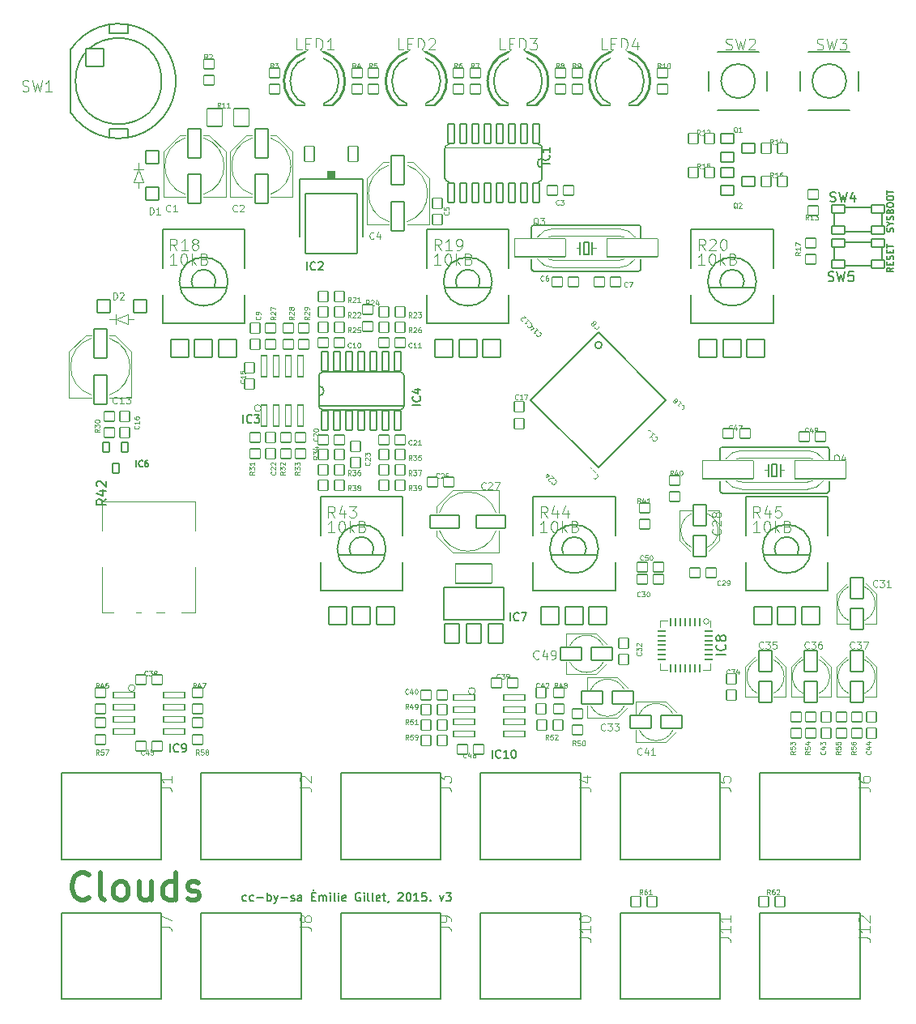
<source format=gbr>
%TF.GenerationSoftware,KiCad,Pcbnew,(6.0.11-0)*%
%TF.CreationDate,2023-05-26T17:34:31+02:00*%
%TF.ProjectId,clouds,636c6f75-6473-42e6-9b69-6361645f7063,rev?*%
%TF.SameCoordinates,Original*%
%TF.FileFunction,Legend,Top*%
%TF.FilePolarity,Positive*%
%FSLAX46Y46*%
G04 Gerber Fmt 4.6, Leading zero omitted, Abs format (unit mm)*
G04 Created by KiCad (PCBNEW (6.0.11-0)) date 2023-05-26 17:34:31*
%MOMM*%
%LPD*%
G01*
G04 APERTURE LIST*
G04 Aperture macros list*
%AMRoundRect*
0 Rectangle with rounded corners*
0 $1 Rounding radius*
0 $2 $3 $4 $5 $6 $7 $8 $9 X,Y pos of 4 corners*
0 Add a 4 corners polygon primitive as box body*
4,1,4,$2,$3,$4,$5,$6,$7,$8,$9,$2,$3,0*
0 Add four circle primitives for the rounded corners*
1,1,$1+$1,$2,$3*
1,1,$1+$1,$4,$5*
1,1,$1+$1,$6,$7*
1,1,$1+$1,$8,$9*
0 Add four rect primitives between the rounded corners*
20,1,$1+$1,$2,$3,$4,$5,0*
20,1,$1+$1,$4,$5,$6,$7,0*
20,1,$1+$1,$6,$7,$8,$9,0*
20,1,$1+$1,$8,$9,$2,$3,0*%
%AMFreePoly0*
4,1,25,0.396174,0.896573,0.401076,0.892082,0.892082,0.401076,0.914110,0.353835,0.914400,0.347194,0.914400,-0.347194,0.896573,-0.396174,0.892082,-0.401076,0.401076,-0.892082,0.353835,-0.914110,0.347194,-0.914400,-0.347194,-0.914400,-0.396174,-0.896573,-0.401076,-0.892082,-0.892082,-0.401076,-0.914110,-0.353835,-0.914400,-0.347194,-0.914400,0.347194,-0.896573,0.396174,-0.892082,0.401076,
-0.401076,0.892082,-0.353835,0.914110,-0.347194,0.914400,0.347194,0.914400,0.396174,0.896573,0.396174,0.896573,$1*%
%AMFreePoly1*
4,1,25,0.575031,1.328373,0.579933,1.323882,1.323882,0.579933,1.345910,0.532692,1.346200,0.526051,1.346200,-0.526051,1.328373,-0.575031,1.323882,-0.579933,0.579933,-1.323882,0.532692,-1.345910,0.526051,-1.346200,-0.526051,-1.346200,-0.575031,-1.328373,-0.579933,-1.323882,-1.323882,-0.579933,-1.345910,-0.532692,-1.346200,-0.526051,-1.346200,0.526051,-1.328373,0.575031,-1.323882,0.579933,
-0.579933,1.323882,-0.532692,1.345910,-0.526051,1.346200,0.526051,1.346200,0.575031,1.328373,0.575031,1.328373,$1*%
%AMFreePoly2*
4,1,25,0.417216,0.947373,0.422118,0.942882,0.942882,0.422118,0.964910,0.374877,0.965200,0.368236,0.965200,-0.368236,0.947373,-0.417216,0.942882,-0.422118,0.422118,-0.942882,0.374877,-0.964910,0.368236,-0.965200,-0.368236,-0.965200,-0.417216,-0.947373,-0.422118,-0.942882,-0.942882,-0.422118,-0.964910,-0.374877,-0.965200,-0.368236,-0.965200,0.368236,-0.947373,0.417216,-0.942882,0.422118,
-0.422118,0.942882,-0.374877,0.964910,-0.368236,0.965200,0.368236,0.965200,0.417216,0.947373,0.417216,0.947373,$1*%
%AMFreePoly3*
4,1,25,0.438258,0.998173,0.443160,0.993682,0.993682,0.443160,1.015710,0.395919,1.016000,0.389278,1.016000,-0.389278,0.998173,-0.438258,0.993682,-0.443160,0.443160,-0.993682,0.395919,-1.015710,0.389278,-1.016000,-0.389278,-1.016000,-0.438258,-0.998173,-0.443160,-0.993682,-0.993682,-0.443160,-1.015710,-0.395919,-1.016000,-0.389278,-1.016000,0.389278,-0.998173,0.438258,-0.993682,0.443160,
-0.443160,0.993682,-0.395919,1.015710,-0.389278,1.016000,0.389278,1.016000,0.438258,0.998173,0.438258,0.998173,$1*%
%AMFreePoly4*
4,1,25,0.269922,0.591773,0.274824,0.587282,0.587282,0.274824,0.609310,0.227583,0.609600,0.220942,0.609600,-0.220942,0.591773,-0.269922,0.587282,-0.274824,0.274824,-0.587282,0.227583,-0.609310,0.220942,-0.609600,-0.220942,-0.609600,-0.269922,-0.591773,-0.274824,-0.587282,-0.587282,-0.274824,-0.609310,-0.227583,-0.609600,-0.220942,-0.609600,0.220942,-0.591773,0.269922,-0.587282,0.274824,
-0.274824,0.587282,-0.227583,0.609310,-0.220942,0.609600,0.220942,0.609600,0.269922,0.591773,0.269922,0.591773,$1*%
G04 Aperture macros list end*
%ADD10C,0.130048*%
%ADD11C,0.152400*%
%ADD12C,0.502920*%
%ADD13C,0.093472*%
%ADD14C,0.150000*%
%ADD15C,0.074778*%
%ADD16C,0.114300*%
%ADD17C,0.101600*%
%ADD18C,0.167640*%
%ADD19C,0.171450*%
%ADD20C,0.175260*%
%ADD21C,0.081280*%
%ADD22C,0.159385*%
%ADD23C,0.120000*%
%ADD24C,0.203200*%
%ADD25C,0.254000*%
%ADD26C,0.127000*%
%ADD27C,0.050800*%
%ADD28RoundRect,0.076200X-0.550000X0.500000X-0.550000X-0.500000X0.550000X-0.500000X0.550000X0.500000X0*%
%ADD29C,3.240000*%
%ADD30R,1.800000X1.800000*%
%ADD31C,1.800000*%
%ADD32RoundRect,0.076200X-0.550000X-0.500000X0.550000X-0.500000X0.550000X0.500000X-0.550000X0.500000X0*%
%ADD33FreePoly0,180.000000*%
%ADD34RoundRect,0.076200X-0.500000X-0.550000X0.500000X-0.550000X0.500000X0.550000X-0.500000X0.550000X0*%
%ADD35RoundRect,0.076200X0.500000X0.550000X-0.500000X0.550000X-0.500000X-0.550000X0.500000X-0.550000X0*%
%ADD36RoundRect,0.076200X-0.700000X0.500000X-0.700000X-0.500000X0.700000X-0.500000X0.700000X0.500000X0*%
%ADD37RoundRect,0.076200X0.700000X-1.100000X0.700000X1.100000X-0.700000X1.100000X-0.700000X-1.100000X0*%
%ADD38RoundRect,0.076200X0.939800X-0.939800X0.939800X0.939800X-0.939800X0.939800X-0.939800X-0.939800X0*%
%ADD39FreePoly1,90.000000*%
%ADD40RoundRect,0.076200X0.550000X-0.500000X0.550000X0.500000X-0.550000X0.500000X-0.550000X-0.500000X0*%
%ADD41RoundRect,0.076200X-0.500000X0.550000X-0.500000X-0.550000X0.500000X-0.550000X0.500000X0.550000X0*%
%ADD42RoundRect,0.076200X-0.800000X-0.901500X0.800000X-0.901500X0.800000X0.901500X-0.800000X0.901500X0*%
%ADD43RoundRect,0.076200X0.700000X-1.500000X0.700000X1.500000X-0.700000X1.500000X-0.700000X-1.500000X0*%
%ADD44RoundRect,0.076200X0.550000X0.500000X-0.550000X0.500000X-0.550000X-0.500000X0.550000X-0.500000X0*%
%ADD45C,2.200000*%
%ADD46FreePoly2,90.000000*%
%ADD47RoundRect,0.076200X-2.667000X-0.965200X2.667000X-0.965200X2.667000X0.965200X-2.667000X0.965200X0*%
%ADD48RoundRect,0.076200X-0.318198X0.530330X-0.530330X0.318198X0.318198X-0.530330X0.530330X-0.318198X0*%
%ADD49RoundRect,0.076200X-0.530330X-0.318198X-0.318198X-0.530330X0.530330X0.318198X0.318198X0.530330X0*%
%ADD50RoundRect,0.076200X0.318198X-0.530330X0.530330X-0.318198X-0.318198X0.530330X-0.530330X0.318198X0*%
%ADD51RoundRect,0.076200X0.530330X0.318198X0.318198X0.530330X-0.530330X-0.318198X-0.318198X-0.530330X0*%
%ADD52C,1.952400*%
%ADD53RoundRect,0.076200X0.900000X-0.900000X0.900000X0.900000X-0.900000X0.900000X-0.900000X-0.900000X0*%
%ADD54RoundRect,0.076200X-0.300000X-1.100000X0.300000X-1.100000X0.300000X1.100000X-0.300000X1.100000X0*%
%ADD55RoundRect,0.076200X0.035355X0.742462X-0.742462X-0.035355X-0.035355X-0.742462X0.742462X0.035355X0*%
%ADD56RoundRect,0.062500X-0.062500X0.337500X-0.062500X-0.337500X0.062500X-0.337500X0.062500X0.337500X0*%
%ADD57RoundRect,0.062500X-0.337500X0.062500X-0.337500X-0.062500X0.337500X-0.062500X0.337500X0.062500X0*%
%ADD58R,3.350000X3.350000*%
%ADD59RoundRect,0.076200X-0.700000X0.700000X-0.700000X-0.700000X0.700000X-0.700000X0.700000X0.700000X0*%
%ADD60RoundRect,0.076200X-0.675000X-0.400000X0.675000X-0.400000X0.675000X0.400000X-0.675000X0.400000X0*%
%ADD61RoundRect,0.076200X0.500000X-0.550000X0.500000X0.550000X-0.500000X0.550000X-0.500000X-0.550000X0*%
%ADD62RoundRect,0.076200X0.742462X-0.035355X-0.035355X0.742462X-0.742462X0.035355X0.035355X-0.742462X0*%
%ADD63RoundRect,0.076200X0.330200X1.016000X-0.330200X1.016000X-0.330200X-1.016000X0.330200X-1.016000X0*%
%ADD64RoundRect,0.076200X0.989949X0.070711X0.070711X0.989949X-0.989949X-0.070711X-0.070711X-0.989949X0*%
%ADD65RoundRect,0.076200X0.500000X0.800000X-0.500000X0.800000X-0.500000X-0.800000X0.500000X-0.800000X0*%
%ADD66RoundRect,0.076200X2.700000X3.100000X-2.700000X3.100000X-2.700000X-3.100000X2.700000X-3.100000X0*%
%ADD67RoundRect,0.076200X-0.749300X-1.003300X0.749300X-1.003300X0.749300X1.003300X-0.749300X1.003300X0*%
%ADD68RoundRect,0.076200X-1.905000X-1.003300X1.905000X-1.003300X1.905000X1.003300X-1.905000X1.003300X0*%
%ADD69RoundRect,0.076200X1.500000X0.700000X-1.500000X0.700000X-1.500000X-0.700000X1.500000X-0.700000X0*%
%ADD70RoundRect,0.076200X-1.100000X0.300000X-1.100000X-0.300000X1.100000X-0.300000X1.100000X0.300000X0*%
%ADD71RoundRect,0.076200X-0.330200X-1.016000X0.330200X-1.016000X0.330200X1.016000X-0.330200X1.016000X0*%
%ADD72RoundRect,0.076200X-1.100000X-0.700000X1.100000X-0.700000X1.100000X0.700000X-1.100000X0.700000X0*%
%ADD73RoundRect,0.076200X-0.700000X1.100000X-0.700000X-1.100000X0.700000X-1.100000X0.700000X1.100000X0*%
%ADD74RoundRect,0.076200X-0.700000X-0.700000X0.700000X-0.700000X0.700000X0.700000X-0.700000X0.700000X0*%
%ADD75RoundRect,0.076200X0.350000X0.500000X-0.350000X0.500000X-0.350000X-0.500000X0.350000X-0.500000X0*%
%ADD76RoundRect,0.076200X-0.035355X-0.742462X0.742462X0.035355X0.035355X0.742462X-0.742462X-0.035355X0*%
%ADD77C,2.032000*%
%ADD78RoundRect,0.076200X-0.742462X0.035355X0.035355X-0.742462X0.742462X-0.035355X-0.035355X0.742462X0*%
%ADD79RoundRect,0.076200X-0.989949X-0.070711X-0.070711X-0.989949X0.989949X0.070711X0.070711X0.989949X0*%
%ADD80FreePoly3,90.000000*%
%ADD81FreePoly4,270.000000*%
G04 APERTURE END LIST*
D10*
X192667488Y-79762764D02*
X192342368Y-79990348D01*
X192667488Y-80152908D02*
X191984736Y-80152908D01*
X191984736Y-79892812D01*
X192017248Y-79827788D01*
X192049760Y-79795276D01*
X192114784Y-79762764D01*
X192212320Y-79762764D01*
X192277344Y-79795276D01*
X192309856Y-79827788D01*
X192342368Y-79892812D01*
X192342368Y-80152908D01*
X192309856Y-79470156D02*
X192309856Y-79242572D01*
X192667488Y-79145036D02*
X192667488Y-79470156D01*
X191984736Y-79470156D01*
X191984736Y-79145036D01*
X192634976Y-78884940D02*
X192667488Y-78787404D01*
X192667488Y-78624844D01*
X192634976Y-78559820D01*
X192602464Y-78527308D01*
X192537440Y-78494796D01*
X192472416Y-78494796D01*
X192407392Y-78527308D01*
X192374880Y-78559820D01*
X192342368Y-78624844D01*
X192309856Y-78754892D01*
X192277344Y-78819916D01*
X192244832Y-78852428D01*
X192179808Y-78884940D01*
X192114784Y-78884940D01*
X192049760Y-78852428D01*
X192017248Y-78819916D01*
X191984736Y-78754892D01*
X191984736Y-78592332D01*
X192017248Y-78494796D01*
X192309856Y-78202188D02*
X192309856Y-77974604D01*
X192667488Y-77877068D02*
X192667488Y-78202188D01*
X191984736Y-78202188D01*
X191984736Y-77877068D01*
X191984736Y-77681996D02*
X191984736Y-77291852D01*
X192667488Y-77486924D02*
X191984736Y-77486924D01*
X192634976Y-75985420D02*
X192667488Y-75887884D01*
X192667488Y-75725324D01*
X192634976Y-75660300D01*
X192602464Y-75627788D01*
X192537440Y-75595276D01*
X192472416Y-75595276D01*
X192407392Y-75627788D01*
X192374880Y-75660300D01*
X192342368Y-75725324D01*
X192309856Y-75855372D01*
X192277344Y-75920396D01*
X192244832Y-75952908D01*
X192179808Y-75985420D01*
X192114784Y-75985420D01*
X192049760Y-75952908D01*
X192017248Y-75920396D01*
X191984736Y-75855372D01*
X191984736Y-75692812D01*
X192017248Y-75595276D01*
X192342368Y-75172620D02*
X192667488Y-75172620D01*
X191984736Y-75400204D02*
X192342368Y-75172620D01*
X191984736Y-74945036D01*
X192634976Y-74749964D02*
X192667488Y-74652428D01*
X192667488Y-74489868D01*
X192634976Y-74424844D01*
X192602464Y-74392332D01*
X192537440Y-74359820D01*
X192472416Y-74359820D01*
X192407392Y-74392332D01*
X192374880Y-74424844D01*
X192342368Y-74489868D01*
X192309856Y-74619916D01*
X192277344Y-74684940D01*
X192244832Y-74717452D01*
X192179808Y-74749964D01*
X192114784Y-74749964D01*
X192049760Y-74717452D01*
X192017248Y-74684940D01*
X191984736Y-74619916D01*
X191984736Y-74457356D01*
X192017248Y-74359820D01*
X192309856Y-73839628D02*
X192342368Y-73742092D01*
X192374880Y-73709580D01*
X192439904Y-73677068D01*
X192537440Y-73677068D01*
X192602464Y-73709580D01*
X192634976Y-73742092D01*
X192667488Y-73807116D01*
X192667488Y-74067212D01*
X191984736Y-74067212D01*
X191984736Y-73839628D01*
X192017248Y-73774604D01*
X192049760Y-73742092D01*
X192114784Y-73709580D01*
X192179808Y-73709580D01*
X192244832Y-73742092D01*
X192277344Y-73774604D01*
X192309856Y-73839628D01*
X192309856Y-74067212D01*
X191984736Y-73254412D02*
X191984736Y-73124364D01*
X192017248Y-73059340D01*
X192082272Y-72994316D01*
X192212320Y-72961804D01*
X192439904Y-72961804D01*
X192569952Y-72994316D01*
X192634976Y-73059340D01*
X192667488Y-73124364D01*
X192667488Y-73254412D01*
X192634976Y-73319436D01*
X192569952Y-73384460D01*
X192439904Y-73416972D01*
X192212320Y-73416972D01*
X192082272Y-73384460D01*
X192017248Y-73319436D01*
X191984736Y-73254412D01*
X191984736Y-72539148D02*
X191984736Y-72409100D01*
X192017248Y-72344076D01*
X192082272Y-72279052D01*
X192212320Y-72246540D01*
X192439904Y-72246540D01*
X192569952Y-72279052D01*
X192634976Y-72344076D01*
X192667488Y-72409100D01*
X192667488Y-72539148D01*
X192634976Y-72604172D01*
X192569952Y-72669196D01*
X192439904Y-72701708D01*
X192212320Y-72701708D01*
X192082272Y-72669196D01*
X192017248Y-72604172D01*
X191984736Y-72539148D01*
X191984736Y-72051468D02*
X191984736Y-71661324D01*
X192667488Y-71856396D02*
X191984736Y-71856396D01*
D11*
X125045893Y-145878852D02*
X124963645Y-145919976D01*
X124799150Y-145919976D01*
X124716902Y-145878852D01*
X124675779Y-145837728D01*
X124634655Y-145755480D01*
X124634655Y-145508738D01*
X124675779Y-145426490D01*
X124716902Y-145385366D01*
X124799150Y-145344242D01*
X124963645Y-145344242D01*
X125045893Y-145385366D01*
X125786121Y-145878852D02*
X125703874Y-145919976D01*
X125539379Y-145919976D01*
X125457131Y-145878852D01*
X125416007Y-145837728D01*
X125374883Y-145755480D01*
X125374883Y-145508738D01*
X125416007Y-145426490D01*
X125457131Y-145385366D01*
X125539379Y-145344242D01*
X125703874Y-145344242D01*
X125786121Y-145385366D01*
X126156236Y-145590985D02*
X126814217Y-145590985D01*
X127225455Y-145919976D02*
X127225455Y-145056376D01*
X127225455Y-145385366D02*
X127307702Y-145344242D01*
X127472198Y-145344242D01*
X127554445Y-145385366D01*
X127595569Y-145426490D01*
X127636693Y-145508738D01*
X127636693Y-145755480D01*
X127595569Y-145837728D01*
X127554445Y-145878852D01*
X127472198Y-145919976D01*
X127307702Y-145919976D01*
X127225455Y-145878852D01*
X127924560Y-145344242D02*
X128130179Y-145919976D01*
X128335798Y-145344242D02*
X128130179Y-145919976D01*
X128047931Y-146125595D01*
X128006807Y-146166719D01*
X127924560Y-146207842D01*
X128664788Y-145590985D02*
X129322769Y-145590985D01*
X129692883Y-145878852D02*
X129775131Y-145919976D01*
X129939626Y-145919976D01*
X130021874Y-145878852D01*
X130062998Y-145796604D01*
X130062998Y-145755480D01*
X130021874Y-145673233D01*
X129939626Y-145632109D01*
X129816255Y-145632109D01*
X129734007Y-145590985D01*
X129692883Y-145508738D01*
X129692883Y-145467614D01*
X129734007Y-145385366D01*
X129816255Y-145344242D01*
X129939626Y-145344242D01*
X130021874Y-145385366D01*
X130803226Y-145919976D02*
X130803226Y-145467614D01*
X130762102Y-145385366D01*
X130679855Y-145344242D01*
X130515360Y-145344242D01*
X130433112Y-145385366D01*
X130803226Y-145878852D02*
X130720979Y-145919976D01*
X130515360Y-145919976D01*
X130433112Y-145878852D01*
X130391988Y-145796604D01*
X130391988Y-145714357D01*
X130433112Y-145632109D01*
X130515360Y-145590985D01*
X130720979Y-145590985D01*
X130803226Y-145549861D01*
X131872445Y-145467614D02*
X132160312Y-145467614D01*
X132283683Y-145919976D02*
X131872445Y-145919976D01*
X131872445Y-145056376D01*
X132283683Y-145056376D01*
X132160312Y-144727385D02*
X132036940Y-144850757D01*
X132653798Y-145919976D02*
X132653798Y-145344242D01*
X132653798Y-145426490D02*
X132694921Y-145385366D01*
X132777169Y-145344242D01*
X132900540Y-145344242D01*
X132982788Y-145385366D01*
X133023912Y-145467614D01*
X133023912Y-145919976D01*
X133023912Y-145467614D02*
X133065036Y-145385366D01*
X133147283Y-145344242D01*
X133270655Y-145344242D01*
X133352902Y-145385366D01*
X133394026Y-145467614D01*
X133394026Y-145919976D01*
X133805264Y-145919976D02*
X133805264Y-145344242D01*
X133805264Y-145056376D02*
X133764140Y-145097500D01*
X133805264Y-145138623D01*
X133846388Y-145097500D01*
X133805264Y-145056376D01*
X133805264Y-145138623D01*
X134339874Y-145919976D02*
X134257626Y-145878852D01*
X134216502Y-145796604D01*
X134216502Y-145056376D01*
X134668864Y-145919976D02*
X134668864Y-145344242D01*
X134668864Y-145056376D02*
X134627740Y-145097500D01*
X134668864Y-145138623D01*
X134709988Y-145097500D01*
X134668864Y-145056376D01*
X134668864Y-145138623D01*
X135409093Y-145878852D02*
X135326845Y-145919976D01*
X135162350Y-145919976D01*
X135080102Y-145878852D01*
X135038979Y-145796604D01*
X135038979Y-145467614D01*
X135080102Y-145385366D01*
X135162350Y-145344242D01*
X135326845Y-145344242D01*
X135409093Y-145385366D01*
X135450217Y-145467614D01*
X135450217Y-145549861D01*
X135038979Y-145632109D01*
X136930674Y-145097500D02*
X136848426Y-145056376D01*
X136725055Y-145056376D01*
X136601683Y-145097500D01*
X136519436Y-145179747D01*
X136478312Y-145261995D01*
X136437188Y-145426490D01*
X136437188Y-145549861D01*
X136478312Y-145714357D01*
X136519436Y-145796604D01*
X136601683Y-145878852D01*
X136725055Y-145919976D01*
X136807302Y-145919976D01*
X136930674Y-145878852D01*
X136971798Y-145837728D01*
X136971798Y-145549861D01*
X136807302Y-145549861D01*
X137341912Y-145919976D02*
X137341912Y-145344242D01*
X137341912Y-145056376D02*
X137300788Y-145097500D01*
X137341912Y-145138623D01*
X137383036Y-145097500D01*
X137341912Y-145056376D01*
X137341912Y-145138623D01*
X137876521Y-145919976D02*
X137794274Y-145878852D01*
X137753150Y-145796604D01*
X137753150Y-145056376D01*
X138328883Y-145919976D02*
X138246636Y-145878852D01*
X138205512Y-145796604D01*
X138205512Y-145056376D01*
X138986864Y-145878852D02*
X138904617Y-145919976D01*
X138740121Y-145919976D01*
X138657874Y-145878852D01*
X138616750Y-145796604D01*
X138616750Y-145467614D01*
X138657874Y-145385366D01*
X138740121Y-145344242D01*
X138904617Y-145344242D01*
X138986864Y-145385366D01*
X139027988Y-145467614D01*
X139027988Y-145549861D01*
X138616750Y-145632109D01*
X139274731Y-145344242D02*
X139603721Y-145344242D01*
X139398102Y-145056376D02*
X139398102Y-145796604D01*
X139439226Y-145878852D01*
X139521474Y-145919976D01*
X139603721Y-145919976D01*
X139932712Y-145878852D02*
X139932712Y-145919976D01*
X139891588Y-146002223D01*
X139850464Y-146043347D01*
X140919683Y-145138623D02*
X140960807Y-145097500D01*
X141043055Y-145056376D01*
X141248674Y-145056376D01*
X141330921Y-145097500D01*
X141372045Y-145138623D01*
X141413169Y-145220871D01*
X141413169Y-145303119D01*
X141372045Y-145426490D01*
X140878560Y-145919976D01*
X141413169Y-145919976D01*
X141947779Y-145056376D02*
X142030026Y-145056376D01*
X142112274Y-145097500D01*
X142153398Y-145138623D01*
X142194521Y-145220871D01*
X142235645Y-145385366D01*
X142235645Y-145590985D01*
X142194521Y-145755480D01*
X142153398Y-145837728D01*
X142112274Y-145878852D01*
X142030026Y-145919976D01*
X141947779Y-145919976D01*
X141865531Y-145878852D01*
X141824407Y-145837728D01*
X141783283Y-145755480D01*
X141742160Y-145590985D01*
X141742160Y-145385366D01*
X141783283Y-145220871D01*
X141824407Y-145138623D01*
X141865531Y-145097500D01*
X141947779Y-145056376D01*
X143058121Y-145919976D02*
X142564636Y-145919976D01*
X142811379Y-145919976D02*
X142811379Y-145056376D01*
X142729131Y-145179747D01*
X142646883Y-145261995D01*
X142564636Y-145303119D01*
X143839474Y-145056376D02*
X143428236Y-145056376D01*
X143387112Y-145467614D01*
X143428236Y-145426490D01*
X143510483Y-145385366D01*
X143716102Y-145385366D01*
X143798350Y-145426490D01*
X143839474Y-145467614D01*
X143880598Y-145549861D01*
X143880598Y-145755480D01*
X143839474Y-145837728D01*
X143798350Y-145878852D01*
X143716102Y-145919976D01*
X143510483Y-145919976D01*
X143428236Y-145878852D01*
X143387112Y-145837728D01*
X144250712Y-145837728D02*
X144291836Y-145878852D01*
X144250712Y-145919976D01*
X144209588Y-145878852D01*
X144250712Y-145837728D01*
X144250712Y-145919976D01*
X145237683Y-145344242D02*
X145443302Y-145919976D01*
X145648921Y-145344242D01*
X145895664Y-145056376D02*
X146430274Y-145056376D01*
X146142407Y-145385366D01*
X146265779Y-145385366D01*
X146348026Y-145426490D01*
X146389150Y-145467614D01*
X146430274Y-145549861D01*
X146430274Y-145755480D01*
X146389150Y-145837728D01*
X146348026Y-145878852D01*
X146265779Y-145919976D01*
X146019036Y-145919976D01*
X145936788Y-145878852D01*
X145895664Y-145837728D01*
D12*
X108590043Y-145553974D02*
X108454335Y-145689682D01*
X108047209Y-145825391D01*
X107775792Y-145825391D01*
X107368666Y-145689682D01*
X107097249Y-145418265D01*
X106961540Y-145146848D01*
X106825832Y-144604014D01*
X106825832Y-144196888D01*
X106961540Y-143654054D01*
X107097249Y-143382637D01*
X107368666Y-143111220D01*
X107775792Y-142975511D01*
X108047209Y-142975511D01*
X108454335Y-143111220D01*
X108590043Y-143246928D01*
X110218546Y-145825391D02*
X109947129Y-145689682D01*
X109811420Y-145418265D01*
X109811420Y-142975511D01*
X111711340Y-145825391D02*
X111439923Y-145689682D01*
X111304215Y-145553974D01*
X111168506Y-145282557D01*
X111168506Y-144468305D01*
X111304215Y-144196888D01*
X111439923Y-144061180D01*
X111711340Y-143925471D01*
X112118466Y-143925471D01*
X112389883Y-144061180D01*
X112525592Y-144196888D01*
X112661300Y-144468305D01*
X112661300Y-145282557D01*
X112525592Y-145553974D01*
X112389883Y-145689682D01*
X112118466Y-145825391D01*
X111711340Y-145825391D01*
X115104055Y-143925471D02*
X115104055Y-145825391D01*
X113882678Y-143925471D02*
X113882678Y-145418265D01*
X114018386Y-145689682D01*
X114289803Y-145825391D01*
X114696929Y-145825391D01*
X114968346Y-145689682D01*
X115104055Y-145553974D01*
X117682518Y-145825391D02*
X117682518Y-142975511D01*
X117682518Y-145689682D02*
X117411100Y-145825391D01*
X116868266Y-145825391D01*
X116596849Y-145689682D01*
X116461140Y-145553974D01*
X116325432Y-145282557D01*
X116325432Y-144468305D01*
X116461140Y-144196888D01*
X116596849Y-144061180D01*
X116868266Y-143925471D01*
X117411100Y-143925471D01*
X117682518Y-144061180D01*
X118903895Y-145689682D02*
X119175312Y-145825391D01*
X119718146Y-145825391D01*
X119989563Y-145689682D01*
X120125272Y-145418265D01*
X120125272Y-145282557D01*
X119989563Y-145011140D01*
X119718146Y-144875431D01*
X119311020Y-144875431D01*
X119039603Y-144739722D01*
X118903895Y-144468305D01*
X118903895Y-144332597D01*
X119039603Y-144061180D01*
X119311020Y-143925471D01*
X119718146Y-143925471D01*
X119989563Y-144061180D01*
D13*
%TO.C,R40*%
X169643574Y-101445986D02*
X169471532Y-101200211D01*
X169348644Y-101445986D02*
X169348644Y-100929858D01*
X169545264Y-100929858D01*
X169594419Y-100954436D01*
X169618997Y-100979013D01*
X169643574Y-101028168D01*
X169643574Y-101101901D01*
X169618997Y-101151056D01*
X169594419Y-101175633D01*
X169545264Y-101200211D01*
X169348644Y-101200211D01*
X170085970Y-101101901D02*
X170085970Y-101445986D01*
X169963082Y-100905280D02*
X169840194Y-101273943D01*
X170159702Y-101273943D01*
X170454632Y-100929858D02*
X170503788Y-100929858D01*
X170552943Y-100954436D01*
X170577520Y-100979013D01*
X170602098Y-101028168D01*
X170626675Y-101126478D01*
X170626675Y-101249366D01*
X170602098Y-101347676D01*
X170577520Y-101396831D01*
X170552943Y-101421408D01*
X170503788Y-101445986D01*
X170454632Y-101445986D01*
X170405477Y-101421408D01*
X170380900Y-101396831D01*
X170356322Y-101347676D01*
X170331745Y-101249366D01*
X170331745Y-101126478D01*
X170356322Y-101028168D01*
X170380900Y-100979013D01*
X170405477Y-100954436D01*
X170454632Y-100929858D01*
D14*
%TO.C,R42*%
X110382380Y-103932857D02*
X109906190Y-104266190D01*
X110382380Y-104504285D02*
X109382380Y-104504285D01*
X109382380Y-104123333D01*
X109430000Y-104028095D01*
X109477619Y-103980476D01*
X109572857Y-103932857D01*
X109715714Y-103932857D01*
X109810952Y-103980476D01*
X109858571Y-104028095D01*
X109906190Y-104123333D01*
X109906190Y-104504285D01*
X109715714Y-103075714D02*
X110382380Y-103075714D01*
X109334761Y-103313809D02*
X110049047Y-103551904D01*
X110049047Y-102932857D01*
X109477619Y-102599523D02*
X109430000Y-102551904D01*
X109382380Y-102456666D01*
X109382380Y-102218571D01*
X109430000Y-102123333D01*
X109477619Y-102075714D01*
X109572857Y-102028095D01*
X109668095Y-102028095D01*
X109810952Y-102075714D01*
X110382380Y-102647142D01*
X110382380Y-102028095D01*
D13*
%TO.C,C29*%
X174578574Y-112884331D02*
X174553997Y-112908908D01*
X174480264Y-112933486D01*
X174431109Y-112933486D01*
X174357376Y-112908908D01*
X174308221Y-112859753D01*
X174283644Y-112810598D01*
X174259066Y-112712288D01*
X174259066Y-112638556D01*
X174283644Y-112540246D01*
X174308221Y-112491091D01*
X174357376Y-112441936D01*
X174431109Y-112417358D01*
X174480264Y-112417358D01*
X174553997Y-112441936D01*
X174578574Y-112466513D01*
X174775194Y-112466513D02*
X174799772Y-112441936D01*
X174848927Y-112417358D01*
X174971815Y-112417358D01*
X175020970Y-112441936D01*
X175045547Y-112466513D01*
X175070125Y-112515668D01*
X175070125Y-112564823D01*
X175045547Y-112638556D01*
X174750617Y-112933486D01*
X175070125Y-112933486D01*
X175315900Y-112933486D02*
X175414210Y-112933486D01*
X175463365Y-112908908D01*
X175487943Y-112884331D01*
X175537098Y-112810598D01*
X175561675Y-112712288D01*
X175561675Y-112515668D01*
X175537098Y-112466513D01*
X175512520Y-112441936D01*
X175463365Y-112417358D01*
X175365055Y-112417358D01*
X175315900Y-112441936D01*
X175291322Y-112466513D01*
X175266745Y-112515668D01*
X175266745Y-112638556D01*
X175291322Y-112687711D01*
X175315900Y-112712288D01*
X175365055Y-112736866D01*
X175463365Y-112736866D01*
X175512520Y-112712288D01*
X175537098Y-112687711D01*
X175561675Y-112638556D01*
%TO.C,C21*%
X142312174Y-98202931D02*
X142287597Y-98227508D01*
X142213864Y-98252086D01*
X142164709Y-98252086D01*
X142090976Y-98227508D01*
X142041821Y-98178353D01*
X142017244Y-98129198D01*
X141992666Y-98030888D01*
X141992666Y-97957156D01*
X142017244Y-97858846D01*
X142041821Y-97809691D01*
X142090976Y-97760536D01*
X142164709Y-97735958D01*
X142213864Y-97735958D01*
X142287597Y-97760536D01*
X142312174Y-97785113D01*
X142508794Y-97785113D02*
X142533372Y-97760536D01*
X142582527Y-97735958D01*
X142705415Y-97735958D01*
X142754570Y-97760536D01*
X142779147Y-97785113D01*
X142803725Y-97834268D01*
X142803725Y-97883423D01*
X142779147Y-97957156D01*
X142484217Y-98252086D01*
X142803725Y-98252086D01*
X143295275Y-98252086D02*
X143000345Y-98252086D01*
X143147810Y-98252086D02*
X143147810Y-97735958D01*
X143098655Y-97809691D01*
X143049500Y-97858846D01*
X143000345Y-97883423D01*
D15*
%TO.C,LED2*%
X141465835Y-56966795D02*
X140896682Y-56966795D01*
X140896682Y-55771573D01*
X141864243Y-56340727D02*
X142262650Y-56340727D01*
X142433396Y-56966795D02*
X141864243Y-56966795D01*
X141864243Y-55771573D01*
X142433396Y-55771573D01*
X142945634Y-56966795D02*
X142945634Y-55771573D01*
X143230211Y-55771573D01*
X143400957Y-55828489D01*
X143514787Y-55942319D01*
X143571703Y-56056150D01*
X143628618Y-56283811D01*
X143628618Y-56454557D01*
X143571703Y-56682219D01*
X143514787Y-56796049D01*
X143400957Y-56909880D01*
X143230211Y-56966795D01*
X142945634Y-56966795D01*
X144083941Y-55885404D02*
X144140856Y-55828489D01*
X144254687Y-55771573D01*
X144539263Y-55771573D01*
X144653094Y-55828489D01*
X144710009Y-55885404D01*
X144766925Y-55999235D01*
X144766925Y-56113065D01*
X144710009Y-56283811D01*
X144027025Y-56966795D01*
X144766925Y-56966795D01*
D13*
%TO.C,R15*%
X172474674Y-69359586D02*
X172302632Y-69113811D01*
X172179744Y-69359586D02*
X172179744Y-68843458D01*
X172376364Y-68843458D01*
X172425519Y-68868036D01*
X172450097Y-68892613D01*
X172474674Y-68941768D01*
X172474674Y-69015501D01*
X172450097Y-69064656D01*
X172425519Y-69089233D01*
X172376364Y-69113811D01*
X172179744Y-69113811D01*
X172966225Y-69359586D02*
X172671294Y-69359586D01*
X172818760Y-69359586D02*
X172818760Y-68843458D01*
X172769604Y-68917191D01*
X172720449Y-68966346D01*
X172671294Y-68990923D01*
X173433198Y-68843458D02*
X173187422Y-68843458D01*
X173162845Y-69089233D01*
X173187422Y-69064656D01*
X173236577Y-69040078D01*
X173359465Y-69040078D01*
X173408620Y-69064656D01*
X173433198Y-69089233D01*
X173457775Y-69138388D01*
X173457775Y-69261276D01*
X173433198Y-69310431D01*
X173408620Y-69335008D01*
X173359465Y-69359586D01*
X173236577Y-69359586D01*
X173187422Y-69335008D01*
X173162845Y-69310431D01*
%TO.C,R38*%
X135962174Y-103014586D02*
X135790132Y-102768811D01*
X135667244Y-103014586D02*
X135667244Y-102498458D01*
X135863864Y-102498458D01*
X135913019Y-102523036D01*
X135937597Y-102547613D01*
X135962174Y-102596768D01*
X135962174Y-102670501D01*
X135937597Y-102719656D01*
X135913019Y-102744233D01*
X135863864Y-102768811D01*
X135667244Y-102768811D01*
X136134217Y-102498458D02*
X136453725Y-102498458D01*
X136281682Y-102695078D01*
X136355415Y-102695078D01*
X136404570Y-102719656D01*
X136429147Y-102744233D01*
X136453725Y-102793388D01*
X136453725Y-102916276D01*
X136429147Y-102965431D01*
X136404570Y-102990008D01*
X136355415Y-103014586D01*
X136207949Y-103014586D01*
X136158794Y-102990008D01*
X136134217Y-102965431D01*
X136748655Y-102719656D02*
X136699500Y-102695078D01*
X136674922Y-102670501D01*
X136650345Y-102621346D01*
X136650345Y-102596768D01*
X136674922Y-102547613D01*
X136699500Y-102523036D01*
X136748655Y-102498458D01*
X136846965Y-102498458D01*
X136896120Y-102523036D01*
X136920698Y-102547613D01*
X136945275Y-102596768D01*
X136945275Y-102621346D01*
X136920698Y-102670501D01*
X136896120Y-102695078D01*
X136846965Y-102719656D01*
X136748655Y-102719656D01*
X136699500Y-102744233D01*
X136674922Y-102768811D01*
X136650345Y-102817966D01*
X136650345Y-102916276D01*
X136674922Y-102965431D01*
X136699500Y-102990008D01*
X136748655Y-103014586D01*
X136846965Y-103014586D01*
X136896120Y-102990008D01*
X136920698Y-102965431D01*
X136945275Y-102916276D01*
X136945275Y-102817966D01*
X136920698Y-102768811D01*
X136896120Y-102744233D01*
X136846965Y-102719656D01*
%TO.C,Q1*%
X176333829Y-65598741D02*
X176284674Y-65574164D01*
X176235519Y-65525008D01*
X176161787Y-65451276D01*
X176112632Y-65426698D01*
X176063476Y-65426698D01*
X176088054Y-65549586D02*
X176038899Y-65525008D01*
X175989744Y-65475853D01*
X175965166Y-65377543D01*
X175965166Y-65205501D01*
X175989744Y-65107191D01*
X176038899Y-65058036D01*
X176088054Y-65033458D01*
X176186364Y-65033458D01*
X176235519Y-65058036D01*
X176284674Y-65107191D01*
X176309252Y-65205501D01*
X176309252Y-65377543D01*
X176284674Y-65475853D01*
X176235519Y-65525008D01*
X176186364Y-65549586D01*
X176088054Y-65549586D01*
X176800802Y-65549586D02*
X176505872Y-65549586D01*
X176653337Y-65549586D02*
X176653337Y-65033458D01*
X176604182Y-65107191D01*
X176555027Y-65156346D01*
X176505872Y-65180923D01*
D15*
%TO.C,C35*%
X179064652Y-119477179D02*
X179029508Y-119512323D01*
X178924076Y-119547467D01*
X178853788Y-119547467D01*
X178748356Y-119512323D01*
X178678069Y-119442035D01*
X178642925Y-119371747D01*
X178607781Y-119231171D01*
X178607781Y-119125740D01*
X178642925Y-118985164D01*
X178678069Y-118914876D01*
X178748356Y-118844589D01*
X178853788Y-118809445D01*
X178924076Y-118809445D01*
X179029508Y-118844589D01*
X179064652Y-118879732D01*
X179310659Y-118809445D02*
X179767530Y-118809445D01*
X179521522Y-119090596D01*
X179626954Y-119090596D01*
X179697242Y-119125740D01*
X179732386Y-119160884D01*
X179767530Y-119231171D01*
X179767530Y-119406891D01*
X179732386Y-119477179D01*
X179697242Y-119512323D01*
X179626954Y-119547467D01*
X179416091Y-119547467D01*
X179345803Y-119512323D01*
X179310659Y-119477179D01*
X180435264Y-118809445D02*
X180083825Y-118809445D01*
X180048681Y-119160884D01*
X180083825Y-119125740D01*
X180154113Y-119090596D01*
X180329832Y-119090596D01*
X180400120Y-119125740D01*
X180435264Y-119160884D01*
X180470408Y-119231171D01*
X180470408Y-119406891D01*
X180435264Y-119477179D01*
X180400120Y-119512323D01*
X180329832Y-119547467D01*
X180154113Y-119547467D01*
X180083825Y-119512323D01*
X180048681Y-119477179D01*
D13*
%TO.C,R19*%
X145386784Y-77913338D02*
X144994608Y-77353087D01*
X144714482Y-77913338D02*
X144714482Y-76736810D01*
X145162683Y-76736810D01*
X145274733Y-76792836D01*
X145330759Y-76848861D01*
X145386784Y-76960911D01*
X145386784Y-77128986D01*
X145330759Y-77241037D01*
X145274733Y-77297062D01*
X145162683Y-77353087D01*
X144714482Y-77353087D01*
X146507287Y-77913338D02*
X145834985Y-77913338D01*
X146171136Y-77913338D02*
X146171136Y-76736810D01*
X146059085Y-76904886D01*
X145947035Y-77016936D01*
X145834985Y-77072961D01*
X147067538Y-77913338D02*
X147291639Y-77913338D01*
X147403689Y-77857313D01*
X147459714Y-77801288D01*
X147571764Y-77633213D01*
X147627789Y-77409112D01*
X147627789Y-76960911D01*
X147571764Y-76848861D01*
X147515739Y-76792836D01*
X147403689Y-76736810D01*
X147179588Y-76736810D01*
X147067538Y-76792836D01*
X147011513Y-76848861D01*
X146955488Y-76960911D01*
X146955488Y-77241037D01*
X147011513Y-77353087D01*
X147067538Y-77409112D01*
X147179588Y-77465137D01*
X147403689Y-77465137D01*
X147515739Y-77409112D01*
X147571764Y-77353087D01*
X147627789Y-77241037D01*
X145330759Y-79437338D02*
X144658457Y-79437338D01*
X144994608Y-79437338D02*
X144994608Y-78260810D01*
X144882557Y-78428886D01*
X144770507Y-78540936D01*
X144658457Y-78596961D01*
X146059085Y-78260810D02*
X146171136Y-78260810D01*
X146283186Y-78316836D01*
X146339211Y-78372861D01*
X146395236Y-78484911D01*
X146451261Y-78709012D01*
X146451261Y-78989137D01*
X146395236Y-79213238D01*
X146339211Y-79325288D01*
X146283186Y-79381313D01*
X146171136Y-79437338D01*
X146059085Y-79437338D01*
X145947035Y-79381313D01*
X145891010Y-79325288D01*
X145834985Y-79213238D01*
X145778960Y-78989137D01*
X145778960Y-78709012D01*
X145834985Y-78484911D01*
X145891010Y-78372861D01*
X145947035Y-78316836D01*
X146059085Y-78260810D01*
X146955488Y-79437338D02*
X146955488Y-78260810D01*
X147067538Y-78989137D02*
X147403689Y-79437338D01*
X147403689Y-78652986D02*
X146955488Y-79101188D01*
X148300091Y-78821062D02*
X148468167Y-78877087D01*
X148524192Y-78933112D01*
X148580217Y-79045162D01*
X148580217Y-79213238D01*
X148524192Y-79325288D01*
X148468167Y-79381313D01*
X148356116Y-79437338D01*
X147907915Y-79437338D01*
X147907915Y-78260810D01*
X148300091Y-78260810D01*
X148412141Y-78316836D01*
X148468167Y-78372861D01*
X148524192Y-78484911D01*
X148524192Y-78596961D01*
X148468167Y-78709012D01*
X148412141Y-78765037D01*
X148300091Y-78821062D01*
X147907915Y-78821062D01*
%TO.C,R59*%
X141961432Y-129049586D02*
X141789389Y-128803811D01*
X141666501Y-129049586D02*
X141666501Y-128533458D01*
X141863122Y-128533458D01*
X141912277Y-128558036D01*
X141936854Y-128582613D01*
X141961432Y-128631768D01*
X141961432Y-128705501D01*
X141936854Y-128754656D01*
X141912277Y-128779233D01*
X141863122Y-128803811D01*
X141666501Y-128803811D01*
X142428405Y-128533458D02*
X142182629Y-128533458D01*
X142158052Y-128779233D01*
X142182629Y-128754656D01*
X142231784Y-128730078D01*
X142354672Y-128730078D01*
X142403827Y-128754656D01*
X142428405Y-128779233D01*
X142452982Y-128828388D01*
X142452982Y-128951276D01*
X142428405Y-129000431D01*
X142403827Y-129025008D01*
X142354672Y-129049586D01*
X142231784Y-129049586D01*
X142182629Y-129025008D01*
X142158052Y-129000431D01*
X142698757Y-129049586D02*
X142797067Y-129049586D01*
X142846223Y-129025008D01*
X142870800Y-129000431D01*
X142919955Y-128926698D01*
X142944533Y-128828388D01*
X142944533Y-128631768D01*
X142919955Y-128582613D01*
X142895378Y-128558036D01*
X142846223Y-128533458D01*
X142747912Y-128533458D01*
X142698757Y-128558036D01*
X142674180Y-128582613D01*
X142649602Y-128631768D01*
X142649602Y-128754656D01*
X142674180Y-128803811D01*
X142698757Y-128828388D01*
X142747912Y-128852966D01*
X142846223Y-128852966D01*
X142895378Y-128828388D01*
X142919955Y-128803811D01*
X142944533Y-128754656D01*
%TO.C,R54*%
X183977086Y-130275767D02*
X183731311Y-130447810D01*
X183977086Y-130570698D02*
X183460958Y-130570698D01*
X183460958Y-130374077D01*
X183485536Y-130324922D01*
X183510113Y-130300345D01*
X183559268Y-130275767D01*
X183633001Y-130275767D01*
X183682156Y-130300345D01*
X183706733Y-130324922D01*
X183731311Y-130374077D01*
X183731311Y-130570698D01*
X183460958Y-129808794D02*
X183460958Y-130054570D01*
X183706733Y-130079147D01*
X183682156Y-130054570D01*
X183657578Y-130005415D01*
X183657578Y-129882527D01*
X183682156Y-129833372D01*
X183706733Y-129808794D01*
X183755888Y-129784217D01*
X183878776Y-129784217D01*
X183927931Y-129808794D01*
X183952508Y-129833372D01*
X183977086Y-129882527D01*
X183977086Y-130005415D01*
X183952508Y-130054570D01*
X183927931Y-130079147D01*
X183633001Y-129341821D02*
X183977086Y-129341821D01*
X183436380Y-129464709D02*
X183805043Y-129587597D01*
X183805043Y-129268089D01*
%TO.C,R39*%
X142312174Y-103014586D02*
X142140132Y-102768811D01*
X142017244Y-103014586D02*
X142017244Y-102498458D01*
X142213864Y-102498458D01*
X142263019Y-102523036D01*
X142287597Y-102547613D01*
X142312174Y-102596768D01*
X142312174Y-102670501D01*
X142287597Y-102719656D01*
X142263019Y-102744233D01*
X142213864Y-102768811D01*
X142017244Y-102768811D01*
X142484217Y-102498458D02*
X142803725Y-102498458D01*
X142631682Y-102695078D01*
X142705415Y-102695078D01*
X142754570Y-102719656D01*
X142779147Y-102744233D01*
X142803725Y-102793388D01*
X142803725Y-102916276D01*
X142779147Y-102965431D01*
X142754570Y-102990008D01*
X142705415Y-103014586D01*
X142557949Y-103014586D01*
X142508794Y-102990008D01*
X142484217Y-102965431D01*
X143049500Y-103014586D02*
X143147810Y-103014586D01*
X143196965Y-102990008D01*
X143221543Y-102965431D01*
X143270698Y-102891698D01*
X143295275Y-102793388D01*
X143295275Y-102596768D01*
X143270698Y-102547613D01*
X143246120Y-102523036D01*
X143196965Y-102498458D01*
X143098655Y-102498458D01*
X143049500Y-102523036D01*
X143024922Y-102547613D01*
X143000345Y-102596768D01*
X143000345Y-102719656D01*
X143024922Y-102768811D01*
X143049500Y-102793388D01*
X143098655Y-102817966D01*
X143196965Y-102817966D01*
X143246120Y-102793388D01*
X143270698Y-102768811D01*
X143295275Y-102719656D01*
%TO.C,C44*%
X190277931Y-130275767D02*
X190302508Y-130300345D01*
X190327086Y-130374077D01*
X190327086Y-130423232D01*
X190302508Y-130496965D01*
X190253353Y-130546120D01*
X190204198Y-130570698D01*
X190105888Y-130595275D01*
X190032156Y-130595275D01*
X189933846Y-130570698D01*
X189884691Y-130546120D01*
X189835536Y-130496965D01*
X189810958Y-130423232D01*
X189810958Y-130374077D01*
X189835536Y-130300345D01*
X189860113Y-130275767D01*
X189983001Y-129833372D02*
X190327086Y-129833372D01*
X189786380Y-129956260D02*
X190155043Y-130079147D01*
X190155043Y-129759639D01*
X189983001Y-129341821D02*
X190327086Y-129341821D01*
X189786380Y-129464709D02*
X190155043Y-129587597D01*
X190155043Y-129268089D01*
%TO.C,C43*%
X185515431Y-130275767D02*
X185540008Y-130300345D01*
X185564586Y-130374077D01*
X185564586Y-130423232D01*
X185540008Y-130496965D01*
X185490853Y-130546120D01*
X185441698Y-130570698D01*
X185343388Y-130595275D01*
X185269656Y-130595275D01*
X185171346Y-130570698D01*
X185122191Y-130546120D01*
X185073036Y-130496965D01*
X185048458Y-130423232D01*
X185048458Y-130374077D01*
X185073036Y-130300345D01*
X185097613Y-130275767D01*
X185220501Y-129833372D02*
X185564586Y-129833372D01*
X185023880Y-129956260D02*
X185392543Y-130079147D01*
X185392543Y-129759639D01*
X185048458Y-129612174D02*
X185048458Y-129292666D01*
X185245078Y-129464709D01*
X185245078Y-129390976D01*
X185269656Y-129341821D01*
X185294233Y-129317244D01*
X185343388Y-129292666D01*
X185466276Y-129292666D01*
X185515431Y-129317244D01*
X185540008Y-129341821D01*
X185564586Y-129390976D01*
X185564586Y-129538442D01*
X185540008Y-129587597D01*
X185515431Y-129612174D01*
%TO.C,R11*%
X122309674Y-63009586D02*
X122137632Y-62763811D01*
X122014744Y-63009586D02*
X122014744Y-62493458D01*
X122211364Y-62493458D01*
X122260519Y-62518036D01*
X122285097Y-62542613D01*
X122309674Y-62591768D01*
X122309674Y-62665501D01*
X122285097Y-62714656D01*
X122260519Y-62739233D01*
X122211364Y-62763811D01*
X122014744Y-62763811D01*
X122801225Y-63009586D02*
X122506294Y-63009586D01*
X122653760Y-63009586D02*
X122653760Y-62493458D01*
X122604604Y-62567191D01*
X122555449Y-62616346D01*
X122506294Y-62640923D01*
X123292775Y-63009586D02*
X122997845Y-63009586D01*
X123145310Y-63009586D02*
X123145310Y-62493458D01*
X123096155Y-62567191D01*
X123047000Y-62616346D01*
X122997845Y-62640923D01*
%TO.C,R20*%
X173009284Y-77913338D02*
X172617108Y-77353087D01*
X172336982Y-77913338D02*
X172336982Y-76736810D01*
X172785183Y-76736810D01*
X172897233Y-76792836D01*
X172953259Y-76848861D01*
X173009284Y-76960911D01*
X173009284Y-77128986D01*
X172953259Y-77241037D01*
X172897233Y-77297062D01*
X172785183Y-77353087D01*
X172336982Y-77353087D01*
X173457485Y-76848861D02*
X173513510Y-76792836D01*
X173625560Y-76736810D01*
X173905686Y-76736810D01*
X174017736Y-76792836D01*
X174073761Y-76848861D01*
X174129787Y-76960911D01*
X174129787Y-77072961D01*
X174073761Y-77241037D01*
X173401460Y-77913338D01*
X174129787Y-77913338D01*
X174858113Y-76736810D02*
X174970164Y-76736810D01*
X175082214Y-76792836D01*
X175138239Y-76848861D01*
X175194264Y-76960911D01*
X175250289Y-77185012D01*
X175250289Y-77465137D01*
X175194264Y-77689238D01*
X175138239Y-77801288D01*
X175082214Y-77857313D01*
X174970164Y-77913338D01*
X174858113Y-77913338D01*
X174746063Y-77857313D01*
X174690038Y-77801288D01*
X174634013Y-77689238D01*
X174577988Y-77465137D01*
X174577988Y-77185012D01*
X174634013Y-76960911D01*
X174690038Y-76848861D01*
X174746063Y-76792836D01*
X174858113Y-76736810D01*
X172953259Y-79437338D02*
X172280957Y-79437338D01*
X172617108Y-79437338D02*
X172617108Y-78260810D01*
X172505057Y-78428886D01*
X172393007Y-78540936D01*
X172280957Y-78596961D01*
X173681585Y-78260810D02*
X173793636Y-78260810D01*
X173905686Y-78316836D01*
X173961711Y-78372861D01*
X174017736Y-78484911D01*
X174073761Y-78709012D01*
X174073761Y-78989137D01*
X174017736Y-79213238D01*
X173961711Y-79325288D01*
X173905686Y-79381313D01*
X173793636Y-79437338D01*
X173681585Y-79437338D01*
X173569535Y-79381313D01*
X173513510Y-79325288D01*
X173457485Y-79213238D01*
X173401460Y-78989137D01*
X173401460Y-78709012D01*
X173457485Y-78484911D01*
X173513510Y-78372861D01*
X173569535Y-78316836D01*
X173681585Y-78260810D01*
X174577988Y-79437338D02*
X174577988Y-78260810D01*
X174690038Y-78989137D02*
X175026189Y-79437338D01*
X175026189Y-78652986D02*
X174577988Y-79101188D01*
X175922591Y-78821062D02*
X176090667Y-78877087D01*
X176146692Y-78933112D01*
X176202717Y-79045162D01*
X176202717Y-79213238D01*
X176146692Y-79325288D01*
X176090667Y-79381313D01*
X175978616Y-79437338D01*
X175530415Y-79437338D01*
X175530415Y-78260810D01*
X175922591Y-78260810D01*
X176034641Y-78316836D01*
X176090667Y-78372861D01*
X176146692Y-78484911D01*
X176146692Y-78596961D01*
X176090667Y-78709012D01*
X176034641Y-78765037D01*
X175922591Y-78821062D01*
X175530415Y-78821062D01*
D15*
%TO.C,C4*%
X138352152Y-76692179D02*
X138317008Y-76727323D01*
X138211576Y-76762467D01*
X138141288Y-76762467D01*
X138035856Y-76727323D01*
X137965569Y-76657035D01*
X137930425Y-76586747D01*
X137895281Y-76446171D01*
X137895281Y-76340740D01*
X137930425Y-76200164D01*
X137965569Y-76129876D01*
X138035856Y-76059589D01*
X138141288Y-76024445D01*
X138211576Y-76024445D01*
X138317008Y-76059589D01*
X138352152Y-76094732D01*
X138984742Y-76270452D02*
X138984742Y-76762467D01*
X138809022Y-75989301D02*
X138633303Y-76516459D01*
X139090174Y-76516459D01*
D13*
%TO.C,C46*%
X147993932Y-130905431D02*
X147969354Y-130930008D01*
X147895622Y-130954586D01*
X147846467Y-130954586D01*
X147772734Y-130930008D01*
X147723579Y-130880853D01*
X147699001Y-130831698D01*
X147674424Y-130733388D01*
X147674424Y-130659656D01*
X147699001Y-130561346D01*
X147723579Y-130512191D01*
X147772734Y-130463036D01*
X147846467Y-130438458D01*
X147895622Y-130438458D01*
X147969354Y-130463036D01*
X147993932Y-130487613D01*
X148436327Y-130610501D02*
X148436327Y-130954586D01*
X148313439Y-130413880D02*
X148190552Y-130782543D01*
X148510060Y-130782543D01*
X148927878Y-130438458D02*
X148829567Y-130438458D01*
X148780412Y-130463036D01*
X148755835Y-130487613D01*
X148706680Y-130561346D01*
X148682102Y-130659656D01*
X148682102Y-130856276D01*
X148706680Y-130905431D01*
X148731257Y-130930008D01*
X148780412Y-130954586D01*
X148878723Y-130954586D01*
X148927878Y-130930008D01*
X148952455Y-130905431D01*
X148977033Y-130856276D01*
X148977033Y-130733388D01*
X148952455Y-130684233D01*
X148927878Y-130659656D01*
X148878723Y-130635078D01*
X148780412Y-130635078D01*
X148731257Y-130659656D01*
X148706680Y-130684233D01*
X148682102Y-130733388D01*
%TO.C,C39*%
X151519674Y-122650431D02*
X151495097Y-122675008D01*
X151421364Y-122699586D01*
X151372209Y-122699586D01*
X151298476Y-122675008D01*
X151249321Y-122625853D01*
X151224744Y-122576698D01*
X151200166Y-122478388D01*
X151200166Y-122404656D01*
X151224744Y-122306346D01*
X151249321Y-122257191D01*
X151298476Y-122208036D01*
X151372209Y-122183458D01*
X151421364Y-122183458D01*
X151495097Y-122208036D01*
X151519674Y-122232613D01*
X151691717Y-122183458D02*
X152011225Y-122183458D01*
X151839182Y-122380078D01*
X151912915Y-122380078D01*
X151962070Y-122404656D01*
X151986647Y-122429233D01*
X152011225Y-122478388D01*
X152011225Y-122601276D01*
X151986647Y-122650431D01*
X151962070Y-122675008D01*
X151912915Y-122699586D01*
X151765449Y-122699586D01*
X151716294Y-122675008D01*
X151691717Y-122650431D01*
X152257000Y-122699586D02*
X152355310Y-122699586D01*
X152404465Y-122675008D01*
X152429043Y-122650431D01*
X152478198Y-122576698D01*
X152502775Y-122478388D01*
X152502775Y-122281768D01*
X152478198Y-122232613D01*
X152453620Y-122208036D01*
X152404465Y-122183458D01*
X152306155Y-122183458D01*
X152257000Y-122208036D01*
X152232422Y-122232613D01*
X152207845Y-122281768D01*
X152207845Y-122404656D01*
X152232422Y-122453811D01*
X152257000Y-122478388D01*
X152306155Y-122502966D01*
X152404465Y-122502966D01*
X152453620Y-122478388D01*
X152478198Y-122453811D01*
X152502775Y-122404656D01*
%TO.C,C30*%
X166191074Y-114071831D02*
X166166497Y-114096408D01*
X166092764Y-114120986D01*
X166043609Y-114120986D01*
X165969876Y-114096408D01*
X165920721Y-114047253D01*
X165896144Y-113998098D01*
X165871566Y-113899788D01*
X165871566Y-113826056D01*
X165896144Y-113727746D01*
X165920721Y-113678591D01*
X165969876Y-113629436D01*
X166043609Y-113604858D01*
X166092764Y-113604858D01*
X166166497Y-113629436D01*
X166191074Y-113654013D01*
X166363117Y-113604858D02*
X166682625Y-113604858D01*
X166510582Y-113801478D01*
X166584315Y-113801478D01*
X166633470Y-113826056D01*
X166658047Y-113850633D01*
X166682625Y-113899788D01*
X166682625Y-114022676D01*
X166658047Y-114071831D01*
X166633470Y-114096408D01*
X166584315Y-114120986D01*
X166436849Y-114120986D01*
X166387694Y-114096408D01*
X166363117Y-114071831D01*
X167002132Y-113604858D02*
X167051288Y-113604858D01*
X167100443Y-113629436D01*
X167125020Y-113654013D01*
X167149598Y-113703168D01*
X167174175Y-113801478D01*
X167174175Y-113924366D01*
X167149598Y-114022676D01*
X167125020Y-114071831D01*
X167100443Y-114096408D01*
X167051288Y-114120986D01*
X167002132Y-114120986D01*
X166952977Y-114096408D01*
X166928400Y-114071831D01*
X166903822Y-114022676D01*
X166879245Y-113924366D01*
X166879245Y-113801478D01*
X166903822Y-113703168D01*
X166928400Y-113654013D01*
X166952977Y-113629436D01*
X167002132Y-113604858D01*
%TO.C,J7*%
X116026810Y-148637485D02*
X116867188Y-148637485D01*
X117035263Y-148693510D01*
X117147313Y-148805560D01*
X117203338Y-148973636D01*
X117203338Y-149085686D01*
X116026810Y-148189284D02*
X116026810Y-147404932D01*
X117203338Y-147909158D01*
%TO.C,R6*%
X147074574Y-58882086D02*
X146902532Y-58636311D01*
X146779644Y-58882086D02*
X146779644Y-58365958D01*
X146976264Y-58365958D01*
X147025419Y-58390536D01*
X147049997Y-58415113D01*
X147074574Y-58464268D01*
X147074574Y-58538001D01*
X147049997Y-58587156D01*
X147025419Y-58611733D01*
X146976264Y-58636311D01*
X146779644Y-58636311D01*
X147516970Y-58365958D02*
X147418660Y-58365958D01*
X147369504Y-58390536D01*
X147344927Y-58415113D01*
X147295772Y-58488846D01*
X147271194Y-58587156D01*
X147271194Y-58783776D01*
X147295772Y-58832931D01*
X147320349Y-58857508D01*
X147369504Y-58882086D01*
X147467815Y-58882086D01*
X147516970Y-58857508D01*
X147541547Y-58832931D01*
X147566125Y-58783776D01*
X147566125Y-58660888D01*
X147541547Y-58611733D01*
X147516970Y-58587156D01*
X147467815Y-58562578D01*
X147369504Y-58562578D01*
X147320349Y-58587156D01*
X147295772Y-58611733D01*
X147271194Y-58660888D01*
%TO.C,R34*%
X132542086Y-99445025D02*
X132296311Y-99617067D01*
X132542086Y-99739955D02*
X132025958Y-99739955D01*
X132025958Y-99543335D01*
X132050536Y-99494180D01*
X132075113Y-99469602D01*
X132124268Y-99445025D01*
X132198001Y-99445025D01*
X132247156Y-99469602D01*
X132271733Y-99494180D01*
X132296311Y-99543335D01*
X132296311Y-99739955D01*
X132025958Y-99272982D02*
X132025958Y-98953474D01*
X132222578Y-99125517D01*
X132222578Y-99051784D01*
X132247156Y-99002629D01*
X132271733Y-98978052D01*
X132320888Y-98953474D01*
X132443776Y-98953474D01*
X132492931Y-98978052D01*
X132517508Y-99002629D01*
X132542086Y-99051784D01*
X132542086Y-99199250D01*
X132517508Y-99248405D01*
X132492931Y-99272982D01*
X132198001Y-98511079D02*
X132542086Y-98511079D01*
X132001380Y-98633967D02*
X132370043Y-98756854D01*
X132370043Y-98437346D01*
%TO.C,R51*%
X141961432Y-127462086D02*
X141789389Y-127216311D01*
X141666501Y-127462086D02*
X141666501Y-126945958D01*
X141863122Y-126945958D01*
X141912277Y-126970536D01*
X141936854Y-126995113D01*
X141961432Y-127044268D01*
X141961432Y-127118001D01*
X141936854Y-127167156D01*
X141912277Y-127191733D01*
X141863122Y-127216311D01*
X141666501Y-127216311D01*
X142428405Y-126945958D02*
X142182629Y-126945958D01*
X142158052Y-127191733D01*
X142182629Y-127167156D01*
X142231784Y-127142578D01*
X142354672Y-127142578D01*
X142403827Y-127167156D01*
X142428405Y-127191733D01*
X142452982Y-127240888D01*
X142452982Y-127363776D01*
X142428405Y-127412931D01*
X142403827Y-127437508D01*
X142354672Y-127462086D01*
X142231784Y-127462086D01*
X142182629Y-127437508D01*
X142158052Y-127412931D01*
X142944533Y-127462086D02*
X142649602Y-127462086D01*
X142797067Y-127462086D02*
X142797067Y-126945958D01*
X142747912Y-127019691D01*
X142698757Y-127068846D01*
X142649602Y-127093423D01*
D15*
%TO.C,C31*%
X190994652Y-113042179D02*
X190959508Y-113077323D01*
X190854076Y-113112467D01*
X190783788Y-113112467D01*
X190678356Y-113077323D01*
X190608069Y-113007035D01*
X190572925Y-112936747D01*
X190537781Y-112796171D01*
X190537781Y-112690740D01*
X190572925Y-112550164D01*
X190608069Y-112479876D01*
X190678356Y-112409589D01*
X190783788Y-112374445D01*
X190854076Y-112374445D01*
X190959508Y-112409589D01*
X190994652Y-112444732D01*
X191240659Y-112374445D02*
X191697530Y-112374445D01*
X191451522Y-112655596D01*
X191556954Y-112655596D01*
X191627242Y-112690740D01*
X191662386Y-112725884D01*
X191697530Y-112796171D01*
X191697530Y-112971891D01*
X191662386Y-113042179D01*
X191627242Y-113077323D01*
X191556954Y-113112467D01*
X191346091Y-113112467D01*
X191275803Y-113077323D01*
X191240659Y-113042179D01*
X192400408Y-113112467D02*
X191978681Y-113112467D01*
X192189544Y-113112467D02*
X192189544Y-112374445D01*
X192119257Y-112479876D01*
X192048969Y-112550164D01*
X191978681Y-112585308D01*
D16*
%TO.C,Q3*%
X155557271Y-75287111D02*
X155490747Y-75253850D01*
X155424223Y-75187326D01*
X155324437Y-75087540D01*
X155257914Y-75054278D01*
X155191390Y-75054278D01*
X155224652Y-75220588D02*
X155158128Y-75187326D01*
X155091604Y-75120802D01*
X155058342Y-74987754D01*
X155058342Y-74754921D01*
X155091604Y-74621873D01*
X155158128Y-74555350D01*
X155224652Y-74522088D01*
X155357699Y-74522088D01*
X155424223Y-74555350D01*
X155490747Y-74621873D01*
X155524009Y-74754921D01*
X155524009Y-74987754D01*
X155490747Y-75120802D01*
X155424223Y-75187326D01*
X155357699Y-75220588D01*
X155224652Y-75220588D01*
X155756842Y-74522088D02*
X156189247Y-74522088D01*
X155956414Y-74788183D01*
X156056199Y-74788183D01*
X156122723Y-74821445D01*
X156155985Y-74854707D01*
X156189247Y-74921230D01*
X156189247Y-75087540D01*
X156155985Y-75154064D01*
X156122723Y-75187326D01*
X156056199Y-75220588D01*
X155856628Y-75220588D01*
X155790104Y-75187326D01*
X155756842Y-75154064D01*
D13*
%TO.C,R31*%
X125874586Y-101065767D02*
X125628811Y-101237810D01*
X125874586Y-101360698D02*
X125358458Y-101360698D01*
X125358458Y-101164077D01*
X125383036Y-101114922D01*
X125407613Y-101090345D01*
X125456768Y-101065767D01*
X125530501Y-101065767D01*
X125579656Y-101090345D01*
X125604233Y-101114922D01*
X125628811Y-101164077D01*
X125628811Y-101360698D01*
X125358458Y-100893725D02*
X125358458Y-100574217D01*
X125555078Y-100746260D01*
X125555078Y-100672527D01*
X125579656Y-100623372D01*
X125604233Y-100598794D01*
X125653388Y-100574217D01*
X125776276Y-100574217D01*
X125825431Y-100598794D01*
X125850008Y-100623372D01*
X125874586Y-100672527D01*
X125874586Y-100819992D01*
X125850008Y-100869147D01*
X125825431Y-100893725D01*
X125874586Y-100082666D02*
X125874586Y-100377597D01*
X125874586Y-100230132D02*
X125358458Y-100230132D01*
X125432191Y-100279287D01*
X125481346Y-100328442D01*
X125505923Y-100377597D01*
D15*
%TO.C,LED1*%
X130829635Y-56966795D02*
X130260482Y-56966795D01*
X130260482Y-55771573D01*
X131228043Y-56340727D02*
X131626450Y-56340727D01*
X131797196Y-56966795D02*
X131228043Y-56966795D01*
X131228043Y-55771573D01*
X131797196Y-55771573D01*
X132309434Y-56966795D02*
X132309434Y-55771573D01*
X132594011Y-55771573D01*
X132764757Y-55828489D01*
X132878587Y-55942319D01*
X132935503Y-56056150D01*
X132992418Y-56283811D01*
X132992418Y-56454557D01*
X132935503Y-56682219D01*
X132878587Y-56796049D01*
X132764757Y-56909880D01*
X132594011Y-56966795D01*
X132309434Y-56966795D01*
X134130725Y-56966795D02*
X133447741Y-56966795D01*
X133789233Y-56966795D02*
X133789233Y-55771573D01*
X133675402Y-55942319D01*
X133561571Y-56056150D01*
X133447741Y-56113065D01*
D17*
%TO.C,SW1*%
X101609692Y-61274823D02*
X101776606Y-61330461D01*
X102054797Y-61330461D01*
X102166073Y-61274823D01*
X102221711Y-61219185D01*
X102277349Y-61107909D01*
X102277349Y-60996633D01*
X102221711Y-60885357D01*
X102166073Y-60829719D01*
X102054797Y-60774080D01*
X101832244Y-60718442D01*
X101720968Y-60662804D01*
X101665330Y-60607166D01*
X101609692Y-60495890D01*
X101609692Y-60384614D01*
X101665330Y-60273338D01*
X101720968Y-60217700D01*
X101832244Y-60162061D01*
X102110435Y-60162061D01*
X102277349Y-60217700D01*
X102666816Y-60162061D02*
X102945006Y-61330461D01*
X103167559Y-60495890D01*
X103390111Y-61330461D01*
X103668301Y-60162061D01*
X104725425Y-61330461D02*
X104057768Y-61330461D01*
X104391597Y-61330461D02*
X104391597Y-60162061D01*
X104280320Y-60328976D01*
X104169044Y-60440252D01*
X104057768Y-60495890D01*
D13*
%TO.C,C3*%
X157710874Y-73120431D02*
X157686297Y-73145008D01*
X157612564Y-73169586D01*
X157563409Y-73169586D01*
X157489676Y-73145008D01*
X157440521Y-73095853D01*
X157415944Y-73046698D01*
X157391366Y-72948388D01*
X157391366Y-72874656D01*
X157415944Y-72776346D01*
X157440521Y-72727191D01*
X157489676Y-72678036D01*
X157563409Y-72653458D01*
X157612564Y-72653458D01*
X157686297Y-72678036D01*
X157710874Y-72702613D01*
X157882917Y-72653458D02*
X158202425Y-72653458D01*
X158030382Y-72850078D01*
X158104115Y-72850078D01*
X158153270Y-72874656D01*
X158177847Y-72899233D01*
X158202425Y-72948388D01*
X158202425Y-73071276D01*
X158177847Y-73120431D01*
X158153270Y-73145008D01*
X158104115Y-73169586D01*
X157956649Y-73169586D01*
X157907494Y-73145008D01*
X157882917Y-73120431D01*
%TO.C,R33*%
X130637086Y-101065767D02*
X130391311Y-101237810D01*
X130637086Y-101360698D02*
X130120958Y-101360698D01*
X130120958Y-101164077D01*
X130145536Y-101114922D01*
X130170113Y-101090345D01*
X130219268Y-101065767D01*
X130293001Y-101065767D01*
X130342156Y-101090345D01*
X130366733Y-101114922D01*
X130391311Y-101164077D01*
X130391311Y-101360698D01*
X130120958Y-100893725D02*
X130120958Y-100574217D01*
X130317578Y-100746260D01*
X130317578Y-100672527D01*
X130342156Y-100623372D01*
X130366733Y-100598794D01*
X130415888Y-100574217D01*
X130538776Y-100574217D01*
X130587931Y-100598794D01*
X130612508Y-100623372D01*
X130637086Y-100672527D01*
X130637086Y-100819992D01*
X130612508Y-100869147D01*
X130587931Y-100893725D01*
X130120958Y-100402174D02*
X130120958Y-100082666D01*
X130317578Y-100254709D01*
X130317578Y-100180976D01*
X130342156Y-100131821D01*
X130366733Y-100107244D01*
X130415888Y-100082666D01*
X130538776Y-100082666D01*
X130587931Y-100107244D01*
X130612508Y-100131821D01*
X130637086Y-100180976D01*
X130637086Y-100328442D01*
X130612508Y-100377597D01*
X130587931Y-100402174D01*
D18*
%TO.C,IC3*%
X124700956Y-95963781D02*
X124700956Y-95115421D01*
X125589714Y-95882985D02*
X125549316Y-95923383D01*
X125428122Y-95963781D01*
X125347326Y-95963781D01*
X125226131Y-95923383D01*
X125145335Y-95842587D01*
X125104937Y-95761791D01*
X125064539Y-95600199D01*
X125064539Y-95479004D01*
X125104937Y-95317412D01*
X125145335Y-95236616D01*
X125226131Y-95155820D01*
X125347326Y-95115421D01*
X125428122Y-95115421D01*
X125549316Y-95155820D01*
X125589714Y-95196218D01*
X125872501Y-95115421D02*
X126397676Y-95115421D01*
X126114889Y-95438606D01*
X126236084Y-95438606D01*
X126316880Y-95479004D01*
X126357278Y-95519402D01*
X126397676Y-95600199D01*
X126397676Y-95802189D01*
X126357278Y-95882985D01*
X126316880Y-95923383D01*
X126236084Y-95963781D01*
X125993695Y-95963781D01*
X125912899Y-95923383D01*
X125872501Y-95882985D01*
D13*
%TO.C,R53*%
X182389586Y-130275767D02*
X182143811Y-130447810D01*
X182389586Y-130570698D02*
X181873458Y-130570698D01*
X181873458Y-130374077D01*
X181898036Y-130324922D01*
X181922613Y-130300345D01*
X181971768Y-130275767D01*
X182045501Y-130275767D01*
X182094656Y-130300345D01*
X182119233Y-130324922D01*
X182143811Y-130374077D01*
X182143811Y-130570698D01*
X181873458Y-129808794D02*
X181873458Y-130054570D01*
X182119233Y-130079147D01*
X182094656Y-130054570D01*
X182070078Y-130005415D01*
X182070078Y-129882527D01*
X182094656Y-129833372D01*
X182119233Y-129808794D01*
X182168388Y-129784217D01*
X182291276Y-129784217D01*
X182340431Y-129808794D01*
X182365008Y-129833372D01*
X182389586Y-129882527D01*
X182389586Y-130005415D01*
X182365008Y-130054570D01*
X182340431Y-130079147D01*
X181873458Y-129612174D02*
X181873458Y-129292666D01*
X182070078Y-129464709D01*
X182070078Y-129390976D01*
X182094656Y-129341821D01*
X182119233Y-129317244D01*
X182168388Y-129292666D01*
X182291276Y-129292666D01*
X182340431Y-129317244D01*
X182365008Y-129341821D01*
X182389586Y-129390976D01*
X182389586Y-129538442D01*
X182365008Y-129587597D01*
X182340431Y-129612174D01*
%TO.C,C25*%
X161573238Y-101293654D02*
X161607996Y-101293654D01*
X161677512Y-101328412D01*
X161712270Y-101363170D01*
X161747027Y-101432686D01*
X161747027Y-101502201D01*
X161729648Y-101554338D01*
X161677512Y-101641233D01*
X161625375Y-101693370D01*
X161538480Y-101745506D01*
X161486343Y-101762885D01*
X161416828Y-101762885D01*
X161347312Y-101728127D01*
X161312554Y-101693370D01*
X161277796Y-101623854D01*
X161277796Y-101589096D01*
X161138765Y-101450064D02*
X161104007Y-101450064D01*
X161051870Y-101432686D01*
X160964975Y-101345791D01*
X160947596Y-101293654D01*
X160947596Y-101258896D01*
X160964975Y-101206759D01*
X160999733Y-101172002D01*
X161069249Y-101137244D01*
X161486343Y-101137244D01*
X161260417Y-100911318D01*
X160565260Y-100946075D02*
X160739049Y-101119865D01*
X160930218Y-100963454D01*
X160895460Y-100963454D01*
X160843323Y-100946075D01*
X160756428Y-100859181D01*
X160739049Y-100807044D01*
X160739049Y-100772286D01*
X160756428Y-100720149D01*
X160843323Y-100633255D01*
X160895460Y-100615876D01*
X160930218Y-100615876D01*
X160982354Y-100633255D01*
X161069249Y-100720149D01*
X161086628Y-100772286D01*
X161086628Y-100807044D01*
%TO.C,C38*%
X114689674Y-122332931D02*
X114665097Y-122357508D01*
X114591364Y-122382086D01*
X114542209Y-122382086D01*
X114468476Y-122357508D01*
X114419321Y-122308353D01*
X114394744Y-122259198D01*
X114370166Y-122160888D01*
X114370166Y-122087156D01*
X114394744Y-121988846D01*
X114419321Y-121939691D01*
X114468476Y-121890536D01*
X114542209Y-121865958D01*
X114591364Y-121865958D01*
X114665097Y-121890536D01*
X114689674Y-121915113D01*
X114861717Y-121865958D02*
X115181225Y-121865958D01*
X115009182Y-122062578D01*
X115082915Y-122062578D01*
X115132070Y-122087156D01*
X115156647Y-122111733D01*
X115181225Y-122160888D01*
X115181225Y-122283776D01*
X115156647Y-122332931D01*
X115132070Y-122357508D01*
X115082915Y-122382086D01*
X114935449Y-122382086D01*
X114886294Y-122357508D01*
X114861717Y-122332931D01*
X115476155Y-122087156D02*
X115427000Y-122062578D01*
X115402422Y-122038001D01*
X115377845Y-121988846D01*
X115377845Y-121964268D01*
X115402422Y-121915113D01*
X115427000Y-121890536D01*
X115476155Y-121865958D01*
X115574465Y-121865958D01*
X115623620Y-121890536D01*
X115648198Y-121915113D01*
X115672775Y-121964268D01*
X115672775Y-121988846D01*
X115648198Y-122038001D01*
X115623620Y-122062578D01*
X115574465Y-122087156D01*
X115476155Y-122087156D01*
X115427000Y-122111733D01*
X115402422Y-122136311D01*
X115377845Y-122185466D01*
X115377845Y-122283776D01*
X115402422Y-122332931D01*
X115427000Y-122357508D01*
X115476155Y-122382086D01*
X115574465Y-122382086D01*
X115623620Y-122357508D01*
X115648198Y-122332931D01*
X115672775Y-122283776D01*
X115672775Y-122185466D01*
X115648198Y-122136311D01*
X115623620Y-122111733D01*
X115574465Y-122087156D01*
D15*
%TO.C,C1*%
X117079652Y-73834679D02*
X117044508Y-73869823D01*
X116939076Y-73904967D01*
X116868788Y-73904967D01*
X116763356Y-73869823D01*
X116693069Y-73799535D01*
X116657925Y-73729247D01*
X116622781Y-73588671D01*
X116622781Y-73483240D01*
X116657925Y-73342664D01*
X116693069Y-73272376D01*
X116763356Y-73202089D01*
X116868788Y-73166945D01*
X116939076Y-73166945D01*
X117044508Y-73202089D01*
X117079652Y-73237232D01*
X117782530Y-73904967D02*
X117360803Y-73904967D01*
X117571666Y-73904967D02*
X117571666Y-73166945D01*
X117501378Y-73272376D01*
X117431091Y-73342664D01*
X117360803Y-73377808D01*
D13*
%TO.C,R58*%
X120087174Y-130637086D02*
X119915132Y-130391311D01*
X119792244Y-130637086D02*
X119792244Y-130120958D01*
X119988864Y-130120958D01*
X120038019Y-130145536D01*
X120062597Y-130170113D01*
X120087174Y-130219268D01*
X120087174Y-130293001D01*
X120062597Y-130342156D01*
X120038019Y-130366733D01*
X119988864Y-130391311D01*
X119792244Y-130391311D01*
X120554147Y-130120958D02*
X120308372Y-130120958D01*
X120283794Y-130366733D01*
X120308372Y-130342156D01*
X120357527Y-130317578D01*
X120480415Y-130317578D01*
X120529570Y-130342156D01*
X120554147Y-130366733D01*
X120578725Y-130415888D01*
X120578725Y-130538776D01*
X120554147Y-130587931D01*
X120529570Y-130612508D01*
X120480415Y-130637086D01*
X120357527Y-130637086D01*
X120308372Y-130612508D01*
X120283794Y-130587931D01*
X120873655Y-130342156D02*
X120824500Y-130317578D01*
X120799922Y-130293001D01*
X120775345Y-130243846D01*
X120775345Y-130219268D01*
X120799922Y-130170113D01*
X120824500Y-130145536D01*
X120873655Y-130120958D01*
X120971965Y-130120958D01*
X121021120Y-130145536D01*
X121045698Y-130170113D01*
X121070275Y-130219268D01*
X121070275Y-130243846D01*
X121045698Y-130293001D01*
X121021120Y-130317578D01*
X120971965Y-130342156D01*
X120873655Y-130342156D01*
X120824500Y-130366733D01*
X120799922Y-130391311D01*
X120775345Y-130440466D01*
X120775345Y-130538776D01*
X120799922Y-130587931D01*
X120824500Y-130612508D01*
X120873655Y-130637086D01*
X120971965Y-130637086D01*
X121021120Y-130612508D01*
X121045698Y-130587931D01*
X121070275Y-130538776D01*
X121070275Y-130440466D01*
X121045698Y-130391311D01*
X121021120Y-130366733D01*
X120971965Y-130342156D01*
%TO.C,C45*%
X114338932Y-130587931D02*
X114314354Y-130612508D01*
X114240622Y-130637086D01*
X114191467Y-130637086D01*
X114117734Y-130612508D01*
X114068579Y-130563353D01*
X114044001Y-130514198D01*
X114019424Y-130415888D01*
X114019424Y-130342156D01*
X114044001Y-130243846D01*
X114068579Y-130194691D01*
X114117734Y-130145536D01*
X114191467Y-130120958D01*
X114240622Y-130120958D01*
X114314354Y-130145536D01*
X114338932Y-130170113D01*
X114781327Y-130293001D02*
X114781327Y-130637086D01*
X114658439Y-130096380D02*
X114535552Y-130465043D01*
X114855060Y-130465043D01*
X115297455Y-130120958D02*
X115051680Y-130120958D01*
X115027102Y-130366733D01*
X115051680Y-130342156D01*
X115100835Y-130317578D01*
X115223723Y-130317578D01*
X115272878Y-130342156D01*
X115297455Y-130366733D01*
X115322033Y-130415888D01*
X115322033Y-130538776D01*
X115297455Y-130587931D01*
X115272878Y-130612508D01*
X115223723Y-130637086D01*
X115100835Y-130637086D01*
X115051680Y-130612508D01*
X115027102Y-130587931D01*
%TO.C,C11*%
X142312174Y-88042931D02*
X142287597Y-88067508D01*
X142213864Y-88092086D01*
X142164709Y-88092086D01*
X142090976Y-88067508D01*
X142041821Y-88018353D01*
X142017244Y-87969198D01*
X141992666Y-87870888D01*
X141992666Y-87797156D01*
X142017244Y-87698846D01*
X142041821Y-87649691D01*
X142090976Y-87600536D01*
X142164709Y-87575958D01*
X142213864Y-87575958D01*
X142287597Y-87600536D01*
X142312174Y-87625113D01*
X142803725Y-88092086D02*
X142508794Y-88092086D01*
X142656260Y-88092086D02*
X142656260Y-87575958D01*
X142607104Y-87649691D01*
X142557949Y-87698846D01*
X142508794Y-87723423D01*
X143295275Y-88092086D02*
X143000345Y-88092086D01*
X143147810Y-88092086D02*
X143147810Y-87575958D01*
X143098655Y-87649691D01*
X143049500Y-87698846D01*
X143000345Y-87723423D01*
%TO.C,C50*%
X166508574Y-110261831D02*
X166483997Y-110286408D01*
X166410264Y-110310986D01*
X166361109Y-110310986D01*
X166287376Y-110286408D01*
X166238221Y-110237253D01*
X166213644Y-110188098D01*
X166189066Y-110089788D01*
X166189066Y-110016056D01*
X166213644Y-109917746D01*
X166238221Y-109868591D01*
X166287376Y-109819436D01*
X166361109Y-109794858D01*
X166410264Y-109794858D01*
X166483997Y-109819436D01*
X166508574Y-109844013D01*
X166975547Y-109794858D02*
X166729772Y-109794858D01*
X166705194Y-110040633D01*
X166729772Y-110016056D01*
X166778927Y-109991478D01*
X166901815Y-109991478D01*
X166950970Y-110016056D01*
X166975547Y-110040633D01*
X167000125Y-110089788D01*
X167000125Y-110212676D01*
X166975547Y-110261831D01*
X166950970Y-110286408D01*
X166901815Y-110310986D01*
X166778927Y-110310986D01*
X166729772Y-110286408D01*
X166705194Y-110261831D01*
X167319632Y-109794858D02*
X167368788Y-109794858D01*
X167417943Y-109819436D01*
X167442520Y-109844013D01*
X167467098Y-109893168D01*
X167491675Y-109991478D01*
X167491675Y-110114366D01*
X167467098Y-110212676D01*
X167442520Y-110261831D01*
X167417943Y-110286408D01*
X167368788Y-110310986D01*
X167319632Y-110310986D01*
X167270477Y-110286408D01*
X167245900Y-110261831D01*
X167221322Y-110212676D01*
X167196745Y-110114366D01*
X167196745Y-109991478D01*
X167221322Y-109893168D01*
X167245900Y-109844013D01*
X167270477Y-109819436D01*
X167319632Y-109794858D01*
%TO.C,R18*%
X117764284Y-77913338D02*
X117372108Y-77353087D01*
X117091982Y-77913338D02*
X117091982Y-76736810D01*
X117540183Y-76736810D01*
X117652233Y-76792836D01*
X117708259Y-76848861D01*
X117764284Y-76960911D01*
X117764284Y-77128986D01*
X117708259Y-77241037D01*
X117652233Y-77297062D01*
X117540183Y-77353087D01*
X117091982Y-77353087D01*
X118884787Y-77913338D02*
X118212485Y-77913338D01*
X118548636Y-77913338D02*
X118548636Y-76736810D01*
X118436585Y-76904886D01*
X118324535Y-77016936D01*
X118212485Y-77072961D01*
X119557088Y-77241037D02*
X119445038Y-77185012D01*
X119389013Y-77128986D01*
X119332988Y-77016936D01*
X119332988Y-76960911D01*
X119389013Y-76848861D01*
X119445038Y-76792836D01*
X119557088Y-76736810D01*
X119781189Y-76736810D01*
X119893239Y-76792836D01*
X119949264Y-76848861D01*
X120005289Y-76960911D01*
X120005289Y-77016936D01*
X119949264Y-77128986D01*
X119893239Y-77185012D01*
X119781189Y-77241037D01*
X119557088Y-77241037D01*
X119445038Y-77297062D01*
X119389013Y-77353087D01*
X119332988Y-77465137D01*
X119332988Y-77689238D01*
X119389013Y-77801288D01*
X119445038Y-77857313D01*
X119557088Y-77913338D01*
X119781189Y-77913338D01*
X119893239Y-77857313D01*
X119949264Y-77801288D01*
X120005289Y-77689238D01*
X120005289Y-77465137D01*
X119949264Y-77353087D01*
X119893239Y-77297062D01*
X119781189Y-77241037D01*
X117708259Y-79437338D02*
X117035957Y-79437338D01*
X117372108Y-79437338D02*
X117372108Y-78260810D01*
X117260057Y-78428886D01*
X117148007Y-78540936D01*
X117035957Y-78596961D01*
X118436585Y-78260810D02*
X118548636Y-78260810D01*
X118660686Y-78316836D01*
X118716711Y-78372861D01*
X118772736Y-78484911D01*
X118828761Y-78709012D01*
X118828761Y-78989137D01*
X118772736Y-79213238D01*
X118716711Y-79325288D01*
X118660686Y-79381313D01*
X118548636Y-79437338D01*
X118436585Y-79437338D01*
X118324535Y-79381313D01*
X118268510Y-79325288D01*
X118212485Y-79213238D01*
X118156460Y-78989137D01*
X118156460Y-78709012D01*
X118212485Y-78484911D01*
X118268510Y-78372861D01*
X118324535Y-78316836D01*
X118436585Y-78260810D01*
X119332988Y-79437338D02*
X119332988Y-78260810D01*
X119445038Y-78989137D02*
X119781189Y-79437338D01*
X119781189Y-78652986D02*
X119332988Y-79101188D01*
X120677591Y-78821062D02*
X120845667Y-78877087D01*
X120901692Y-78933112D01*
X120957717Y-79045162D01*
X120957717Y-79213238D01*
X120901692Y-79325288D01*
X120845667Y-79381313D01*
X120733616Y-79437338D01*
X120285415Y-79437338D01*
X120285415Y-78260810D01*
X120677591Y-78260810D01*
X120789641Y-78316836D01*
X120845667Y-78372861D01*
X120901692Y-78484911D01*
X120901692Y-78596961D01*
X120845667Y-78709012D01*
X120789641Y-78765037D01*
X120677591Y-78821062D01*
X120285415Y-78821062D01*
%TO.C,J1*%
X116026810Y-134032485D02*
X116867188Y-134032485D01*
X117035263Y-134088510D01*
X117147313Y-134200560D01*
X117203338Y-134368636D01*
X117203338Y-134480686D01*
X117203338Y-132855957D02*
X117203338Y-133528259D01*
X117203338Y-133192108D02*
X116026810Y-133192108D01*
X116194886Y-133304158D01*
X116306936Y-133416208D01*
X116362961Y-133528259D01*
%TO.C,R49*%
X141961432Y-125874586D02*
X141789389Y-125628811D01*
X141666501Y-125874586D02*
X141666501Y-125358458D01*
X141863122Y-125358458D01*
X141912277Y-125383036D01*
X141936854Y-125407613D01*
X141961432Y-125456768D01*
X141961432Y-125530501D01*
X141936854Y-125579656D01*
X141912277Y-125604233D01*
X141863122Y-125628811D01*
X141666501Y-125628811D01*
X142403827Y-125530501D02*
X142403827Y-125874586D01*
X142280939Y-125333880D02*
X142158052Y-125702543D01*
X142477560Y-125702543D01*
X142698757Y-125874586D02*
X142797067Y-125874586D01*
X142846223Y-125850008D01*
X142870800Y-125825431D01*
X142919955Y-125751698D01*
X142944533Y-125653388D01*
X142944533Y-125456768D01*
X142919955Y-125407613D01*
X142895378Y-125383036D01*
X142846223Y-125358458D01*
X142747912Y-125358458D01*
X142698757Y-125383036D01*
X142674180Y-125407613D01*
X142649602Y-125456768D01*
X142649602Y-125579656D01*
X142674180Y-125628811D01*
X142698757Y-125653388D01*
X142747912Y-125677966D01*
X142846223Y-125677966D01*
X142895378Y-125653388D01*
X142919955Y-125628811D01*
X142944533Y-125579656D01*
D14*
%TO.C,IC8*%
X175152380Y-120176190D02*
X174152380Y-120176190D01*
X175057142Y-119128571D02*
X175104761Y-119176190D01*
X175152380Y-119319047D01*
X175152380Y-119414285D01*
X175104761Y-119557142D01*
X175009523Y-119652380D01*
X174914285Y-119700000D01*
X174723809Y-119747619D01*
X174580952Y-119747619D01*
X174390476Y-119700000D01*
X174295238Y-119652380D01*
X174200000Y-119557142D01*
X174152380Y-119414285D01*
X174152380Y-119319047D01*
X174200000Y-119176190D01*
X174247619Y-119128571D01*
X174580952Y-118557142D02*
X174533333Y-118652380D01*
X174485714Y-118700000D01*
X174390476Y-118747619D01*
X174342857Y-118747619D01*
X174247619Y-118700000D01*
X174200000Y-118652380D01*
X174152380Y-118557142D01*
X174152380Y-118366666D01*
X174200000Y-118271428D01*
X174247619Y-118223809D01*
X174342857Y-118176190D01*
X174390476Y-118176190D01*
X174485714Y-118223809D01*
X174533333Y-118271428D01*
X174580952Y-118366666D01*
X174580952Y-118557142D01*
X174628571Y-118652380D01*
X174676190Y-118700000D01*
X174771428Y-118747619D01*
X174961904Y-118747619D01*
X175057142Y-118700000D01*
X175104761Y-118652380D01*
X175152380Y-118557142D01*
X175152380Y-118366666D01*
X175104761Y-118271428D01*
X175057142Y-118223809D01*
X174961904Y-118176190D01*
X174771428Y-118176190D01*
X174676190Y-118223809D01*
X174628571Y-118271428D01*
X174580952Y-118366666D01*
D13*
%TO.C,R14*%
X180094674Y-66819586D02*
X179922632Y-66573811D01*
X179799744Y-66819586D02*
X179799744Y-66303458D01*
X179996364Y-66303458D01*
X180045519Y-66328036D01*
X180070097Y-66352613D01*
X180094674Y-66401768D01*
X180094674Y-66475501D01*
X180070097Y-66524656D01*
X180045519Y-66549233D01*
X179996364Y-66573811D01*
X179799744Y-66573811D01*
X180586225Y-66819586D02*
X180291294Y-66819586D01*
X180438760Y-66819586D02*
X180438760Y-66303458D01*
X180389604Y-66377191D01*
X180340449Y-66426346D01*
X180291294Y-66450923D01*
X181028620Y-66475501D02*
X181028620Y-66819586D01*
X180905732Y-66278880D02*
X180782845Y-66647543D01*
X181102353Y-66647543D01*
%TO.C,D1*%
X114930625Y-74166510D02*
X114930625Y-73447182D01*
X115101893Y-73447182D01*
X115204655Y-73481436D01*
X115273162Y-73549943D01*
X115307416Y-73618450D01*
X115341669Y-73755465D01*
X115341669Y-73858226D01*
X115307416Y-73995241D01*
X115273162Y-74063749D01*
X115204655Y-74132256D01*
X115101893Y-74166510D01*
X114930625Y-74166510D01*
X116026744Y-74166510D02*
X115615699Y-74166510D01*
X115821221Y-74166510D02*
X115821221Y-73447182D01*
X115752714Y-73549943D01*
X115684207Y-73618450D01*
X115615699Y-73652704D01*
%TO.C,R29*%
X131589586Y-84840025D02*
X131343811Y-85012067D01*
X131589586Y-85134955D02*
X131073458Y-85134955D01*
X131073458Y-84938335D01*
X131098036Y-84889180D01*
X131122613Y-84864602D01*
X131171768Y-84840025D01*
X131245501Y-84840025D01*
X131294656Y-84864602D01*
X131319233Y-84889180D01*
X131343811Y-84938335D01*
X131343811Y-85134955D01*
X131122613Y-84643405D02*
X131098036Y-84618827D01*
X131073458Y-84569672D01*
X131073458Y-84446784D01*
X131098036Y-84397629D01*
X131122613Y-84373052D01*
X131171768Y-84348474D01*
X131220923Y-84348474D01*
X131294656Y-84373052D01*
X131589586Y-84667982D01*
X131589586Y-84348474D01*
X131589586Y-84102699D02*
X131589586Y-84004389D01*
X131565008Y-83955234D01*
X131540431Y-83930656D01*
X131466698Y-83881501D01*
X131368388Y-83856924D01*
X131171768Y-83856924D01*
X131122613Y-83881501D01*
X131098036Y-83906079D01*
X131073458Y-83955234D01*
X131073458Y-84053544D01*
X131098036Y-84102699D01*
X131122613Y-84127277D01*
X131171768Y-84151854D01*
X131294656Y-84151854D01*
X131343811Y-84127277D01*
X131368388Y-84102699D01*
X131392966Y-84053544D01*
X131392966Y-83955234D01*
X131368388Y-83906079D01*
X131343811Y-83881501D01*
X131294656Y-83856924D01*
%TO.C,J5*%
X174446810Y-134032485D02*
X175287188Y-134032485D01*
X175455263Y-134088510D01*
X175567313Y-134200560D01*
X175623338Y-134368636D01*
X175623338Y-134480686D01*
X174446810Y-132911982D02*
X174446810Y-133472233D01*
X175007062Y-133528259D01*
X174951037Y-133472233D01*
X174895012Y-133360183D01*
X174895012Y-133080057D01*
X174951037Y-132968007D01*
X175007062Y-132911982D01*
X175119112Y-132855957D01*
X175399238Y-132855957D01*
X175511288Y-132911982D01*
X175567313Y-132968007D01*
X175623338Y-133080057D01*
X175623338Y-133360183D01*
X175567313Y-133472233D01*
X175511288Y-133528259D01*
D15*
%TO.C,C36*%
X183827152Y-119477179D02*
X183792008Y-119512323D01*
X183686576Y-119547467D01*
X183616288Y-119547467D01*
X183510856Y-119512323D01*
X183440569Y-119442035D01*
X183405425Y-119371747D01*
X183370281Y-119231171D01*
X183370281Y-119125740D01*
X183405425Y-118985164D01*
X183440569Y-118914876D01*
X183510856Y-118844589D01*
X183616288Y-118809445D01*
X183686576Y-118809445D01*
X183792008Y-118844589D01*
X183827152Y-118879732D01*
X184073159Y-118809445D02*
X184530030Y-118809445D01*
X184284022Y-119090596D01*
X184389454Y-119090596D01*
X184459742Y-119125740D01*
X184494886Y-119160884D01*
X184530030Y-119231171D01*
X184530030Y-119406891D01*
X184494886Y-119477179D01*
X184459742Y-119512323D01*
X184389454Y-119547467D01*
X184178591Y-119547467D01*
X184108303Y-119512323D01*
X184073159Y-119477179D01*
X185162620Y-118809445D02*
X185022044Y-118809445D01*
X184951757Y-118844589D01*
X184916613Y-118879732D01*
X184846325Y-118985164D01*
X184811181Y-119125740D01*
X184811181Y-119406891D01*
X184846325Y-119477179D01*
X184881469Y-119512323D01*
X184951757Y-119547467D01*
X185092332Y-119547467D01*
X185162620Y-119512323D01*
X185197764Y-119477179D01*
X185232908Y-119406891D01*
X185232908Y-119231171D01*
X185197764Y-119160884D01*
X185162620Y-119125740D01*
X185092332Y-119090596D01*
X184951757Y-119090596D01*
X184881469Y-119125740D01*
X184846325Y-119160884D01*
X184811181Y-119231171D01*
D13*
%TO.C,R36*%
X135962174Y-101427086D02*
X135790132Y-101181311D01*
X135667244Y-101427086D02*
X135667244Y-100910958D01*
X135863864Y-100910958D01*
X135913019Y-100935536D01*
X135937597Y-100960113D01*
X135962174Y-101009268D01*
X135962174Y-101083001D01*
X135937597Y-101132156D01*
X135913019Y-101156733D01*
X135863864Y-101181311D01*
X135667244Y-101181311D01*
X136134217Y-100910958D02*
X136453725Y-100910958D01*
X136281682Y-101107578D01*
X136355415Y-101107578D01*
X136404570Y-101132156D01*
X136429147Y-101156733D01*
X136453725Y-101205888D01*
X136453725Y-101328776D01*
X136429147Y-101377931D01*
X136404570Y-101402508D01*
X136355415Y-101427086D01*
X136207949Y-101427086D01*
X136158794Y-101402508D01*
X136134217Y-101377931D01*
X136896120Y-100910958D02*
X136797810Y-100910958D01*
X136748655Y-100935536D01*
X136724077Y-100960113D01*
X136674922Y-101033846D01*
X136650345Y-101132156D01*
X136650345Y-101328776D01*
X136674922Y-101377931D01*
X136699500Y-101402508D01*
X136748655Y-101427086D01*
X136846965Y-101427086D01*
X136896120Y-101402508D01*
X136920698Y-101377931D01*
X136945275Y-101328776D01*
X136945275Y-101205888D01*
X136920698Y-101156733D01*
X136896120Y-101132156D01*
X136846965Y-101107578D01*
X136748655Y-101107578D01*
X136699500Y-101132156D01*
X136674922Y-101156733D01*
X136650345Y-101205888D01*
%TO.C,R30*%
X109682086Y-96620767D02*
X109436311Y-96792810D01*
X109682086Y-96915698D02*
X109165958Y-96915698D01*
X109165958Y-96719077D01*
X109190536Y-96669922D01*
X109215113Y-96645345D01*
X109264268Y-96620767D01*
X109338001Y-96620767D01*
X109387156Y-96645345D01*
X109411733Y-96669922D01*
X109436311Y-96719077D01*
X109436311Y-96915698D01*
X109165958Y-96448725D02*
X109165958Y-96129217D01*
X109362578Y-96301260D01*
X109362578Y-96227527D01*
X109387156Y-96178372D01*
X109411733Y-96153794D01*
X109460888Y-96129217D01*
X109583776Y-96129217D01*
X109632931Y-96153794D01*
X109657508Y-96178372D01*
X109682086Y-96227527D01*
X109682086Y-96374992D01*
X109657508Y-96424147D01*
X109632931Y-96448725D01*
X109165958Y-95809709D02*
X109165958Y-95760554D01*
X109190536Y-95711399D01*
X109215113Y-95686821D01*
X109264268Y-95662244D01*
X109362578Y-95637666D01*
X109485466Y-95637666D01*
X109583776Y-95662244D01*
X109632931Y-95686821D01*
X109657508Y-95711399D01*
X109682086Y-95760554D01*
X109682086Y-95809709D01*
X109657508Y-95858864D01*
X109632931Y-95883442D01*
X109583776Y-95908019D01*
X109485466Y-95932597D01*
X109362578Y-95932597D01*
X109264268Y-95908019D01*
X109215113Y-95883442D01*
X109190536Y-95858864D01*
X109165958Y-95809709D01*
D14*
%TO.C,SW4*%
X186066666Y-72804761D02*
X186209523Y-72852380D01*
X186447619Y-72852380D01*
X186542857Y-72804761D01*
X186590476Y-72757142D01*
X186638095Y-72661904D01*
X186638095Y-72566666D01*
X186590476Y-72471428D01*
X186542857Y-72423809D01*
X186447619Y-72376190D01*
X186257142Y-72328571D01*
X186161904Y-72280952D01*
X186114285Y-72233333D01*
X186066666Y-72138095D01*
X186066666Y-72042857D01*
X186114285Y-71947619D01*
X186161904Y-71900000D01*
X186257142Y-71852380D01*
X186495238Y-71852380D01*
X186638095Y-71900000D01*
X186971428Y-71852380D02*
X187209523Y-72852380D01*
X187400000Y-72138095D01*
X187590476Y-72852380D01*
X187828571Y-71852380D01*
X188638095Y-72185714D02*
X188638095Y-72852380D01*
X188400000Y-71804761D02*
X188161904Y-72519047D01*
X188780952Y-72519047D01*
D13*
%TO.C,C5*%
X146145431Y-73904217D02*
X146170008Y-73928794D01*
X146194586Y-74002527D01*
X146194586Y-74051682D01*
X146170008Y-74125415D01*
X146120853Y-74174570D01*
X146071698Y-74199147D01*
X145973388Y-74223725D01*
X145899656Y-74223725D01*
X145801346Y-74199147D01*
X145752191Y-74174570D01*
X145703036Y-74125415D01*
X145678458Y-74051682D01*
X145678458Y-74002527D01*
X145703036Y-73928794D01*
X145727613Y-73904217D01*
X145678458Y-73437244D02*
X145678458Y-73683019D01*
X145924233Y-73707597D01*
X145899656Y-73683019D01*
X145875078Y-73633864D01*
X145875078Y-73510976D01*
X145899656Y-73461821D01*
X145924233Y-73437244D01*
X145973388Y-73412666D01*
X146096276Y-73412666D01*
X146145431Y-73437244D01*
X146170008Y-73461821D01*
X146194586Y-73510976D01*
X146194586Y-73633864D01*
X146170008Y-73683019D01*
X146145431Y-73707597D01*
%TO.C,R13*%
X183792832Y-74720986D02*
X183620789Y-74475211D01*
X183497901Y-74720986D02*
X183497901Y-74204858D01*
X183694522Y-74204858D01*
X183743677Y-74229436D01*
X183768254Y-74254013D01*
X183792832Y-74303168D01*
X183792832Y-74376901D01*
X183768254Y-74426056D01*
X183743677Y-74450633D01*
X183694522Y-74475211D01*
X183497901Y-74475211D01*
X184284382Y-74720986D02*
X183989452Y-74720986D01*
X184136917Y-74720986D02*
X184136917Y-74204858D01*
X184087762Y-74278591D01*
X184038607Y-74327746D01*
X183989452Y-74352323D01*
X184456425Y-74204858D02*
X184775933Y-74204858D01*
X184603890Y-74401478D01*
X184677623Y-74401478D01*
X184726778Y-74426056D01*
X184751355Y-74450633D01*
X184775933Y-74499788D01*
X184775933Y-74622676D01*
X184751355Y-74671831D01*
X184726778Y-74696408D01*
X184677623Y-74720986D01*
X184530157Y-74720986D01*
X184481002Y-74696408D01*
X184456425Y-74671831D01*
%TO.C,R22*%
X135962174Y-84917086D02*
X135790132Y-84671311D01*
X135667244Y-84917086D02*
X135667244Y-84400958D01*
X135863864Y-84400958D01*
X135913019Y-84425536D01*
X135937597Y-84450113D01*
X135962174Y-84499268D01*
X135962174Y-84573001D01*
X135937597Y-84622156D01*
X135913019Y-84646733D01*
X135863864Y-84671311D01*
X135667244Y-84671311D01*
X136158794Y-84450113D02*
X136183372Y-84425536D01*
X136232527Y-84400958D01*
X136355415Y-84400958D01*
X136404570Y-84425536D01*
X136429147Y-84450113D01*
X136453725Y-84499268D01*
X136453725Y-84548423D01*
X136429147Y-84622156D01*
X136134217Y-84917086D01*
X136453725Y-84917086D01*
X136650345Y-84450113D02*
X136674922Y-84425536D01*
X136724077Y-84400958D01*
X136846965Y-84400958D01*
X136896120Y-84425536D01*
X136920698Y-84450113D01*
X136945275Y-84499268D01*
X136945275Y-84548423D01*
X136920698Y-84622156D01*
X136625767Y-84917086D01*
X136945275Y-84917086D01*
%TO.C,R2*%
X120943574Y-57945986D02*
X120771532Y-57700211D01*
X120648644Y-57945986D02*
X120648644Y-57429858D01*
X120845264Y-57429858D01*
X120894419Y-57454436D01*
X120918997Y-57479013D01*
X120943574Y-57528168D01*
X120943574Y-57601901D01*
X120918997Y-57651056D01*
X120894419Y-57675633D01*
X120845264Y-57700211D01*
X120648644Y-57700211D01*
X121140194Y-57479013D02*
X121164772Y-57454436D01*
X121213927Y-57429858D01*
X121336815Y-57429858D01*
X121385970Y-57454436D01*
X121410547Y-57479013D01*
X121435125Y-57528168D01*
X121435125Y-57577323D01*
X121410547Y-57651056D01*
X121115617Y-57945986D01*
X121435125Y-57945986D01*
%TO.C,R41*%
X166226074Y-104345986D02*
X166054032Y-104100211D01*
X165931144Y-104345986D02*
X165931144Y-103829858D01*
X166127764Y-103829858D01*
X166176919Y-103854436D01*
X166201497Y-103879013D01*
X166226074Y-103928168D01*
X166226074Y-104001901D01*
X166201497Y-104051056D01*
X166176919Y-104075633D01*
X166127764Y-104100211D01*
X165931144Y-104100211D01*
X166668470Y-104001901D02*
X166668470Y-104345986D01*
X166545582Y-103805280D02*
X166422694Y-104173943D01*
X166742202Y-104173943D01*
X167209175Y-104345986D02*
X166914245Y-104345986D01*
X167061710Y-104345986D02*
X167061710Y-103829858D01*
X167012555Y-103903591D01*
X166963400Y-103952746D01*
X166914245Y-103977323D01*
%TO.C,R52*%
X156599674Y-129049586D02*
X156427632Y-128803811D01*
X156304744Y-129049586D02*
X156304744Y-128533458D01*
X156501364Y-128533458D01*
X156550519Y-128558036D01*
X156575097Y-128582613D01*
X156599674Y-128631768D01*
X156599674Y-128705501D01*
X156575097Y-128754656D01*
X156550519Y-128779233D01*
X156501364Y-128803811D01*
X156304744Y-128803811D01*
X157066647Y-128533458D02*
X156820872Y-128533458D01*
X156796294Y-128779233D01*
X156820872Y-128754656D01*
X156870027Y-128730078D01*
X156992915Y-128730078D01*
X157042070Y-128754656D01*
X157066647Y-128779233D01*
X157091225Y-128828388D01*
X157091225Y-128951276D01*
X157066647Y-129000431D01*
X157042070Y-129025008D01*
X156992915Y-129049586D01*
X156870027Y-129049586D01*
X156820872Y-129025008D01*
X156796294Y-129000431D01*
X157287845Y-128582613D02*
X157312422Y-128558036D01*
X157361577Y-128533458D01*
X157484465Y-128533458D01*
X157533620Y-128558036D01*
X157558198Y-128582613D01*
X157582775Y-128631768D01*
X157582775Y-128680923D01*
X157558198Y-128754656D01*
X157263267Y-129049586D01*
X157582775Y-129049586D01*
%TO.C,R16*%
X180094674Y-70312086D02*
X179922632Y-70066311D01*
X179799744Y-70312086D02*
X179799744Y-69795958D01*
X179996364Y-69795958D01*
X180045519Y-69820536D01*
X180070097Y-69845113D01*
X180094674Y-69894268D01*
X180094674Y-69968001D01*
X180070097Y-70017156D01*
X180045519Y-70041733D01*
X179996364Y-70066311D01*
X179799744Y-70066311D01*
X180586225Y-70312086D02*
X180291294Y-70312086D01*
X180438760Y-70312086D02*
X180438760Y-69795958D01*
X180389604Y-69869691D01*
X180340449Y-69918846D01*
X180291294Y-69943423D01*
X181028620Y-69795958D02*
X180930310Y-69795958D01*
X180881155Y-69820536D01*
X180856577Y-69845113D01*
X180807422Y-69918846D01*
X180782845Y-70017156D01*
X180782845Y-70213776D01*
X180807422Y-70262931D01*
X180832000Y-70287508D01*
X180881155Y-70312086D01*
X180979465Y-70312086D01*
X181028620Y-70287508D01*
X181053198Y-70262931D01*
X181077775Y-70213776D01*
X181077775Y-70090888D01*
X181053198Y-70041733D01*
X181028620Y-70017156D01*
X180979465Y-69992578D01*
X180881155Y-69992578D01*
X180832000Y-70017156D01*
X180807422Y-70041733D01*
X180782845Y-70090888D01*
%TO.C,R4*%
X136438374Y-58882086D02*
X136266332Y-58636311D01*
X136143444Y-58882086D02*
X136143444Y-58365958D01*
X136340064Y-58365958D01*
X136389219Y-58390536D01*
X136413797Y-58415113D01*
X136438374Y-58464268D01*
X136438374Y-58538001D01*
X136413797Y-58587156D01*
X136389219Y-58611733D01*
X136340064Y-58636311D01*
X136143444Y-58636311D01*
X136880770Y-58538001D02*
X136880770Y-58882086D01*
X136757882Y-58341380D02*
X136634994Y-58710043D01*
X136954502Y-58710043D01*
%TO.C,R61*%
X166442174Y-145242086D02*
X166270132Y-144996311D01*
X166147244Y-145242086D02*
X166147244Y-144725958D01*
X166343864Y-144725958D01*
X166393019Y-144750536D01*
X166417597Y-144775113D01*
X166442174Y-144824268D01*
X166442174Y-144898001D01*
X166417597Y-144947156D01*
X166393019Y-144971733D01*
X166343864Y-144996311D01*
X166147244Y-144996311D01*
X166884570Y-144725958D02*
X166786260Y-144725958D01*
X166737104Y-144750536D01*
X166712527Y-144775113D01*
X166663372Y-144848846D01*
X166638794Y-144947156D01*
X166638794Y-145143776D01*
X166663372Y-145192931D01*
X166687949Y-145217508D01*
X166737104Y-145242086D01*
X166835415Y-145242086D01*
X166884570Y-145217508D01*
X166909147Y-145192931D01*
X166933725Y-145143776D01*
X166933725Y-145020888D01*
X166909147Y-144971733D01*
X166884570Y-144947156D01*
X166835415Y-144922578D01*
X166737104Y-144922578D01*
X166687949Y-144947156D01*
X166663372Y-144971733D01*
X166638794Y-145020888D01*
X167425275Y-145242086D02*
X167130345Y-145242086D01*
X167277810Y-145242086D02*
X167277810Y-144725958D01*
X167228655Y-144799691D01*
X167179500Y-144848846D01*
X167130345Y-144873423D01*
%TO.C,R27*%
X128097086Y-84840025D02*
X127851311Y-85012067D01*
X128097086Y-85134955D02*
X127580958Y-85134955D01*
X127580958Y-84938335D01*
X127605536Y-84889180D01*
X127630113Y-84864602D01*
X127679268Y-84840025D01*
X127753001Y-84840025D01*
X127802156Y-84864602D01*
X127826733Y-84889180D01*
X127851311Y-84938335D01*
X127851311Y-85134955D01*
X127630113Y-84643405D02*
X127605536Y-84618827D01*
X127580958Y-84569672D01*
X127580958Y-84446784D01*
X127605536Y-84397629D01*
X127630113Y-84373052D01*
X127679268Y-84348474D01*
X127728423Y-84348474D01*
X127802156Y-84373052D01*
X128097086Y-84667982D01*
X128097086Y-84348474D01*
X127580958Y-84176432D02*
X127580958Y-83832346D01*
X128097086Y-84053544D01*
%TO.C,C6*%
X156105482Y-81057931D02*
X156080905Y-81082508D01*
X156007172Y-81107086D01*
X155958017Y-81107086D01*
X155884284Y-81082508D01*
X155835129Y-81033353D01*
X155810552Y-80984198D01*
X155785974Y-80885888D01*
X155785974Y-80812156D01*
X155810552Y-80713846D01*
X155835129Y-80664691D01*
X155884284Y-80615536D01*
X155958017Y-80590958D01*
X156007172Y-80590958D01*
X156080905Y-80615536D01*
X156105482Y-80640113D01*
X156547878Y-80590958D02*
X156449567Y-80590958D01*
X156400412Y-80615536D01*
X156375835Y-80640113D01*
X156326680Y-80713846D01*
X156302102Y-80812156D01*
X156302102Y-81008776D01*
X156326680Y-81057931D01*
X156351257Y-81082508D01*
X156400412Y-81107086D01*
X156498723Y-81107086D01*
X156547878Y-81082508D01*
X156572455Y-81057931D01*
X156597033Y-81008776D01*
X156597033Y-80885888D01*
X156572455Y-80836733D01*
X156547878Y-80812156D01*
X156498723Y-80787578D01*
X156400412Y-80787578D01*
X156351257Y-80812156D01*
X156326680Y-80836733D01*
X156302102Y-80885888D01*
%TO.C,R9*%
X159457174Y-58882086D02*
X159285132Y-58636311D01*
X159162244Y-58882086D02*
X159162244Y-58365958D01*
X159358864Y-58365958D01*
X159408019Y-58390536D01*
X159432597Y-58415113D01*
X159457174Y-58464268D01*
X159457174Y-58538001D01*
X159432597Y-58587156D01*
X159408019Y-58611733D01*
X159358864Y-58636311D01*
X159162244Y-58636311D01*
X159702949Y-58882086D02*
X159801260Y-58882086D01*
X159850415Y-58857508D01*
X159874992Y-58832931D01*
X159924147Y-58759198D01*
X159948725Y-58660888D01*
X159948725Y-58464268D01*
X159924147Y-58415113D01*
X159899570Y-58390536D01*
X159850415Y-58365958D01*
X159752104Y-58365958D01*
X159702949Y-58390536D01*
X159678372Y-58415113D01*
X159653794Y-58464268D01*
X159653794Y-58587156D01*
X159678372Y-58636311D01*
X159702949Y-58660888D01*
X159752104Y-58685466D01*
X159850415Y-58685466D01*
X159899570Y-58660888D01*
X159924147Y-58636311D01*
X159948725Y-58587156D01*
%TO.C,C8*%
X161721338Y-85654954D02*
X161756096Y-85654954D01*
X161825612Y-85689712D01*
X161860370Y-85724470D01*
X161895127Y-85793986D01*
X161895127Y-85863501D01*
X161877748Y-85915638D01*
X161825612Y-86002533D01*
X161773475Y-86054670D01*
X161686580Y-86106806D01*
X161634443Y-86124185D01*
X161564928Y-86124185D01*
X161495412Y-86089427D01*
X161460654Y-86054670D01*
X161425896Y-85985154D01*
X161425896Y-85950396D01*
X161339002Y-85620196D02*
X161356380Y-85672333D01*
X161356380Y-85707091D01*
X161339002Y-85759228D01*
X161321623Y-85776607D01*
X161269486Y-85793986D01*
X161234728Y-85793986D01*
X161182591Y-85776607D01*
X161113075Y-85707091D01*
X161095696Y-85654954D01*
X161095696Y-85620196D01*
X161113075Y-85568059D01*
X161130454Y-85550680D01*
X161182591Y-85533302D01*
X161217349Y-85533302D01*
X161269486Y-85550680D01*
X161339002Y-85620196D01*
X161391138Y-85637575D01*
X161425896Y-85637575D01*
X161478033Y-85620196D01*
X161547549Y-85550680D01*
X161564928Y-85498544D01*
X161564928Y-85463786D01*
X161547549Y-85411649D01*
X161478033Y-85342133D01*
X161425896Y-85324754D01*
X161391138Y-85324754D01*
X161339002Y-85342133D01*
X161269486Y-85411649D01*
X161252107Y-85463786D01*
X161252107Y-85498544D01*
X161269486Y-85550680D01*
%TO.C,C23*%
X137890431Y-100080025D02*
X137915008Y-100104602D01*
X137939586Y-100178335D01*
X137939586Y-100227490D01*
X137915008Y-100301223D01*
X137865853Y-100350378D01*
X137816698Y-100374955D01*
X137718388Y-100399533D01*
X137644656Y-100399533D01*
X137546346Y-100374955D01*
X137497191Y-100350378D01*
X137448036Y-100301223D01*
X137423458Y-100227490D01*
X137423458Y-100178335D01*
X137448036Y-100104602D01*
X137472613Y-100080025D01*
X137472613Y-99883405D02*
X137448036Y-99858827D01*
X137423458Y-99809672D01*
X137423458Y-99686784D01*
X137448036Y-99637629D01*
X137472613Y-99613052D01*
X137521768Y-99588474D01*
X137570923Y-99588474D01*
X137644656Y-99613052D01*
X137939586Y-99907982D01*
X137939586Y-99588474D01*
X137423458Y-99416432D02*
X137423458Y-99096924D01*
X137620078Y-99268967D01*
X137620078Y-99195234D01*
X137644656Y-99146079D01*
X137669233Y-99121501D01*
X137718388Y-99096924D01*
X137841276Y-99096924D01*
X137890431Y-99121501D01*
X137915008Y-99146079D01*
X137939586Y-99195234D01*
X137939586Y-99342699D01*
X137915008Y-99391854D01*
X137890431Y-99416432D01*
%TO.C,R48*%
X157552174Y-123652086D02*
X157380132Y-123406311D01*
X157257244Y-123652086D02*
X157257244Y-123135958D01*
X157453864Y-123135958D01*
X157503019Y-123160536D01*
X157527597Y-123185113D01*
X157552174Y-123234268D01*
X157552174Y-123308001D01*
X157527597Y-123357156D01*
X157503019Y-123381733D01*
X157453864Y-123406311D01*
X157257244Y-123406311D01*
X157994570Y-123308001D02*
X157994570Y-123652086D01*
X157871682Y-123111380D02*
X157748794Y-123480043D01*
X158068302Y-123480043D01*
X158338655Y-123357156D02*
X158289500Y-123332578D01*
X158264922Y-123308001D01*
X158240345Y-123258846D01*
X158240345Y-123234268D01*
X158264922Y-123185113D01*
X158289500Y-123160536D01*
X158338655Y-123135958D01*
X158436965Y-123135958D01*
X158486120Y-123160536D01*
X158510698Y-123185113D01*
X158535275Y-123234268D01*
X158535275Y-123258846D01*
X158510698Y-123308001D01*
X158486120Y-123332578D01*
X158436965Y-123357156D01*
X158338655Y-123357156D01*
X158289500Y-123381733D01*
X158264922Y-123406311D01*
X158240345Y-123455466D01*
X158240345Y-123553776D01*
X158264922Y-123602931D01*
X158289500Y-123627508D01*
X158338655Y-123652086D01*
X158436965Y-123652086D01*
X158486120Y-123627508D01*
X158510698Y-123602931D01*
X158535275Y-123553776D01*
X158535275Y-123455466D01*
X158510698Y-123406311D01*
X158486120Y-123381733D01*
X158436965Y-123357156D01*
D19*
%TO.C,IC1*%
X156725358Y-68865009D02*
X155880808Y-68865009D01*
X156644925Y-67980242D02*
X156685141Y-68020459D01*
X156725358Y-68141109D01*
X156725358Y-68221542D01*
X156685141Y-68342192D01*
X156604708Y-68422625D01*
X156524275Y-68462842D01*
X156363408Y-68503059D01*
X156242758Y-68503059D01*
X156081891Y-68462842D01*
X156001458Y-68422625D01*
X155921025Y-68342192D01*
X155880808Y-68221542D01*
X155880808Y-68141109D01*
X155921025Y-68020459D01*
X155961241Y-67980242D01*
X156725358Y-67175909D02*
X156725358Y-67658509D01*
X156725358Y-67417209D02*
X155880808Y-67417209D01*
X156001458Y-67497642D01*
X156081891Y-67578075D01*
X156122108Y-67658509D01*
D13*
%TO.C,R26*%
X142312174Y-86504586D02*
X142140132Y-86258811D01*
X142017244Y-86504586D02*
X142017244Y-85988458D01*
X142213864Y-85988458D01*
X142263019Y-86013036D01*
X142287597Y-86037613D01*
X142312174Y-86086768D01*
X142312174Y-86160501D01*
X142287597Y-86209656D01*
X142263019Y-86234233D01*
X142213864Y-86258811D01*
X142017244Y-86258811D01*
X142508794Y-86037613D02*
X142533372Y-86013036D01*
X142582527Y-85988458D01*
X142705415Y-85988458D01*
X142754570Y-86013036D01*
X142779147Y-86037613D01*
X142803725Y-86086768D01*
X142803725Y-86135923D01*
X142779147Y-86209656D01*
X142484217Y-86504586D01*
X142803725Y-86504586D01*
X143246120Y-85988458D02*
X143147810Y-85988458D01*
X143098655Y-86013036D01*
X143074077Y-86037613D01*
X143024922Y-86111346D01*
X143000345Y-86209656D01*
X143000345Y-86406276D01*
X143024922Y-86455431D01*
X143049500Y-86480008D01*
X143098655Y-86504586D01*
X143196965Y-86504586D01*
X143246120Y-86480008D01*
X143270698Y-86455431D01*
X143295275Y-86406276D01*
X143295275Y-86283388D01*
X143270698Y-86234233D01*
X143246120Y-86209656D01*
X143196965Y-86185078D01*
X143098655Y-86185078D01*
X143049500Y-86209656D01*
X143024922Y-86234233D01*
X143000345Y-86283388D01*
%TO.C,R23*%
X142312174Y-84917086D02*
X142140132Y-84671311D01*
X142017244Y-84917086D02*
X142017244Y-84400958D01*
X142213864Y-84400958D01*
X142263019Y-84425536D01*
X142287597Y-84450113D01*
X142312174Y-84499268D01*
X142312174Y-84573001D01*
X142287597Y-84622156D01*
X142263019Y-84646733D01*
X142213864Y-84671311D01*
X142017244Y-84671311D01*
X142508794Y-84450113D02*
X142533372Y-84425536D01*
X142582527Y-84400958D01*
X142705415Y-84400958D01*
X142754570Y-84425536D01*
X142779147Y-84450113D01*
X142803725Y-84499268D01*
X142803725Y-84548423D01*
X142779147Y-84622156D01*
X142484217Y-84917086D01*
X142803725Y-84917086D01*
X142975767Y-84400958D02*
X143295275Y-84400958D01*
X143123232Y-84597578D01*
X143196965Y-84597578D01*
X143246120Y-84622156D01*
X143270698Y-84646733D01*
X143295275Y-84695888D01*
X143295275Y-84818776D01*
X143270698Y-84867931D01*
X143246120Y-84892508D01*
X143196965Y-84917086D01*
X143049500Y-84917086D01*
X143000345Y-84892508D01*
X142975767Y-84867931D01*
%TO.C,C22*%
X128047931Y-101065767D02*
X128072508Y-101090345D01*
X128097086Y-101164077D01*
X128097086Y-101213232D01*
X128072508Y-101286965D01*
X128023353Y-101336120D01*
X127974198Y-101360698D01*
X127875888Y-101385275D01*
X127802156Y-101385275D01*
X127703846Y-101360698D01*
X127654691Y-101336120D01*
X127605536Y-101286965D01*
X127580958Y-101213232D01*
X127580958Y-101164077D01*
X127605536Y-101090345D01*
X127630113Y-101065767D01*
X127630113Y-100869147D02*
X127605536Y-100844570D01*
X127580958Y-100795415D01*
X127580958Y-100672527D01*
X127605536Y-100623372D01*
X127630113Y-100598794D01*
X127679268Y-100574217D01*
X127728423Y-100574217D01*
X127802156Y-100598794D01*
X128097086Y-100893725D01*
X128097086Y-100574217D01*
X127630113Y-100377597D02*
X127605536Y-100353019D01*
X127580958Y-100303864D01*
X127580958Y-100180976D01*
X127605536Y-100131821D01*
X127630113Y-100107244D01*
X127679268Y-100082666D01*
X127728423Y-100082666D01*
X127802156Y-100107244D01*
X128097086Y-100402174D01*
X128097086Y-100082666D01*
%TO.C,R44*%
X156499284Y-105853338D02*
X156107108Y-105293087D01*
X155826982Y-105853338D02*
X155826982Y-104676810D01*
X156275183Y-104676810D01*
X156387233Y-104732836D01*
X156443259Y-104788861D01*
X156499284Y-104900911D01*
X156499284Y-105068986D01*
X156443259Y-105181037D01*
X156387233Y-105237062D01*
X156275183Y-105293087D01*
X155826982Y-105293087D01*
X157507736Y-105068986D02*
X157507736Y-105853338D01*
X157227611Y-104620785D02*
X156947485Y-105461162D01*
X157675812Y-105461162D01*
X158628239Y-105068986D02*
X158628239Y-105853338D01*
X158348113Y-104620785D02*
X158067988Y-105461162D01*
X158796315Y-105461162D01*
X156443259Y-107377338D02*
X155770957Y-107377338D01*
X156107108Y-107377338D02*
X156107108Y-106200810D01*
X155995057Y-106368886D01*
X155883007Y-106480936D01*
X155770957Y-106536961D01*
X157171585Y-106200810D02*
X157283636Y-106200810D01*
X157395686Y-106256836D01*
X157451711Y-106312861D01*
X157507736Y-106424911D01*
X157563761Y-106649012D01*
X157563761Y-106929137D01*
X157507736Y-107153238D01*
X157451711Y-107265288D01*
X157395686Y-107321313D01*
X157283636Y-107377338D01*
X157171585Y-107377338D01*
X157059535Y-107321313D01*
X157003510Y-107265288D01*
X156947485Y-107153238D01*
X156891460Y-106929137D01*
X156891460Y-106649012D01*
X156947485Y-106424911D01*
X157003510Y-106312861D01*
X157059535Y-106256836D01*
X157171585Y-106200810D01*
X158067988Y-107377338D02*
X158067988Y-106200810D01*
X158180038Y-106929137D02*
X158516189Y-107377338D01*
X158516189Y-106592986D02*
X158067988Y-107041188D01*
X159412591Y-106761062D02*
X159580667Y-106817087D01*
X159636692Y-106873112D01*
X159692717Y-106985162D01*
X159692717Y-107153238D01*
X159636692Y-107265288D01*
X159580667Y-107321313D01*
X159468616Y-107377338D01*
X159020415Y-107377338D01*
X159020415Y-106200810D01*
X159412591Y-106200810D01*
X159524641Y-106256836D01*
X159580667Y-106312861D01*
X159636692Y-106424911D01*
X159636692Y-106536961D01*
X159580667Y-106649012D01*
X159524641Y-106705037D01*
X159412591Y-106761062D01*
X159020415Y-106761062D01*
%TO.C,C24*%
X157237538Y-101885853D02*
X157272296Y-101885853D01*
X157341812Y-101920611D01*
X157376570Y-101955369D01*
X157411327Y-102024885D01*
X157411327Y-102094400D01*
X157393948Y-102146537D01*
X157341812Y-102233432D01*
X157289675Y-102285569D01*
X157202780Y-102337705D01*
X157150643Y-102355084D01*
X157081128Y-102355084D01*
X157011612Y-102320326D01*
X156976854Y-102285569D01*
X156942096Y-102216053D01*
X156942096Y-102181295D01*
X156803065Y-102042263D02*
X156768307Y-102042263D01*
X156716170Y-102024885D01*
X156629275Y-101937990D01*
X156611896Y-101885853D01*
X156611896Y-101851095D01*
X156629275Y-101798958D01*
X156664033Y-101764201D01*
X156733549Y-101729443D01*
X157150643Y-101729443D01*
X156924717Y-101503517D01*
X156368591Y-101434001D02*
X156611896Y-101190696D01*
X156316455Y-101659927D02*
X156664033Y-101486138D01*
X156438107Y-101260211D01*
%TO.C,C7*%
X164854674Y-81692931D02*
X164830097Y-81717508D01*
X164756364Y-81742086D01*
X164707209Y-81742086D01*
X164633476Y-81717508D01*
X164584321Y-81668353D01*
X164559744Y-81619198D01*
X164535166Y-81520888D01*
X164535166Y-81447156D01*
X164559744Y-81348846D01*
X164584321Y-81299691D01*
X164633476Y-81250536D01*
X164707209Y-81225958D01*
X164756364Y-81225958D01*
X164830097Y-81250536D01*
X164854674Y-81275113D01*
X165026717Y-81225958D02*
X165370802Y-81225958D01*
X165149604Y-81742086D01*
%TO.C,J3*%
X145236810Y-134032485D02*
X146077188Y-134032485D01*
X146245263Y-134088510D01*
X146357313Y-134200560D01*
X146413338Y-134368636D01*
X146413338Y-134480686D01*
X145236810Y-133584284D02*
X145236810Y-132855957D01*
X145685012Y-133248133D01*
X145685012Y-133080057D01*
X145741037Y-132968007D01*
X145797062Y-132911982D01*
X145909112Y-132855957D01*
X146189238Y-132855957D01*
X146301288Y-132911982D01*
X146357313Y-132968007D01*
X146413338Y-133080057D01*
X146413338Y-133416208D01*
X146357313Y-133528259D01*
X146301288Y-133584284D01*
D20*
%TO.C,IC2*%
X131352695Y-79983934D02*
X131352695Y-79143194D01*
X132233470Y-79903864D02*
X132193435Y-79943899D01*
X132073329Y-79983934D01*
X131993259Y-79983934D01*
X131873153Y-79943899D01*
X131793082Y-79863829D01*
X131753047Y-79783758D01*
X131713012Y-79623617D01*
X131713012Y-79503511D01*
X131753047Y-79343370D01*
X131793082Y-79263300D01*
X131873153Y-79183230D01*
X131993259Y-79143194D01*
X132073329Y-79143194D01*
X132193435Y-79183230D01*
X132233470Y-79223265D01*
X132553752Y-79223265D02*
X132593787Y-79183230D01*
X132673858Y-79143194D01*
X132874034Y-79143194D01*
X132954104Y-79183230D01*
X132994139Y-79223265D01*
X133034175Y-79303335D01*
X133034175Y-79383406D01*
X132994139Y-79503511D01*
X132513717Y-79983934D01*
X133034175Y-79983934D01*
D19*
%TO.C,IC7*%
X152623625Y-116625158D02*
X152623625Y-115780608D01*
X153508392Y-116544725D02*
X153468175Y-116584941D01*
X153347525Y-116625158D01*
X153267092Y-116625158D01*
X153146442Y-116584941D01*
X153066009Y-116504508D01*
X153025792Y-116424075D01*
X152985575Y-116263208D01*
X152985575Y-116142558D01*
X153025792Y-115981691D01*
X153066009Y-115901258D01*
X153146442Y-115820825D01*
X153267092Y-115780608D01*
X153347525Y-115780608D01*
X153468175Y-115820825D01*
X153508392Y-115861041D01*
X153789909Y-115780608D02*
X154352942Y-115780608D01*
X153990992Y-116625158D01*
D15*
%TO.C,C27*%
X150039652Y-102834679D02*
X150004508Y-102869823D01*
X149899076Y-102904967D01*
X149828788Y-102904967D01*
X149723356Y-102869823D01*
X149653069Y-102799535D01*
X149617925Y-102729247D01*
X149582781Y-102588671D01*
X149582781Y-102483240D01*
X149617925Y-102342664D01*
X149653069Y-102272376D01*
X149723356Y-102202089D01*
X149828788Y-102166945D01*
X149899076Y-102166945D01*
X150004508Y-102202089D01*
X150039652Y-102237232D01*
X150320803Y-102237232D02*
X150355947Y-102202089D01*
X150426235Y-102166945D01*
X150601954Y-102166945D01*
X150672242Y-102202089D01*
X150707386Y-102237232D01*
X150742530Y-102307520D01*
X150742530Y-102377808D01*
X150707386Y-102483240D01*
X150285659Y-102904967D01*
X150742530Y-102904967D01*
X150988537Y-102166945D02*
X151480552Y-102166945D01*
X151164257Y-102904967D01*
D13*
%TO.C,J2*%
X130631810Y-134032485D02*
X131472188Y-134032485D01*
X131640263Y-134088510D01*
X131752313Y-134200560D01*
X131808338Y-134368636D01*
X131808338Y-134480686D01*
X130743861Y-133528259D02*
X130687836Y-133472233D01*
X130631810Y-133360183D01*
X130631810Y-133080057D01*
X130687836Y-132968007D01*
X130743861Y-132911982D01*
X130855911Y-132855957D01*
X130967961Y-132855957D01*
X131136037Y-132911982D01*
X131808338Y-133584284D01*
X131808338Y-132855957D01*
D18*
%TO.C,IC10*%
X150717056Y-130977881D02*
X150717056Y-130129521D01*
X151605814Y-130897085D02*
X151565416Y-130937483D01*
X151444222Y-130977881D01*
X151363426Y-130977881D01*
X151242231Y-130937483D01*
X151161435Y-130856687D01*
X151121037Y-130775891D01*
X151080639Y-130614299D01*
X151080639Y-130493104D01*
X151121037Y-130331512D01*
X151161435Y-130250716D01*
X151242231Y-130169920D01*
X151363426Y-130129521D01*
X151444222Y-130129521D01*
X151565416Y-130169920D01*
X151605814Y-130210318D01*
X152413776Y-130977881D02*
X151928999Y-130977881D01*
X152171387Y-130977881D02*
X152171387Y-130129521D01*
X152090591Y-130250716D01*
X152009795Y-130331512D01*
X151928999Y-130371910D01*
X152938951Y-130129521D02*
X153019747Y-130129521D01*
X153100544Y-130169920D01*
X153140942Y-130210318D01*
X153181340Y-130291114D01*
X153221738Y-130452706D01*
X153221738Y-130654697D01*
X153181340Y-130816289D01*
X153140942Y-130897085D01*
X153100544Y-130937483D01*
X153019747Y-130977881D01*
X152938951Y-130977881D01*
X152858155Y-130937483D01*
X152817757Y-130897085D01*
X152777359Y-130816289D01*
X152736961Y-130654697D01*
X152736961Y-130452706D01*
X152777359Y-130291114D01*
X152817757Y-130210318D01*
X152858155Y-130169920D01*
X152938951Y-130129521D01*
D13*
%TO.C,C40*%
X141961432Y-124237931D02*
X141936854Y-124262508D01*
X141863122Y-124287086D01*
X141813967Y-124287086D01*
X141740234Y-124262508D01*
X141691079Y-124213353D01*
X141666501Y-124164198D01*
X141641924Y-124065888D01*
X141641924Y-123992156D01*
X141666501Y-123893846D01*
X141691079Y-123844691D01*
X141740234Y-123795536D01*
X141813967Y-123770958D01*
X141863122Y-123770958D01*
X141936854Y-123795536D01*
X141961432Y-123820113D01*
X142403827Y-123943001D02*
X142403827Y-124287086D01*
X142280939Y-123746380D02*
X142158052Y-124115043D01*
X142477560Y-124115043D01*
X142772490Y-123770958D02*
X142821645Y-123770958D01*
X142870800Y-123795536D01*
X142895378Y-123820113D01*
X142919955Y-123869268D01*
X142944533Y-123967578D01*
X142944533Y-124090466D01*
X142919955Y-124188776D01*
X142895378Y-124237931D01*
X142870800Y-124262508D01*
X142821645Y-124287086D01*
X142772490Y-124287086D01*
X142723335Y-124262508D01*
X142698757Y-124237931D01*
X142674180Y-124188776D01*
X142649602Y-124090466D01*
X142649602Y-123967578D01*
X142674180Y-123869268D01*
X142698757Y-123820113D01*
X142723335Y-123795536D01*
X142772490Y-123770958D01*
%TO.C,R3*%
X127865874Y-58882086D02*
X127693832Y-58636311D01*
X127570944Y-58882086D02*
X127570944Y-58365958D01*
X127767564Y-58365958D01*
X127816719Y-58390536D01*
X127841297Y-58415113D01*
X127865874Y-58464268D01*
X127865874Y-58538001D01*
X127841297Y-58587156D01*
X127816719Y-58611733D01*
X127767564Y-58636311D01*
X127570944Y-58636311D01*
X128037917Y-58365958D02*
X128357425Y-58365958D01*
X128185382Y-58562578D01*
X128259115Y-58562578D01*
X128308270Y-58587156D01*
X128332847Y-58611733D01*
X128357425Y-58660888D01*
X128357425Y-58783776D01*
X128332847Y-58832931D01*
X128308270Y-58857508D01*
X128259115Y-58882086D01*
X128111649Y-58882086D01*
X128062494Y-58857508D01*
X128037917Y-58832931D01*
%TO.C,R7*%
X148820874Y-58882086D02*
X148648832Y-58636311D01*
X148525944Y-58882086D02*
X148525944Y-58365958D01*
X148722564Y-58365958D01*
X148771719Y-58390536D01*
X148796297Y-58415113D01*
X148820874Y-58464268D01*
X148820874Y-58538001D01*
X148796297Y-58587156D01*
X148771719Y-58611733D01*
X148722564Y-58636311D01*
X148525944Y-58636311D01*
X148992917Y-58365958D02*
X149337002Y-58365958D01*
X149115804Y-58882086D01*
%TO.C,R12*%
X172474674Y-65867086D02*
X172302632Y-65621311D01*
X172179744Y-65867086D02*
X172179744Y-65350958D01*
X172376364Y-65350958D01*
X172425519Y-65375536D01*
X172450097Y-65400113D01*
X172474674Y-65449268D01*
X172474674Y-65523001D01*
X172450097Y-65572156D01*
X172425519Y-65596733D01*
X172376364Y-65621311D01*
X172179744Y-65621311D01*
X172966225Y-65867086D02*
X172671294Y-65867086D01*
X172818760Y-65867086D02*
X172818760Y-65350958D01*
X172769604Y-65424691D01*
X172720449Y-65473846D01*
X172671294Y-65498423D01*
X173162845Y-65400113D02*
X173187422Y-65375536D01*
X173236577Y-65350958D01*
X173359465Y-65350958D01*
X173408620Y-65375536D01*
X173433198Y-65400113D01*
X173457775Y-65449268D01*
X173457775Y-65498423D01*
X173433198Y-65572156D01*
X173138267Y-65867086D01*
X173457775Y-65867086D01*
%TO.C,J9*%
X145236810Y-148637485D02*
X146077188Y-148637485D01*
X146245263Y-148693510D01*
X146357313Y-148805560D01*
X146413338Y-148973636D01*
X146413338Y-149085686D01*
X146413338Y-148021208D02*
X146413338Y-147797108D01*
X146357313Y-147685057D01*
X146301288Y-147629032D01*
X146133213Y-147516982D01*
X145909112Y-147460957D01*
X145460911Y-147460957D01*
X145348861Y-147516982D01*
X145292836Y-147573007D01*
X145236810Y-147685057D01*
X145236810Y-147909158D01*
X145292836Y-148021208D01*
X145348861Y-148077233D01*
X145460911Y-148133259D01*
X145741037Y-148133259D01*
X145853087Y-148077233D01*
X145909112Y-148021208D01*
X145965137Y-147909158D01*
X145965137Y-147685057D01*
X145909112Y-147573007D01*
X145853087Y-147516982D01*
X145741037Y-147460957D01*
%TO.C,R24*%
X137867174Y-83647086D02*
X137695132Y-83401311D01*
X137572244Y-83647086D02*
X137572244Y-83130958D01*
X137768864Y-83130958D01*
X137818019Y-83155536D01*
X137842597Y-83180113D01*
X137867174Y-83229268D01*
X137867174Y-83303001D01*
X137842597Y-83352156D01*
X137818019Y-83376733D01*
X137768864Y-83401311D01*
X137572244Y-83401311D01*
X138063794Y-83180113D02*
X138088372Y-83155536D01*
X138137527Y-83130958D01*
X138260415Y-83130958D01*
X138309570Y-83155536D01*
X138334147Y-83180113D01*
X138358725Y-83229268D01*
X138358725Y-83278423D01*
X138334147Y-83352156D01*
X138039217Y-83647086D01*
X138358725Y-83647086D01*
X138801120Y-83303001D02*
X138801120Y-83647086D01*
X138678232Y-83106380D02*
X138555345Y-83475043D01*
X138874853Y-83475043D01*
%TO.C,C48*%
X183745974Y-96932931D02*
X183721397Y-96957508D01*
X183647664Y-96982086D01*
X183598509Y-96982086D01*
X183524776Y-96957508D01*
X183475621Y-96908353D01*
X183451044Y-96859198D01*
X183426466Y-96760888D01*
X183426466Y-96687156D01*
X183451044Y-96588846D01*
X183475621Y-96539691D01*
X183524776Y-96490536D01*
X183598509Y-96465958D01*
X183647664Y-96465958D01*
X183721397Y-96490536D01*
X183745974Y-96515113D01*
X184188370Y-96638001D02*
X184188370Y-96982086D01*
X184065482Y-96441380D02*
X183942594Y-96810043D01*
X184262102Y-96810043D01*
X184532455Y-96687156D02*
X184483300Y-96662578D01*
X184458722Y-96638001D01*
X184434145Y-96588846D01*
X184434145Y-96564268D01*
X184458722Y-96515113D01*
X184483300Y-96490536D01*
X184532455Y-96465958D01*
X184630765Y-96465958D01*
X184679920Y-96490536D01*
X184704498Y-96515113D01*
X184729075Y-96564268D01*
X184729075Y-96588846D01*
X184704498Y-96638001D01*
X184679920Y-96662578D01*
X184630765Y-96687156D01*
X184532455Y-96687156D01*
X184483300Y-96711733D01*
X184458722Y-96736311D01*
X184434145Y-96785466D01*
X184434145Y-96883776D01*
X184458722Y-96932931D01*
X184483300Y-96957508D01*
X184532455Y-96982086D01*
X184630765Y-96982086D01*
X184679920Y-96957508D01*
X184704498Y-96932931D01*
X184729075Y-96883776D01*
X184729075Y-96785466D01*
X184704498Y-96736311D01*
X184679920Y-96711733D01*
X184630765Y-96687156D01*
D15*
%TO.C,LED4*%
X162738435Y-56966795D02*
X162169282Y-56966795D01*
X162169282Y-55771573D01*
X163136843Y-56340727D02*
X163535250Y-56340727D01*
X163705996Y-56966795D02*
X163136843Y-56966795D01*
X163136843Y-55771573D01*
X163705996Y-55771573D01*
X164218234Y-56966795D02*
X164218234Y-55771573D01*
X164502811Y-55771573D01*
X164673557Y-55828489D01*
X164787387Y-55942319D01*
X164844303Y-56056150D01*
X164901218Y-56283811D01*
X164901218Y-56454557D01*
X164844303Y-56682219D01*
X164787387Y-56796049D01*
X164673557Y-56909880D01*
X164502811Y-56966795D01*
X164218234Y-56966795D01*
X165925694Y-56169981D02*
X165925694Y-56966795D01*
X165641117Y-55714658D02*
X165356541Y-56568388D01*
X166096440Y-56568388D01*
D13*
%TO.C,R35*%
X142312174Y-99839586D02*
X142140132Y-99593811D01*
X142017244Y-99839586D02*
X142017244Y-99323458D01*
X142213864Y-99323458D01*
X142263019Y-99348036D01*
X142287597Y-99372613D01*
X142312174Y-99421768D01*
X142312174Y-99495501D01*
X142287597Y-99544656D01*
X142263019Y-99569233D01*
X142213864Y-99593811D01*
X142017244Y-99593811D01*
X142484217Y-99323458D02*
X142803725Y-99323458D01*
X142631682Y-99520078D01*
X142705415Y-99520078D01*
X142754570Y-99544656D01*
X142779147Y-99569233D01*
X142803725Y-99618388D01*
X142803725Y-99741276D01*
X142779147Y-99790431D01*
X142754570Y-99815008D01*
X142705415Y-99839586D01*
X142557949Y-99839586D01*
X142508794Y-99815008D01*
X142484217Y-99790431D01*
X143270698Y-99323458D02*
X143024922Y-99323458D01*
X143000345Y-99569233D01*
X143024922Y-99544656D01*
X143074077Y-99520078D01*
X143196965Y-99520078D01*
X143246120Y-99544656D01*
X143270698Y-99569233D01*
X143295275Y-99618388D01*
X143295275Y-99741276D01*
X143270698Y-99790431D01*
X143246120Y-99815008D01*
X143196965Y-99839586D01*
X143074077Y-99839586D01*
X143024922Y-99815008D01*
X143000345Y-99790431D01*
D18*
%TO.C,IC4*%
X143233381Y-94088143D02*
X142385021Y-94088143D01*
X143152585Y-93199385D02*
X143192983Y-93239783D01*
X143233381Y-93360977D01*
X143233381Y-93441774D01*
X143192983Y-93562968D01*
X143112187Y-93643764D01*
X143031391Y-93684162D01*
X142869799Y-93724560D01*
X142748604Y-93724560D01*
X142587012Y-93684162D01*
X142506216Y-93643764D01*
X142425420Y-93562968D01*
X142385021Y-93441774D01*
X142385021Y-93360977D01*
X142425420Y-93239783D01*
X142465818Y-93199385D01*
X142667808Y-92472219D02*
X143233381Y-92472219D01*
X142344623Y-92674210D02*
X142950595Y-92876200D01*
X142950595Y-92351025D01*
D13*
%TO.C,J12*%
X189051810Y-149757988D02*
X189892188Y-149757988D01*
X190060263Y-149814013D01*
X190172313Y-149926063D01*
X190228338Y-150094139D01*
X190228338Y-150206189D01*
X190228338Y-148581460D02*
X190228338Y-149253761D01*
X190228338Y-148917611D02*
X189051810Y-148917611D01*
X189219886Y-149029661D01*
X189331936Y-149141711D01*
X189387961Y-149253761D01*
X189163861Y-148133259D02*
X189107836Y-148077233D01*
X189051810Y-147965183D01*
X189051810Y-147685057D01*
X189107836Y-147573007D01*
X189163861Y-147516982D01*
X189275911Y-147460957D01*
X189387961Y-147460957D01*
X189556037Y-147516982D01*
X190228338Y-148189284D01*
X190228338Y-147460957D01*
D15*
%TO.C,C33*%
X162554652Y-128049679D02*
X162519508Y-128084823D01*
X162414076Y-128119967D01*
X162343788Y-128119967D01*
X162238356Y-128084823D01*
X162168069Y-128014535D01*
X162132925Y-127944247D01*
X162097781Y-127803671D01*
X162097781Y-127698240D01*
X162132925Y-127557664D01*
X162168069Y-127487376D01*
X162238356Y-127417089D01*
X162343788Y-127381945D01*
X162414076Y-127381945D01*
X162519508Y-127417089D01*
X162554652Y-127452232D01*
X162800659Y-127381945D02*
X163257530Y-127381945D01*
X163011522Y-127663096D01*
X163116954Y-127663096D01*
X163187242Y-127698240D01*
X163222386Y-127733384D01*
X163257530Y-127803671D01*
X163257530Y-127979391D01*
X163222386Y-128049679D01*
X163187242Y-128084823D01*
X163116954Y-128119967D01*
X162906091Y-128119967D01*
X162835803Y-128084823D01*
X162800659Y-128049679D01*
X163503537Y-127381945D02*
X163960408Y-127381945D01*
X163714400Y-127663096D01*
X163819832Y-127663096D01*
X163890120Y-127698240D01*
X163925264Y-127733384D01*
X163960408Y-127803671D01*
X163960408Y-127979391D01*
X163925264Y-128049679D01*
X163890120Y-128084823D01*
X163819832Y-128119967D01*
X163608969Y-128119967D01*
X163538681Y-128084823D01*
X163503537Y-128049679D01*
D21*
%TO.C,C49*%
X155609510Y-120566468D02*
X155564999Y-120610979D01*
X155431468Y-120655489D01*
X155342447Y-120655489D01*
X155208915Y-120610979D01*
X155119894Y-120521958D01*
X155075384Y-120432937D01*
X155030873Y-120254895D01*
X155030873Y-120121363D01*
X155075384Y-119943321D01*
X155119894Y-119854300D01*
X155208915Y-119765280D01*
X155342447Y-119720769D01*
X155431468Y-119720769D01*
X155564999Y-119765280D01*
X155609510Y-119809790D01*
X156410698Y-120032342D02*
X156410698Y-120655489D01*
X156188146Y-119676259D02*
X155965593Y-120343916D01*
X156544230Y-120343916D01*
X156944824Y-120655489D02*
X157122866Y-120655489D01*
X157211887Y-120610979D01*
X157256397Y-120566468D01*
X157345418Y-120432937D01*
X157389929Y-120254895D01*
X157389929Y-119898811D01*
X157345418Y-119809790D01*
X157300908Y-119765280D01*
X157211887Y-119720769D01*
X157033845Y-119720769D01*
X156944824Y-119765280D01*
X156900313Y-119809790D01*
X156855803Y-119898811D01*
X156855803Y-120121363D01*
X156900313Y-120210384D01*
X156944824Y-120254895D01*
X157033845Y-120299405D01*
X157211887Y-120299405D01*
X157300908Y-120254895D01*
X157345418Y-120210384D01*
X157389929Y-120121363D01*
D13*
%TO.C,J10*%
X159841810Y-149757988D02*
X160682188Y-149757988D01*
X160850263Y-149814013D01*
X160962313Y-149926063D01*
X161018338Y-150094139D01*
X161018338Y-150206189D01*
X161018338Y-148581460D02*
X161018338Y-149253761D01*
X161018338Y-148917611D02*
X159841810Y-148917611D01*
X160009886Y-149029661D01*
X160121936Y-149141711D01*
X160177961Y-149253761D01*
X159841810Y-147853133D02*
X159841810Y-147741083D01*
X159897836Y-147629032D01*
X159953861Y-147573007D01*
X160065911Y-147516982D01*
X160290012Y-147460957D01*
X160570137Y-147460957D01*
X160794238Y-147516982D01*
X160906288Y-147573007D01*
X160962313Y-147629032D01*
X161018338Y-147741083D01*
X161018338Y-147853133D01*
X160962313Y-147965183D01*
X160906288Y-148021208D01*
X160794238Y-148077233D01*
X160570137Y-148133259D01*
X160290012Y-148133259D01*
X160065911Y-148077233D01*
X159953861Y-148021208D01*
X159897836Y-147965183D01*
X159841810Y-147853133D01*
%TO.C,R45*%
X178724284Y-105853338D02*
X178332108Y-105293087D01*
X178051982Y-105853338D02*
X178051982Y-104676810D01*
X178500183Y-104676810D01*
X178612233Y-104732836D01*
X178668259Y-104788861D01*
X178724284Y-104900911D01*
X178724284Y-105068986D01*
X178668259Y-105181037D01*
X178612233Y-105237062D01*
X178500183Y-105293087D01*
X178051982Y-105293087D01*
X179732736Y-105068986D02*
X179732736Y-105853338D01*
X179452611Y-104620785D02*
X179172485Y-105461162D01*
X179900812Y-105461162D01*
X180909264Y-104676810D02*
X180349013Y-104676810D01*
X180292988Y-105237062D01*
X180349013Y-105181037D01*
X180461063Y-105125012D01*
X180741189Y-105125012D01*
X180853239Y-105181037D01*
X180909264Y-105237062D01*
X180965289Y-105349112D01*
X180965289Y-105629238D01*
X180909264Y-105741288D01*
X180853239Y-105797313D01*
X180741189Y-105853338D01*
X180461063Y-105853338D01*
X180349013Y-105797313D01*
X180292988Y-105741288D01*
X178668259Y-107377338D02*
X177995957Y-107377338D01*
X178332108Y-107377338D02*
X178332108Y-106200810D01*
X178220057Y-106368886D01*
X178108007Y-106480936D01*
X177995957Y-106536961D01*
X179396585Y-106200810D02*
X179508636Y-106200810D01*
X179620686Y-106256836D01*
X179676711Y-106312861D01*
X179732736Y-106424911D01*
X179788761Y-106649012D01*
X179788761Y-106929137D01*
X179732736Y-107153238D01*
X179676711Y-107265288D01*
X179620686Y-107321313D01*
X179508636Y-107377338D01*
X179396585Y-107377338D01*
X179284535Y-107321313D01*
X179228510Y-107265288D01*
X179172485Y-107153238D01*
X179116460Y-106929137D01*
X179116460Y-106649012D01*
X179172485Y-106424911D01*
X179228510Y-106312861D01*
X179284535Y-106256836D01*
X179396585Y-106200810D01*
X180292988Y-107377338D02*
X180292988Y-106200810D01*
X180405038Y-106929137D02*
X180741189Y-107377338D01*
X180741189Y-106592986D02*
X180292988Y-107041188D01*
X181637591Y-106761062D02*
X181805667Y-106817087D01*
X181861692Y-106873112D01*
X181917717Y-106985162D01*
X181917717Y-107153238D01*
X181861692Y-107265288D01*
X181805667Y-107321313D01*
X181693616Y-107377338D01*
X181245415Y-107377338D01*
X181245415Y-106200810D01*
X181637591Y-106200810D01*
X181749641Y-106256836D01*
X181805667Y-106312861D01*
X181861692Y-106424911D01*
X181861692Y-106536961D01*
X181805667Y-106649012D01*
X181749641Y-106705037D01*
X181637591Y-106761062D01*
X181245415Y-106761062D01*
%TO.C,R46*%
X109609674Y-123652086D02*
X109437632Y-123406311D01*
X109314744Y-123652086D02*
X109314744Y-123135958D01*
X109511364Y-123135958D01*
X109560519Y-123160536D01*
X109585097Y-123185113D01*
X109609674Y-123234268D01*
X109609674Y-123308001D01*
X109585097Y-123357156D01*
X109560519Y-123381733D01*
X109511364Y-123406311D01*
X109314744Y-123406311D01*
X110052070Y-123308001D02*
X110052070Y-123652086D01*
X109929182Y-123111380D02*
X109806294Y-123480043D01*
X110125802Y-123480043D01*
X110543620Y-123135958D02*
X110445310Y-123135958D01*
X110396155Y-123160536D01*
X110371577Y-123185113D01*
X110322422Y-123258846D01*
X110297845Y-123357156D01*
X110297845Y-123553776D01*
X110322422Y-123602931D01*
X110347000Y-123627508D01*
X110396155Y-123652086D01*
X110494465Y-123652086D01*
X110543620Y-123627508D01*
X110568198Y-123602931D01*
X110592775Y-123553776D01*
X110592775Y-123430888D01*
X110568198Y-123381733D01*
X110543620Y-123357156D01*
X110494465Y-123332578D01*
X110396155Y-123332578D01*
X110347000Y-123357156D01*
X110322422Y-123381733D01*
X110297845Y-123430888D01*
D21*
%TO.C,C28*%
X174566464Y-107061292D02*
X174610975Y-107105803D01*
X174655485Y-107239334D01*
X174655485Y-107328355D01*
X174610975Y-107461887D01*
X174521954Y-107550908D01*
X174432933Y-107595418D01*
X174254891Y-107639929D01*
X174121359Y-107639929D01*
X173943317Y-107595418D01*
X173854296Y-107550908D01*
X173765276Y-107461887D01*
X173720765Y-107328355D01*
X173720765Y-107239334D01*
X173765276Y-107105803D01*
X173809786Y-107061292D01*
X173809786Y-106705209D02*
X173765276Y-106660698D01*
X173720765Y-106571677D01*
X173720765Y-106349125D01*
X173765276Y-106260104D01*
X173809786Y-106215593D01*
X173898807Y-106171083D01*
X173987828Y-106171083D01*
X174121359Y-106215593D01*
X174655485Y-106749719D01*
X174655485Y-106171083D01*
X174121359Y-105636957D02*
X174076849Y-105725978D01*
X174032338Y-105770489D01*
X173943317Y-105814999D01*
X173898807Y-105814999D01*
X173809786Y-105770489D01*
X173765276Y-105725978D01*
X173720765Y-105636957D01*
X173720765Y-105458915D01*
X173765276Y-105369894D01*
X173809786Y-105325384D01*
X173898807Y-105280873D01*
X173943317Y-105280873D01*
X174032338Y-105325384D01*
X174076849Y-105369894D01*
X174121359Y-105458915D01*
X174121359Y-105636957D01*
X174165870Y-105725978D01*
X174210380Y-105770489D01*
X174299401Y-105814999D01*
X174477443Y-105814999D01*
X174566464Y-105770489D01*
X174610975Y-105725978D01*
X174655485Y-105636957D01*
X174655485Y-105458915D01*
X174610975Y-105369894D01*
X174566464Y-105325384D01*
X174477443Y-105280873D01*
X174299401Y-105280873D01*
X174210380Y-105325384D01*
X174165870Y-105369894D01*
X174121359Y-105458915D01*
D15*
%TO.C,C2*%
X124064652Y-73834679D02*
X124029508Y-73869823D01*
X123924076Y-73904967D01*
X123853788Y-73904967D01*
X123748356Y-73869823D01*
X123678069Y-73799535D01*
X123642925Y-73729247D01*
X123607781Y-73588671D01*
X123607781Y-73483240D01*
X123642925Y-73342664D01*
X123678069Y-73272376D01*
X123748356Y-73202089D01*
X123853788Y-73166945D01*
X123924076Y-73166945D01*
X124029508Y-73202089D01*
X124064652Y-73237232D01*
X124345803Y-73237232D02*
X124380947Y-73202089D01*
X124451235Y-73166945D01*
X124626954Y-73166945D01*
X124697242Y-73202089D01*
X124732386Y-73237232D01*
X124767530Y-73307520D01*
X124767530Y-73377808D01*
X124732386Y-73483240D01*
X124310659Y-73904967D01*
X124767530Y-73904967D01*
D13*
%TO.C,R56*%
X188739586Y-130275767D02*
X188493811Y-130447810D01*
X188739586Y-130570698D02*
X188223458Y-130570698D01*
X188223458Y-130374077D01*
X188248036Y-130324922D01*
X188272613Y-130300345D01*
X188321768Y-130275767D01*
X188395501Y-130275767D01*
X188444656Y-130300345D01*
X188469233Y-130324922D01*
X188493811Y-130374077D01*
X188493811Y-130570698D01*
X188223458Y-129808794D02*
X188223458Y-130054570D01*
X188469233Y-130079147D01*
X188444656Y-130054570D01*
X188420078Y-130005415D01*
X188420078Y-129882527D01*
X188444656Y-129833372D01*
X188469233Y-129808794D01*
X188518388Y-129784217D01*
X188641276Y-129784217D01*
X188690431Y-129808794D01*
X188715008Y-129833372D01*
X188739586Y-129882527D01*
X188739586Y-130005415D01*
X188715008Y-130054570D01*
X188690431Y-130079147D01*
X188223458Y-129341821D02*
X188223458Y-129440132D01*
X188248036Y-129489287D01*
X188272613Y-129513864D01*
X188346346Y-129563019D01*
X188444656Y-129587597D01*
X188641276Y-129587597D01*
X188690431Y-129563019D01*
X188715008Y-129538442D01*
X188739586Y-129489287D01*
X188739586Y-129390976D01*
X188715008Y-129341821D01*
X188690431Y-129317244D01*
X188641276Y-129292666D01*
X188518388Y-129292666D01*
X188469233Y-129317244D01*
X188444656Y-129341821D01*
X188420078Y-129390976D01*
X188420078Y-129489287D01*
X188444656Y-129538442D01*
X188469233Y-129563019D01*
X188518388Y-129587597D01*
%TO.C,J6*%
X189051810Y-134032485D02*
X189892188Y-134032485D01*
X190060263Y-134088510D01*
X190172313Y-134200560D01*
X190228338Y-134368636D01*
X190228338Y-134480686D01*
X189051810Y-132968007D02*
X189051810Y-133192108D01*
X189107836Y-133304158D01*
X189163861Y-133360183D01*
X189331936Y-133472233D01*
X189556037Y-133528259D01*
X190004238Y-133528259D01*
X190116288Y-133472233D01*
X190172313Y-133416208D01*
X190228338Y-133304158D01*
X190228338Y-133080057D01*
X190172313Y-132968007D01*
X190116288Y-132911982D01*
X190004238Y-132855957D01*
X189724112Y-132855957D01*
X189612062Y-132911982D01*
X189556037Y-132968007D01*
X189500012Y-133080057D01*
X189500012Y-133304158D01*
X189556037Y-133416208D01*
X189612062Y-133472233D01*
X189724112Y-133528259D01*
%TO.C,R37*%
X142312174Y-101427086D02*
X142140132Y-101181311D01*
X142017244Y-101427086D02*
X142017244Y-100910958D01*
X142213864Y-100910958D01*
X142263019Y-100935536D01*
X142287597Y-100960113D01*
X142312174Y-101009268D01*
X142312174Y-101083001D01*
X142287597Y-101132156D01*
X142263019Y-101156733D01*
X142213864Y-101181311D01*
X142017244Y-101181311D01*
X142484217Y-100910958D02*
X142803725Y-100910958D01*
X142631682Y-101107578D01*
X142705415Y-101107578D01*
X142754570Y-101132156D01*
X142779147Y-101156733D01*
X142803725Y-101205888D01*
X142803725Y-101328776D01*
X142779147Y-101377931D01*
X142754570Y-101402508D01*
X142705415Y-101427086D01*
X142557949Y-101427086D01*
X142508794Y-101402508D01*
X142484217Y-101377931D01*
X142975767Y-100910958D02*
X143319853Y-100910958D01*
X143098655Y-101427086D01*
%TO.C,J4*%
X159841810Y-134032485D02*
X160682188Y-134032485D01*
X160850263Y-134088510D01*
X160962313Y-134200560D01*
X161018338Y-134368636D01*
X161018338Y-134480686D01*
X160233986Y-132968007D02*
X161018338Y-132968007D01*
X159785785Y-133248133D02*
X160626162Y-133528259D01*
X160626162Y-132799932D01*
D15*
%TO.C,C13*%
X111508662Y-93884679D02*
X111473518Y-93919823D01*
X111368086Y-93954967D01*
X111297799Y-93954967D01*
X111192367Y-93919823D01*
X111122079Y-93849535D01*
X111086935Y-93779247D01*
X111051791Y-93638671D01*
X111051791Y-93533240D01*
X111086935Y-93392664D01*
X111122079Y-93322376D01*
X111192367Y-93252089D01*
X111297799Y-93216945D01*
X111368086Y-93216945D01*
X111473518Y-93252089D01*
X111508662Y-93287232D01*
X112211540Y-93954967D02*
X111789813Y-93954967D01*
X112000677Y-93954967D02*
X112000677Y-93216945D01*
X111930389Y-93322376D01*
X111860101Y-93392664D01*
X111789813Y-93427808D01*
X112457547Y-93216945D02*
X112914418Y-93216945D01*
X112668411Y-93498096D01*
X112773843Y-93498096D01*
X112844130Y-93533240D01*
X112879274Y-93568384D01*
X112914418Y-93638671D01*
X112914418Y-93814391D01*
X112879274Y-93884679D01*
X112844130Y-93919823D01*
X112773843Y-93954967D01*
X112562979Y-93954967D01*
X112492691Y-93919823D01*
X112457547Y-93884679D01*
D13*
%TO.C,C34*%
X175543574Y-122196831D02*
X175518997Y-122221408D01*
X175445264Y-122245986D01*
X175396109Y-122245986D01*
X175322376Y-122221408D01*
X175273221Y-122172253D01*
X175248644Y-122123098D01*
X175224066Y-122024788D01*
X175224066Y-121951056D01*
X175248644Y-121852746D01*
X175273221Y-121803591D01*
X175322376Y-121754436D01*
X175396109Y-121729858D01*
X175445264Y-121729858D01*
X175518997Y-121754436D01*
X175543574Y-121779013D01*
X175715617Y-121729858D02*
X176035125Y-121729858D01*
X175863082Y-121926478D01*
X175936815Y-121926478D01*
X175985970Y-121951056D01*
X176010547Y-121975633D01*
X176035125Y-122024788D01*
X176035125Y-122147676D01*
X176010547Y-122196831D01*
X175985970Y-122221408D01*
X175936815Y-122245986D01*
X175789349Y-122245986D01*
X175740194Y-122221408D01*
X175715617Y-122196831D01*
X176477520Y-121901901D02*
X176477520Y-122245986D01*
X176354632Y-121705280D02*
X176231745Y-122073943D01*
X176551253Y-122073943D01*
%TO.C,R17*%
X182933486Y-78121425D02*
X182687711Y-78293467D01*
X182933486Y-78416355D02*
X182417358Y-78416355D01*
X182417358Y-78219735D01*
X182441936Y-78170580D01*
X182466513Y-78146002D01*
X182515668Y-78121425D01*
X182589401Y-78121425D01*
X182638556Y-78146002D01*
X182663133Y-78170580D01*
X182687711Y-78219735D01*
X182687711Y-78416355D01*
X182933486Y-77629874D02*
X182933486Y-77924805D01*
X182933486Y-77777339D02*
X182417358Y-77777339D01*
X182491091Y-77826495D01*
X182540246Y-77875650D01*
X182564823Y-77924805D01*
X182417358Y-77457832D02*
X182417358Y-77113746D01*
X182933486Y-77334944D01*
%TO.C,C16*%
X113760431Y-96270025D02*
X113785008Y-96294602D01*
X113809586Y-96368335D01*
X113809586Y-96417490D01*
X113785008Y-96491223D01*
X113735853Y-96540378D01*
X113686698Y-96564955D01*
X113588388Y-96589533D01*
X113514656Y-96589533D01*
X113416346Y-96564955D01*
X113367191Y-96540378D01*
X113318036Y-96491223D01*
X113293458Y-96417490D01*
X113293458Y-96368335D01*
X113318036Y-96294602D01*
X113342613Y-96270025D01*
X113809586Y-95778474D02*
X113809586Y-96073405D01*
X113809586Y-95925939D02*
X113293458Y-95925939D01*
X113367191Y-95975095D01*
X113416346Y-96024250D01*
X113440923Y-96073405D01*
X113293458Y-95336079D02*
X113293458Y-95434389D01*
X113318036Y-95483544D01*
X113342613Y-95508122D01*
X113416346Y-95557277D01*
X113514656Y-95581854D01*
X113711276Y-95581854D01*
X113760431Y-95557277D01*
X113785008Y-95532699D01*
X113809586Y-95483544D01*
X113809586Y-95385234D01*
X113785008Y-95336079D01*
X113760431Y-95311501D01*
X113711276Y-95286924D01*
X113588388Y-95286924D01*
X113539233Y-95311501D01*
X113514656Y-95336079D01*
X113490078Y-95385234D01*
X113490078Y-95483544D01*
X113514656Y-95532699D01*
X113539233Y-95557277D01*
X113588388Y-95581854D01*
%TO.C,C42*%
X155647174Y-123602931D02*
X155622597Y-123627508D01*
X155548864Y-123652086D01*
X155499709Y-123652086D01*
X155425976Y-123627508D01*
X155376821Y-123578353D01*
X155352244Y-123529198D01*
X155327666Y-123430888D01*
X155327666Y-123357156D01*
X155352244Y-123258846D01*
X155376821Y-123209691D01*
X155425976Y-123160536D01*
X155499709Y-123135958D01*
X155548864Y-123135958D01*
X155622597Y-123160536D01*
X155647174Y-123185113D01*
X156089570Y-123308001D02*
X156089570Y-123652086D01*
X155966682Y-123111380D02*
X155843794Y-123480043D01*
X156163302Y-123480043D01*
X156335345Y-123185113D02*
X156359922Y-123160536D01*
X156409077Y-123135958D01*
X156531965Y-123135958D01*
X156581120Y-123160536D01*
X156605698Y-123185113D01*
X156630275Y-123234268D01*
X156630275Y-123283423D01*
X156605698Y-123357156D01*
X156310767Y-123652086D01*
X156630275Y-123652086D01*
%TO.C,D2*%
X111120625Y-83056510D02*
X111120625Y-82337182D01*
X111291893Y-82337182D01*
X111394655Y-82371436D01*
X111463162Y-82439943D01*
X111497416Y-82508450D01*
X111531669Y-82645465D01*
X111531669Y-82748226D01*
X111497416Y-82885241D01*
X111463162Y-82953749D01*
X111394655Y-83022256D01*
X111291893Y-83056510D01*
X111120625Y-83056510D01*
X111805699Y-82405689D02*
X111839953Y-82371436D01*
X111908460Y-82337182D01*
X112079729Y-82337182D01*
X112148236Y-82371436D01*
X112182490Y-82405689D01*
X112216744Y-82474197D01*
X112216744Y-82542704D01*
X112182490Y-82645465D01*
X111771445Y-83056510D01*
X112216744Y-83056510D01*
%TO.C,Q2*%
X176333829Y-73536241D02*
X176284674Y-73511664D01*
X176235519Y-73462508D01*
X176161787Y-73388776D01*
X176112632Y-73364198D01*
X176063476Y-73364198D01*
X176088054Y-73487086D02*
X176038899Y-73462508D01*
X175989744Y-73413353D01*
X175965166Y-73315043D01*
X175965166Y-73143001D01*
X175989744Y-73044691D01*
X176038899Y-72995536D01*
X176088054Y-72970958D01*
X176186364Y-72970958D01*
X176235519Y-72995536D01*
X176284674Y-73044691D01*
X176309252Y-73143001D01*
X176309252Y-73315043D01*
X176284674Y-73413353D01*
X176235519Y-73462508D01*
X176186364Y-73487086D01*
X176088054Y-73487086D01*
X176505872Y-73020113D02*
X176530449Y-72995536D01*
X176579604Y-72970958D01*
X176702492Y-72970958D01*
X176751647Y-72995536D01*
X176776225Y-73020113D01*
X176800802Y-73069268D01*
X176800802Y-73118423D01*
X176776225Y-73192156D01*
X176481294Y-73487086D01*
X176800802Y-73487086D01*
D15*
%TO.C,C41*%
X166364652Y-130589679D02*
X166329508Y-130624823D01*
X166224076Y-130659967D01*
X166153788Y-130659967D01*
X166048356Y-130624823D01*
X165978069Y-130554535D01*
X165942925Y-130484247D01*
X165907781Y-130343671D01*
X165907781Y-130238240D01*
X165942925Y-130097664D01*
X165978069Y-130027376D01*
X166048356Y-129957089D01*
X166153788Y-129921945D01*
X166224076Y-129921945D01*
X166329508Y-129957089D01*
X166364652Y-129992232D01*
X166997242Y-130167952D02*
X166997242Y-130659967D01*
X166821522Y-129886801D02*
X166645803Y-130413959D01*
X167102674Y-130413959D01*
X167770408Y-130659967D02*
X167348681Y-130659967D01*
X167559544Y-130659967D02*
X167559544Y-129921945D01*
X167489257Y-130027376D01*
X167418969Y-130097664D01*
X167348681Y-130132808D01*
D13*
%TO.C,C17*%
X153424674Y-93440431D02*
X153400097Y-93465008D01*
X153326364Y-93489586D01*
X153277209Y-93489586D01*
X153203476Y-93465008D01*
X153154321Y-93415853D01*
X153129744Y-93366698D01*
X153105166Y-93268388D01*
X153105166Y-93194656D01*
X153129744Y-93096346D01*
X153154321Y-93047191D01*
X153203476Y-92998036D01*
X153277209Y-92973458D01*
X153326364Y-92973458D01*
X153400097Y-92998036D01*
X153424674Y-93022613D01*
X153916225Y-93489586D02*
X153621294Y-93489586D01*
X153768760Y-93489586D02*
X153768760Y-92973458D01*
X153719604Y-93047191D01*
X153670449Y-93096346D01*
X153621294Y-93120923D01*
X154088267Y-92973458D02*
X154432353Y-92973458D01*
X154211155Y-93489586D01*
%TO.C,R8*%
X157710874Y-58882086D02*
X157538832Y-58636311D01*
X157415944Y-58882086D02*
X157415944Y-58365958D01*
X157612564Y-58365958D01*
X157661719Y-58390536D01*
X157686297Y-58415113D01*
X157710874Y-58464268D01*
X157710874Y-58538001D01*
X157686297Y-58587156D01*
X157661719Y-58611733D01*
X157612564Y-58636311D01*
X157415944Y-58636311D01*
X158005804Y-58587156D02*
X157956649Y-58562578D01*
X157932072Y-58538001D01*
X157907494Y-58488846D01*
X157907494Y-58464268D01*
X157932072Y-58415113D01*
X157956649Y-58390536D01*
X158005804Y-58365958D01*
X158104115Y-58365958D01*
X158153270Y-58390536D01*
X158177847Y-58415113D01*
X158202425Y-58464268D01*
X158202425Y-58488846D01*
X158177847Y-58538001D01*
X158153270Y-58562578D01*
X158104115Y-58587156D01*
X158005804Y-58587156D01*
X157956649Y-58611733D01*
X157932072Y-58636311D01*
X157907494Y-58685466D01*
X157907494Y-58783776D01*
X157932072Y-58832931D01*
X157956649Y-58857508D01*
X158005804Y-58882086D01*
X158104115Y-58882086D01*
X158153270Y-58857508D01*
X158177847Y-58832931D01*
X158202425Y-58783776D01*
X158202425Y-58685466D01*
X158177847Y-58636311D01*
X158153270Y-58611733D01*
X158104115Y-58587156D01*
%TO.C,R57*%
X109609674Y-130637086D02*
X109437632Y-130391311D01*
X109314744Y-130637086D02*
X109314744Y-130120958D01*
X109511364Y-130120958D01*
X109560519Y-130145536D01*
X109585097Y-130170113D01*
X109609674Y-130219268D01*
X109609674Y-130293001D01*
X109585097Y-130342156D01*
X109560519Y-130366733D01*
X109511364Y-130391311D01*
X109314744Y-130391311D01*
X110076647Y-130120958D02*
X109830872Y-130120958D01*
X109806294Y-130366733D01*
X109830872Y-130342156D01*
X109880027Y-130317578D01*
X110002915Y-130317578D01*
X110052070Y-130342156D01*
X110076647Y-130366733D01*
X110101225Y-130415888D01*
X110101225Y-130538776D01*
X110076647Y-130587931D01*
X110052070Y-130612508D01*
X110002915Y-130637086D01*
X109880027Y-130637086D01*
X109830872Y-130612508D01*
X109806294Y-130587931D01*
X110273267Y-130120958D02*
X110617353Y-130120958D01*
X110396155Y-130637086D01*
%TO.C,C32*%
X166271831Y-119956425D02*
X166296408Y-119981002D01*
X166320986Y-120054735D01*
X166320986Y-120103890D01*
X166296408Y-120177623D01*
X166247253Y-120226778D01*
X166198098Y-120251355D01*
X166099788Y-120275933D01*
X166026056Y-120275933D01*
X165927746Y-120251355D01*
X165878591Y-120226778D01*
X165829436Y-120177623D01*
X165804858Y-120103890D01*
X165804858Y-120054735D01*
X165829436Y-119981002D01*
X165854013Y-119956425D01*
X165804858Y-119784382D02*
X165804858Y-119464874D01*
X166001478Y-119636917D01*
X166001478Y-119563184D01*
X166026056Y-119514029D01*
X166050633Y-119489452D01*
X166099788Y-119464874D01*
X166222676Y-119464874D01*
X166271831Y-119489452D01*
X166296408Y-119514029D01*
X166320986Y-119563184D01*
X166320986Y-119710650D01*
X166296408Y-119759805D01*
X166271831Y-119784382D01*
X165854013Y-119268254D02*
X165829436Y-119243677D01*
X165804858Y-119194522D01*
X165804858Y-119071634D01*
X165829436Y-119022479D01*
X165854013Y-118997901D01*
X165903168Y-118973324D01*
X165952323Y-118973324D01*
X166026056Y-118997901D01*
X166320986Y-119292832D01*
X166320986Y-118973324D01*
D22*
%TO.C,IC6*%
X113513995Y-100529510D02*
X113513995Y-99891970D01*
X114181894Y-100468792D02*
X114151535Y-100499151D01*
X114060458Y-100529510D01*
X113999740Y-100529510D01*
X113908663Y-100499151D01*
X113847945Y-100438433D01*
X113817585Y-100377715D01*
X113787226Y-100256279D01*
X113787226Y-100165202D01*
X113817585Y-100043766D01*
X113847945Y-99983048D01*
X113908663Y-99922330D01*
X113999740Y-99891970D01*
X114060458Y-99891970D01*
X114151535Y-99922330D01*
X114181894Y-99952689D01*
X114728357Y-99891970D02*
X114606921Y-99891970D01*
X114546203Y-99922330D01*
X114515844Y-99952689D01*
X114455125Y-100043766D01*
X114424766Y-100165202D01*
X114424766Y-100408074D01*
X114455125Y-100468792D01*
X114485485Y-100499151D01*
X114546203Y-100529510D01*
X114667639Y-100529510D01*
X114728357Y-100499151D01*
X114758716Y-100468792D01*
X114789075Y-100408074D01*
X114789075Y-100256279D01*
X114758716Y-100195561D01*
X114728357Y-100165202D01*
X114667639Y-100134843D01*
X114546203Y-100134843D01*
X114485485Y-100165202D01*
X114455125Y-100195561D01*
X114424766Y-100256279D01*
D13*
%TO.C,C9*%
X126460431Y-84840025D02*
X126485008Y-84864602D01*
X126509586Y-84938335D01*
X126509586Y-84987490D01*
X126485008Y-85061223D01*
X126435853Y-85110378D01*
X126386698Y-85134955D01*
X126288388Y-85159533D01*
X126214656Y-85159533D01*
X126116346Y-85134955D01*
X126067191Y-85110378D01*
X126018036Y-85061223D01*
X125993458Y-84987490D01*
X125993458Y-84938335D01*
X126018036Y-84864602D01*
X126042613Y-84840025D01*
X126509586Y-84594250D02*
X126509586Y-84495939D01*
X126485008Y-84446784D01*
X126460431Y-84422207D01*
X126386698Y-84373052D01*
X126288388Y-84348474D01*
X126091768Y-84348474D01*
X126042613Y-84373052D01*
X126018036Y-84397629D01*
X125993458Y-84446784D01*
X125993458Y-84545095D01*
X126018036Y-84594250D01*
X126042613Y-84618827D01*
X126091768Y-84643405D01*
X126214656Y-84643405D01*
X126263811Y-84618827D01*
X126288388Y-84594250D01*
X126312966Y-84545095D01*
X126312966Y-84446784D01*
X126288388Y-84397629D01*
X126263811Y-84373052D01*
X126214656Y-84348474D01*
%TO.C,C12*%
X154681639Y-85500754D02*
X154716397Y-85500754D01*
X154785913Y-85535512D01*
X154820671Y-85570270D01*
X154855428Y-85639786D01*
X154855428Y-85709301D01*
X154838049Y-85761438D01*
X154785913Y-85848333D01*
X154733776Y-85900470D01*
X154646881Y-85952606D01*
X154594744Y-85969985D01*
X154525229Y-85969985D01*
X154455713Y-85935227D01*
X154420955Y-85900470D01*
X154386197Y-85830954D01*
X154386197Y-85796196D01*
X154368818Y-85118418D02*
X154577365Y-85326965D01*
X154473092Y-85222691D02*
X154108134Y-85587649D01*
X154195029Y-85570270D01*
X154264545Y-85570270D01*
X154316681Y-85587649D01*
X153899587Y-85309586D02*
X153864829Y-85309586D01*
X153812692Y-85292207D01*
X153725798Y-85205312D01*
X153708419Y-85153175D01*
X153708419Y-85118418D01*
X153725798Y-85066281D01*
X153760556Y-85031523D01*
X153830071Y-84996765D01*
X154247166Y-84996765D01*
X154021240Y-84770839D01*
%TO.C,C47*%
X175808474Y-96649331D02*
X175783897Y-96673908D01*
X175710164Y-96698486D01*
X175661009Y-96698486D01*
X175587276Y-96673908D01*
X175538121Y-96624753D01*
X175513544Y-96575598D01*
X175488966Y-96477288D01*
X175488966Y-96403556D01*
X175513544Y-96305246D01*
X175538121Y-96256091D01*
X175587276Y-96206936D01*
X175661009Y-96182358D01*
X175710164Y-96182358D01*
X175783897Y-96206936D01*
X175808474Y-96231513D01*
X176250870Y-96354401D02*
X176250870Y-96698486D01*
X176127982Y-96157780D02*
X176005094Y-96526443D01*
X176324602Y-96526443D01*
X176472067Y-96182358D02*
X176816153Y-96182358D01*
X176594955Y-96698486D01*
%TO.C,C14*%
X155634139Y-86453254D02*
X155668897Y-86453254D01*
X155738413Y-86488012D01*
X155773171Y-86522770D01*
X155807928Y-86592286D01*
X155807928Y-86661801D01*
X155790549Y-86713938D01*
X155738413Y-86800833D01*
X155686276Y-86852970D01*
X155599381Y-86905106D01*
X155547244Y-86922485D01*
X155477729Y-86922485D01*
X155408213Y-86887727D01*
X155373455Y-86852970D01*
X155338697Y-86783454D01*
X155338697Y-86748696D01*
X155321318Y-86070918D02*
X155529865Y-86279465D01*
X155425592Y-86175191D02*
X155060634Y-86540149D01*
X155147529Y-86522770D01*
X155217045Y-86522770D01*
X155269181Y-86540149D01*
X154765192Y-86001402D02*
X155008497Y-85758097D01*
X154713056Y-86227328D02*
X155060634Y-86053539D01*
X154834708Y-85827612D01*
D15*
%TO.C,C37*%
X188589652Y-119477179D02*
X188554508Y-119512323D01*
X188449076Y-119547467D01*
X188378788Y-119547467D01*
X188273356Y-119512323D01*
X188203069Y-119442035D01*
X188167925Y-119371747D01*
X188132781Y-119231171D01*
X188132781Y-119125740D01*
X188167925Y-118985164D01*
X188203069Y-118914876D01*
X188273356Y-118844589D01*
X188378788Y-118809445D01*
X188449076Y-118809445D01*
X188554508Y-118844589D01*
X188589652Y-118879732D01*
X188835659Y-118809445D02*
X189292530Y-118809445D01*
X189046522Y-119090596D01*
X189151954Y-119090596D01*
X189222242Y-119125740D01*
X189257386Y-119160884D01*
X189292530Y-119231171D01*
X189292530Y-119406891D01*
X189257386Y-119477179D01*
X189222242Y-119512323D01*
X189151954Y-119547467D01*
X188941091Y-119547467D01*
X188870803Y-119512323D01*
X188835659Y-119477179D01*
X189538537Y-118809445D02*
X190030552Y-118809445D01*
X189714257Y-119547467D01*
D16*
%TO.C,SW3*%
X184673028Y-56893883D02*
X184838128Y-56948916D01*
X185113295Y-56948916D01*
X185223361Y-56893883D01*
X185278395Y-56838850D01*
X185333428Y-56728783D01*
X185333428Y-56618716D01*
X185278395Y-56508650D01*
X185223361Y-56453616D01*
X185113295Y-56398583D01*
X184893161Y-56343550D01*
X184783095Y-56288516D01*
X184728061Y-56233483D01*
X184673028Y-56123416D01*
X184673028Y-56013350D01*
X184728061Y-55903283D01*
X184783095Y-55848250D01*
X184893161Y-55793216D01*
X185168328Y-55793216D01*
X185333428Y-55848250D01*
X185718661Y-55793216D02*
X185993828Y-56948916D01*
X186213961Y-56123416D01*
X186434095Y-56948916D01*
X186709261Y-55793216D01*
X187039461Y-55793216D02*
X187754895Y-55793216D01*
X187369661Y-56233483D01*
X187534761Y-56233483D01*
X187644828Y-56288516D01*
X187699861Y-56343550D01*
X187754895Y-56453616D01*
X187754895Y-56728783D01*
X187699861Y-56838850D01*
X187644828Y-56893883D01*
X187534761Y-56948916D01*
X187204561Y-56948916D01*
X187094495Y-56893883D01*
X187039461Y-56838850D01*
D13*
%TO.C,R5*%
X138184574Y-58882086D02*
X138012532Y-58636311D01*
X137889644Y-58882086D02*
X137889644Y-58365958D01*
X138086264Y-58365958D01*
X138135419Y-58390536D01*
X138159997Y-58415113D01*
X138184574Y-58464268D01*
X138184574Y-58538001D01*
X138159997Y-58587156D01*
X138135419Y-58611733D01*
X138086264Y-58636311D01*
X137889644Y-58636311D01*
X138651547Y-58365958D02*
X138405772Y-58365958D01*
X138381194Y-58611733D01*
X138405772Y-58587156D01*
X138454927Y-58562578D01*
X138577815Y-58562578D01*
X138626970Y-58587156D01*
X138651547Y-58611733D01*
X138676125Y-58660888D01*
X138676125Y-58783776D01*
X138651547Y-58832931D01*
X138626970Y-58857508D01*
X138577815Y-58882086D01*
X138454927Y-58882086D01*
X138405772Y-58857508D01*
X138381194Y-58832931D01*
%TO.C,R55*%
X187152086Y-130275767D02*
X186906311Y-130447810D01*
X187152086Y-130570698D02*
X186635958Y-130570698D01*
X186635958Y-130374077D01*
X186660536Y-130324922D01*
X186685113Y-130300345D01*
X186734268Y-130275767D01*
X186808001Y-130275767D01*
X186857156Y-130300345D01*
X186881733Y-130324922D01*
X186906311Y-130374077D01*
X186906311Y-130570698D01*
X186635958Y-129808794D02*
X186635958Y-130054570D01*
X186881733Y-130079147D01*
X186857156Y-130054570D01*
X186832578Y-130005415D01*
X186832578Y-129882527D01*
X186857156Y-129833372D01*
X186881733Y-129808794D01*
X186930888Y-129784217D01*
X187053776Y-129784217D01*
X187102931Y-129808794D01*
X187127508Y-129833372D01*
X187152086Y-129882527D01*
X187152086Y-130005415D01*
X187127508Y-130054570D01*
X187102931Y-130079147D01*
X186635958Y-129317244D02*
X186635958Y-129563019D01*
X186881733Y-129587597D01*
X186857156Y-129563019D01*
X186832578Y-129513864D01*
X186832578Y-129390976D01*
X186857156Y-129341821D01*
X186881733Y-129317244D01*
X186930888Y-129292666D01*
X187053776Y-129292666D01*
X187102931Y-129317244D01*
X187127508Y-129341821D01*
X187152086Y-129390976D01*
X187152086Y-129513864D01*
X187127508Y-129563019D01*
X187102931Y-129587597D01*
D15*
%TO.C,LED3*%
X152102135Y-56966795D02*
X151532982Y-56966795D01*
X151532982Y-55771573D01*
X152500543Y-56340727D02*
X152898950Y-56340727D01*
X153069696Y-56966795D02*
X152500543Y-56966795D01*
X152500543Y-55771573D01*
X153069696Y-55771573D01*
X153581934Y-56966795D02*
X153581934Y-55771573D01*
X153866511Y-55771573D01*
X154037257Y-55828489D01*
X154151087Y-55942319D01*
X154208003Y-56056150D01*
X154264918Y-56283811D01*
X154264918Y-56454557D01*
X154208003Y-56682219D01*
X154151087Y-56796049D01*
X154037257Y-56909880D01*
X153866511Y-56966795D01*
X153581934Y-56966795D01*
X154663325Y-55771573D02*
X155403225Y-55771573D01*
X155004817Y-56226896D01*
X155175563Y-56226896D01*
X155289394Y-56283811D01*
X155346309Y-56340727D01*
X155403225Y-56454557D01*
X155403225Y-56739134D01*
X155346309Y-56852965D01*
X155289394Y-56909880D01*
X155175563Y-56966795D01*
X154834071Y-56966795D01*
X154720241Y-56909880D01*
X154663325Y-56852965D01*
D13*
%TO.C,R21*%
X135962174Y-83329586D02*
X135790132Y-83083811D01*
X135667244Y-83329586D02*
X135667244Y-82813458D01*
X135863864Y-82813458D01*
X135913019Y-82838036D01*
X135937597Y-82862613D01*
X135962174Y-82911768D01*
X135962174Y-82985501D01*
X135937597Y-83034656D01*
X135913019Y-83059233D01*
X135863864Y-83083811D01*
X135667244Y-83083811D01*
X136158794Y-82862613D02*
X136183372Y-82838036D01*
X136232527Y-82813458D01*
X136355415Y-82813458D01*
X136404570Y-82838036D01*
X136429147Y-82862613D01*
X136453725Y-82911768D01*
X136453725Y-82960923D01*
X136429147Y-83034656D01*
X136134217Y-83329586D01*
X136453725Y-83329586D01*
X136945275Y-83329586D02*
X136650345Y-83329586D01*
X136797810Y-83329586D02*
X136797810Y-82813458D01*
X136748655Y-82887191D01*
X136699500Y-82936346D01*
X136650345Y-82960923D01*
D16*
%TO.C,Q4*%
X186989871Y-100052111D02*
X186923347Y-100018850D01*
X186856823Y-99952326D01*
X186757037Y-99852540D01*
X186690514Y-99819278D01*
X186623990Y-99819278D01*
X186657252Y-99985588D02*
X186590728Y-99952326D01*
X186524204Y-99885802D01*
X186490942Y-99752754D01*
X186490942Y-99519921D01*
X186524204Y-99386873D01*
X186590728Y-99320350D01*
X186657252Y-99287088D01*
X186790299Y-99287088D01*
X186856823Y-99320350D01*
X186923347Y-99386873D01*
X186956609Y-99519921D01*
X186956609Y-99752754D01*
X186923347Y-99885802D01*
X186856823Y-99952326D01*
X186790299Y-99985588D01*
X186657252Y-99985588D01*
X187555323Y-99519921D02*
X187555323Y-99985588D01*
X187389014Y-99253826D02*
X187222704Y-99752754D01*
X187655109Y-99752754D01*
D13*
%TO.C,C18*%
X170601938Y-94095854D02*
X170636696Y-94095854D01*
X170706212Y-94130612D01*
X170740970Y-94165370D01*
X170775727Y-94234886D01*
X170775727Y-94304401D01*
X170758348Y-94356538D01*
X170706212Y-94443433D01*
X170654075Y-94495570D01*
X170567180Y-94547706D01*
X170515043Y-94565085D01*
X170445528Y-94565085D01*
X170376012Y-94530327D01*
X170341254Y-94495570D01*
X170306496Y-94426054D01*
X170306496Y-94391296D01*
X170289117Y-93713518D02*
X170497664Y-93922065D01*
X170393391Y-93817791D02*
X170028433Y-94182749D01*
X170115328Y-94165370D01*
X170184844Y-94165370D01*
X170236980Y-94182749D01*
X169872023Y-93713518D02*
X169889402Y-93765654D01*
X169889402Y-93800412D01*
X169872023Y-93852549D01*
X169854644Y-93869928D01*
X169802507Y-93887307D01*
X169767749Y-93887307D01*
X169715612Y-93869928D01*
X169646097Y-93800412D01*
X169628718Y-93748275D01*
X169628718Y-93713518D01*
X169646097Y-93661381D01*
X169663476Y-93644002D01*
X169715612Y-93626623D01*
X169750370Y-93626623D01*
X169802507Y-93644002D01*
X169872023Y-93713518D01*
X169924160Y-93730896D01*
X169958918Y-93730896D01*
X170011054Y-93713518D01*
X170080570Y-93644002D01*
X170097949Y-93591865D01*
X170097949Y-93557107D01*
X170080570Y-93504970D01*
X170011054Y-93435455D01*
X169958918Y-93418076D01*
X169924160Y-93418076D01*
X169872023Y-93435455D01*
X169802507Y-93504970D01*
X169785128Y-93557107D01*
X169785128Y-93591865D01*
X169802507Y-93644002D01*
%TO.C,J11*%
X174446810Y-149757988D02*
X175287188Y-149757988D01*
X175455263Y-149814013D01*
X175567313Y-149926063D01*
X175623338Y-150094139D01*
X175623338Y-150206189D01*
X175623338Y-148581460D02*
X175623338Y-149253761D01*
X175623338Y-148917611D02*
X174446810Y-148917611D01*
X174614886Y-149029661D01*
X174726936Y-149141711D01*
X174782961Y-149253761D01*
X175623338Y-147460957D02*
X175623338Y-148133259D01*
X175623338Y-147797108D02*
X174446810Y-147797108D01*
X174614886Y-147909158D01*
X174726936Y-148021208D01*
X174782961Y-148133259D01*
D14*
%TO.C,SW5*%
X185866666Y-81104761D02*
X186009523Y-81152380D01*
X186247619Y-81152380D01*
X186342857Y-81104761D01*
X186390476Y-81057142D01*
X186438095Y-80961904D01*
X186438095Y-80866666D01*
X186390476Y-80771428D01*
X186342857Y-80723809D01*
X186247619Y-80676190D01*
X186057142Y-80628571D01*
X185961904Y-80580952D01*
X185914285Y-80533333D01*
X185866666Y-80438095D01*
X185866666Y-80342857D01*
X185914285Y-80247619D01*
X185961904Y-80200000D01*
X186057142Y-80152380D01*
X186295238Y-80152380D01*
X186438095Y-80200000D01*
X186771428Y-80152380D02*
X187009523Y-81152380D01*
X187200000Y-80438095D01*
X187390476Y-81152380D01*
X187628571Y-80152380D01*
X188485714Y-80152380D02*
X188009523Y-80152380D01*
X187961904Y-80628571D01*
X188009523Y-80580952D01*
X188104761Y-80533333D01*
X188342857Y-80533333D01*
X188438095Y-80580952D01*
X188485714Y-80628571D01*
X188533333Y-80723809D01*
X188533333Y-80961904D01*
X188485714Y-81057142D01*
X188438095Y-81104761D01*
X188342857Y-81152380D01*
X188104761Y-81152380D01*
X188009523Y-81104761D01*
X187961904Y-81057142D01*
D13*
%TO.C,R32*%
X129049586Y-101065767D02*
X128803811Y-101237810D01*
X129049586Y-101360698D02*
X128533458Y-101360698D01*
X128533458Y-101164077D01*
X128558036Y-101114922D01*
X128582613Y-101090345D01*
X128631768Y-101065767D01*
X128705501Y-101065767D01*
X128754656Y-101090345D01*
X128779233Y-101114922D01*
X128803811Y-101164077D01*
X128803811Y-101360698D01*
X128533458Y-100893725D02*
X128533458Y-100574217D01*
X128730078Y-100746260D01*
X128730078Y-100672527D01*
X128754656Y-100623372D01*
X128779233Y-100598794D01*
X128828388Y-100574217D01*
X128951276Y-100574217D01*
X129000431Y-100598794D01*
X129025008Y-100623372D01*
X129049586Y-100672527D01*
X129049586Y-100819992D01*
X129025008Y-100869147D01*
X129000431Y-100893725D01*
X128582613Y-100377597D02*
X128558036Y-100353019D01*
X128533458Y-100303864D01*
X128533458Y-100180976D01*
X128558036Y-100131821D01*
X128582613Y-100107244D01*
X128631768Y-100082666D01*
X128680923Y-100082666D01*
X128754656Y-100107244D01*
X129049586Y-100402174D01*
X129049586Y-100082666D01*
%TO.C,C20*%
X132492931Y-97540025D02*
X132517508Y-97564602D01*
X132542086Y-97638335D01*
X132542086Y-97687490D01*
X132517508Y-97761223D01*
X132468353Y-97810378D01*
X132419198Y-97834955D01*
X132320888Y-97859533D01*
X132247156Y-97859533D01*
X132148846Y-97834955D01*
X132099691Y-97810378D01*
X132050536Y-97761223D01*
X132025958Y-97687490D01*
X132025958Y-97638335D01*
X132050536Y-97564602D01*
X132075113Y-97540025D01*
X132075113Y-97343405D02*
X132050536Y-97318827D01*
X132025958Y-97269672D01*
X132025958Y-97146784D01*
X132050536Y-97097629D01*
X132075113Y-97073052D01*
X132124268Y-97048474D01*
X132173423Y-97048474D01*
X132247156Y-97073052D01*
X132542086Y-97367982D01*
X132542086Y-97048474D01*
X132025958Y-96728967D02*
X132025958Y-96679811D01*
X132050536Y-96630656D01*
X132075113Y-96606079D01*
X132124268Y-96581501D01*
X132222578Y-96556924D01*
X132345466Y-96556924D01*
X132443776Y-96581501D01*
X132492931Y-96606079D01*
X132517508Y-96630656D01*
X132542086Y-96679811D01*
X132542086Y-96728967D01*
X132517508Y-96778122D01*
X132492931Y-96802699D01*
X132443776Y-96827277D01*
X132345466Y-96851854D01*
X132222578Y-96851854D01*
X132124268Y-96827277D01*
X132075113Y-96802699D01*
X132050536Y-96778122D01*
X132025958Y-96728967D01*
%TO.C,C15*%
X124872931Y-91507525D02*
X124897508Y-91532102D01*
X124922086Y-91605835D01*
X124922086Y-91654990D01*
X124897508Y-91728723D01*
X124848353Y-91777878D01*
X124799198Y-91802455D01*
X124700888Y-91827033D01*
X124627156Y-91827033D01*
X124528846Y-91802455D01*
X124479691Y-91777878D01*
X124430536Y-91728723D01*
X124405958Y-91654990D01*
X124405958Y-91605835D01*
X124430536Y-91532102D01*
X124455113Y-91507525D01*
X124922086Y-91015974D02*
X124922086Y-91310905D01*
X124922086Y-91163439D02*
X124405958Y-91163439D01*
X124479691Y-91212595D01*
X124528846Y-91261750D01*
X124553423Y-91310905D01*
X124405958Y-90549001D02*
X124405958Y-90794777D01*
X124651733Y-90819354D01*
X124627156Y-90794777D01*
X124602578Y-90745622D01*
X124602578Y-90622734D01*
X124627156Y-90573579D01*
X124651733Y-90549001D01*
X124700888Y-90524424D01*
X124823776Y-90524424D01*
X124872931Y-90549001D01*
X124897508Y-90573579D01*
X124922086Y-90622734D01*
X124922086Y-90745622D01*
X124897508Y-90794777D01*
X124872931Y-90819354D01*
%TO.C,R10*%
X168347174Y-58882086D02*
X168175132Y-58636311D01*
X168052244Y-58882086D02*
X168052244Y-58365958D01*
X168248864Y-58365958D01*
X168298019Y-58390536D01*
X168322597Y-58415113D01*
X168347174Y-58464268D01*
X168347174Y-58538001D01*
X168322597Y-58587156D01*
X168298019Y-58611733D01*
X168248864Y-58636311D01*
X168052244Y-58636311D01*
X168838725Y-58882086D02*
X168543794Y-58882086D01*
X168691260Y-58882086D02*
X168691260Y-58365958D01*
X168642104Y-58439691D01*
X168592949Y-58488846D01*
X168543794Y-58513423D01*
X169158232Y-58365958D02*
X169207388Y-58365958D01*
X169256543Y-58390536D01*
X169281120Y-58415113D01*
X169305698Y-58464268D01*
X169330275Y-58562578D01*
X169330275Y-58685466D01*
X169305698Y-58783776D01*
X169281120Y-58832931D01*
X169256543Y-58857508D01*
X169207388Y-58882086D01*
X169158232Y-58882086D01*
X169109077Y-58857508D01*
X169084500Y-58832931D01*
X169059922Y-58783776D01*
X169035345Y-58685466D01*
X169035345Y-58562578D01*
X169059922Y-58464268D01*
X169084500Y-58415113D01*
X169109077Y-58390536D01*
X169158232Y-58365958D01*
%TO.C,C26*%
X145169674Y-101695431D02*
X145145097Y-101720008D01*
X145071364Y-101744586D01*
X145022209Y-101744586D01*
X144948476Y-101720008D01*
X144899321Y-101670853D01*
X144874744Y-101621698D01*
X144850166Y-101523388D01*
X144850166Y-101449656D01*
X144874744Y-101351346D01*
X144899321Y-101302191D01*
X144948476Y-101253036D01*
X145022209Y-101228458D01*
X145071364Y-101228458D01*
X145145097Y-101253036D01*
X145169674Y-101277613D01*
X145366294Y-101277613D02*
X145390872Y-101253036D01*
X145440027Y-101228458D01*
X145562915Y-101228458D01*
X145612070Y-101253036D01*
X145636647Y-101277613D01*
X145661225Y-101326768D01*
X145661225Y-101375923D01*
X145636647Y-101449656D01*
X145341717Y-101744586D01*
X145661225Y-101744586D01*
X146103620Y-101228458D02*
X146005310Y-101228458D01*
X145956155Y-101253036D01*
X145931577Y-101277613D01*
X145882422Y-101351346D01*
X145857845Y-101449656D01*
X145857845Y-101646276D01*
X145882422Y-101695431D01*
X145907000Y-101720008D01*
X145956155Y-101744586D01*
X146054465Y-101744586D01*
X146103620Y-101720008D01*
X146128198Y-101695431D01*
X146152775Y-101646276D01*
X146152775Y-101523388D01*
X146128198Y-101474233D01*
X146103620Y-101449656D01*
X146054465Y-101425078D01*
X145956155Y-101425078D01*
X145907000Y-101449656D01*
X145882422Y-101474233D01*
X145857845Y-101523388D01*
%TO.C,R43*%
X134274284Y-105853338D02*
X133882108Y-105293087D01*
X133601982Y-105853338D02*
X133601982Y-104676810D01*
X134050183Y-104676810D01*
X134162233Y-104732836D01*
X134218259Y-104788861D01*
X134274284Y-104900911D01*
X134274284Y-105068986D01*
X134218259Y-105181037D01*
X134162233Y-105237062D01*
X134050183Y-105293087D01*
X133601982Y-105293087D01*
X135282736Y-105068986D02*
X135282736Y-105853338D01*
X135002611Y-104620785D02*
X134722485Y-105461162D01*
X135450812Y-105461162D01*
X135786963Y-104676810D02*
X136515289Y-104676810D01*
X136123113Y-105125012D01*
X136291189Y-105125012D01*
X136403239Y-105181037D01*
X136459264Y-105237062D01*
X136515289Y-105349112D01*
X136515289Y-105629238D01*
X136459264Y-105741288D01*
X136403239Y-105797313D01*
X136291189Y-105853338D01*
X135955038Y-105853338D01*
X135842988Y-105797313D01*
X135786963Y-105741288D01*
X134218259Y-107377338D02*
X133545957Y-107377338D01*
X133882108Y-107377338D02*
X133882108Y-106200810D01*
X133770057Y-106368886D01*
X133658007Y-106480936D01*
X133545957Y-106536961D01*
X134946585Y-106200810D02*
X135058636Y-106200810D01*
X135170686Y-106256836D01*
X135226711Y-106312861D01*
X135282736Y-106424911D01*
X135338761Y-106649012D01*
X135338761Y-106929137D01*
X135282736Y-107153238D01*
X135226711Y-107265288D01*
X135170686Y-107321313D01*
X135058636Y-107377338D01*
X134946585Y-107377338D01*
X134834535Y-107321313D01*
X134778510Y-107265288D01*
X134722485Y-107153238D01*
X134666460Y-106929137D01*
X134666460Y-106649012D01*
X134722485Y-106424911D01*
X134778510Y-106312861D01*
X134834535Y-106256836D01*
X134946585Y-106200810D01*
X135842988Y-107377338D02*
X135842988Y-106200810D01*
X135955038Y-106929137D02*
X136291189Y-107377338D01*
X136291189Y-106592986D02*
X135842988Y-107041188D01*
X137187591Y-106761062D02*
X137355667Y-106817087D01*
X137411692Y-106873112D01*
X137467717Y-106985162D01*
X137467717Y-107153238D01*
X137411692Y-107265288D01*
X137355667Y-107321313D01*
X137243616Y-107377338D01*
X136795415Y-107377338D01*
X136795415Y-106200810D01*
X137187591Y-106200810D01*
X137299641Y-106256836D01*
X137355667Y-106312861D01*
X137411692Y-106424911D01*
X137411692Y-106536961D01*
X137355667Y-106649012D01*
X137299641Y-106705037D01*
X137187591Y-106761062D01*
X136795415Y-106761062D01*
D16*
%TO.C,SW2*%
X175148028Y-56893883D02*
X175313128Y-56948916D01*
X175588295Y-56948916D01*
X175698361Y-56893883D01*
X175753395Y-56838850D01*
X175808428Y-56728783D01*
X175808428Y-56618716D01*
X175753395Y-56508650D01*
X175698361Y-56453616D01*
X175588295Y-56398583D01*
X175368161Y-56343550D01*
X175258095Y-56288516D01*
X175203061Y-56233483D01*
X175148028Y-56123416D01*
X175148028Y-56013350D01*
X175203061Y-55903283D01*
X175258095Y-55848250D01*
X175368161Y-55793216D01*
X175643328Y-55793216D01*
X175808428Y-55848250D01*
X176193661Y-55793216D02*
X176468828Y-56948916D01*
X176688961Y-56123416D01*
X176909095Y-56948916D01*
X177184261Y-55793216D01*
X177569495Y-55903283D02*
X177624528Y-55848250D01*
X177734595Y-55793216D01*
X178009761Y-55793216D01*
X178119828Y-55848250D01*
X178174861Y-55903283D01*
X178229895Y-56013350D01*
X178229895Y-56123416D01*
X178174861Y-56288516D01*
X177514461Y-56948916D01*
X178229895Y-56948916D01*
D13*
%TO.C,R62*%
X179777174Y-145242086D02*
X179605132Y-144996311D01*
X179482244Y-145242086D02*
X179482244Y-144725958D01*
X179678864Y-144725958D01*
X179728019Y-144750536D01*
X179752597Y-144775113D01*
X179777174Y-144824268D01*
X179777174Y-144898001D01*
X179752597Y-144947156D01*
X179728019Y-144971733D01*
X179678864Y-144996311D01*
X179482244Y-144996311D01*
X180219570Y-144725958D02*
X180121260Y-144725958D01*
X180072104Y-144750536D01*
X180047527Y-144775113D01*
X179998372Y-144848846D01*
X179973794Y-144947156D01*
X179973794Y-145143776D01*
X179998372Y-145192931D01*
X180022949Y-145217508D01*
X180072104Y-145242086D01*
X180170415Y-145242086D01*
X180219570Y-145217508D01*
X180244147Y-145192931D01*
X180268725Y-145143776D01*
X180268725Y-145020888D01*
X180244147Y-144971733D01*
X180219570Y-144947156D01*
X180170415Y-144922578D01*
X180072104Y-144922578D01*
X180022949Y-144947156D01*
X179998372Y-144971733D01*
X179973794Y-145020888D01*
X180465345Y-144775113D02*
X180489922Y-144750536D01*
X180539077Y-144725958D01*
X180661965Y-144725958D01*
X180711120Y-144750536D01*
X180735698Y-144775113D01*
X180760275Y-144824268D01*
X180760275Y-144873423D01*
X180735698Y-144947156D01*
X180440767Y-145242086D01*
X180760275Y-145242086D01*
%TO.C,R25*%
X135962174Y-86504586D02*
X135790132Y-86258811D01*
X135667244Y-86504586D02*
X135667244Y-85988458D01*
X135863864Y-85988458D01*
X135913019Y-86013036D01*
X135937597Y-86037613D01*
X135962174Y-86086768D01*
X135962174Y-86160501D01*
X135937597Y-86209656D01*
X135913019Y-86234233D01*
X135863864Y-86258811D01*
X135667244Y-86258811D01*
X136158794Y-86037613D02*
X136183372Y-86013036D01*
X136232527Y-85988458D01*
X136355415Y-85988458D01*
X136404570Y-86013036D01*
X136429147Y-86037613D01*
X136453725Y-86086768D01*
X136453725Y-86135923D01*
X136429147Y-86209656D01*
X136134217Y-86504586D01*
X136453725Y-86504586D01*
X136920698Y-85988458D02*
X136674922Y-85988458D01*
X136650345Y-86234233D01*
X136674922Y-86209656D01*
X136724077Y-86185078D01*
X136846965Y-86185078D01*
X136896120Y-86209656D01*
X136920698Y-86234233D01*
X136945275Y-86283388D01*
X136945275Y-86406276D01*
X136920698Y-86455431D01*
X136896120Y-86480008D01*
X136846965Y-86504586D01*
X136724077Y-86504586D01*
X136674922Y-86480008D01*
X136650345Y-86455431D01*
%TO.C,R28*%
X130002086Y-84840025D02*
X129756311Y-85012067D01*
X130002086Y-85134955D02*
X129485958Y-85134955D01*
X129485958Y-84938335D01*
X129510536Y-84889180D01*
X129535113Y-84864602D01*
X129584268Y-84840025D01*
X129658001Y-84840025D01*
X129707156Y-84864602D01*
X129731733Y-84889180D01*
X129756311Y-84938335D01*
X129756311Y-85134955D01*
X129535113Y-84643405D02*
X129510536Y-84618827D01*
X129485958Y-84569672D01*
X129485958Y-84446784D01*
X129510536Y-84397629D01*
X129535113Y-84373052D01*
X129584268Y-84348474D01*
X129633423Y-84348474D01*
X129707156Y-84373052D01*
X130002086Y-84667982D01*
X130002086Y-84348474D01*
X129707156Y-84053544D02*
X129682578Y-84102699D01*
X129658001Y-84127277D01*
X129608846Y-84151854D01*
X129584268Y-84151854D01*
X129535113Y-84127277D01*
X129510536Y-84102699D01*
X129485958Y-84053544D01*
X129485958Y-83955234D01*
X129510536Y-83906079D01*
X129535113Y-83881501D01*
X129584268Y-83856924D01*
X129608846Y-83856924D01*
X129658001Y-83881501D01*
X129682578Y-83906079D01*
X129707156Y-83955234D01*
X129707156Y-84053544D01*
X129731733Y-84102699D01*
X129756311Y-84127277D01*
X129805466Y-84151854D01*
X129903776Y-84151854D01*
X129952931Y-84127277D01*
X129977508Y-84102699D01*
X130002086Y-84053544D01*
X130002086Y-83955234D01*
X129977508Y-83906079D01*
X129952931Y-83881501D01*
X129903776Y-83856924D01*
X129805466Y-83856924D01*
X129756311Y-83881501D01*
X129731733Y-83906079D01*
X129707156Y-83955234D01*
D18*
%TO.C,IC9*%
X117062056Y-130342881D02*
X117062056Y-129494521D01*
X117950814Y-130262085D02*
X117910416Y-130302483D01*
X117789222Y-130342881D01*
X117708426Y-130342881D01*
X117587231Y-130302483D01*
X117506435Y-130221687D01*
X117466037Y-130140891D01*
X117425639Y-129979299D01*
X117425639Y-129858104D01*
X117466037Y-129696512D01*
X117506435Y-129615716D01*
X117587231Y-129534920D01*
X117708426Y-129494521D01*
X117789222Y-129494521D01*
X117910416Y-129534920D01*
X117950814Y-129575318D01*
X118354795Y-130342881D02*
X118516387Y-130342881D01*
X118597184Y-130302483D01*
X118637582Y-130262085D01*
X118718378Y-130140891D01*
X118758776Y-129979299D01*
X118758776Y-129656114D01*
X118718378Y-129575318D01*
X118677980Y-129534920D01*
X118597184Y-129494521D01*
X118435591Y-129494521D01*
X118354795Y-129534920D01*
X118314397Y-129575318D01*
X118273999Y-129656114D01*
X118273999Y-129858104D01*
X118314397Y-129938900D01*
X118354795Y-129979299D01*
X118435591Y-130019697D01*
X118597184Y-130019697D01*
X118677980Y-129979299D01*
X118718378Y-129938900D01*
X118758776Y-129858104D01*
D13*
%TO.C,R50*%
X159457174Y-129684586D02*
X159285132Y-129438811D01*
X159162244Y-129684586D02*
X159162244Y-129168458D01*
X159358864Y-129168458D01*
X159408019Y-129193036D01*
X159432597Y-129217613D01*
X159457174Y-129266768D01*
X159457174Y-129340501D01*
X159432597Y-129389656D01*
X159408019Y-129414233D01*
X159358864Y-129438811D01*
X159162244Y-129438811D01*
X159924147Y-129168458D02*
X159678372Y-129168458D01*
X159653794Y-129414233D01*
X159678372Y-129389656D01*
X159727527Y-129365078D01*
X159850415Y-129365078D01*
X159899570Y-129389656D01*
X159924147Y-129414233D01*
X159948725Y-129463388D01*
X159948725Y-129586276D01*
X159924147Y-129635431D01*
X159899570Y-129660008D01*
X159850415Y-129684586D01*
X159727527Y-129684586D01*
X159678372Y-129660008D01*
X159653794Y-129635431D01*
X160268232Y-129168458D02*
X160317388Y-129168458D01*
X160366543Y-129193036D01*
X160391120Y-129217613D01*
X160415698Y-129266768D01*
X160440275Y-129365078D01*
X160440275Y-129487966D01*
X160415698Y-129586276D01*
X160391120Y-129635431D01*
X160366543Y-129660008D01*
X160317388Y-129684586D01*
X160268232Y-129684586D01*
X160219077Y-129660008D01*
X160194500Y-129635431D01*
X160169922Y-129586276D01*
X160145345Y-129487966D01*
X160145345Y-129365078D01*
X160169922Y-129266768D01*
X160194500Y-129217613D01*
X160219077Y-129193036D01*
X160268232Y-129168458D01*
%TO.C,C10*%
X135962174Y-88042931D02*
X135937597Y-88067508D01*
X135863864Y-88092086D01*
X135814709Y-88092086D01*
X135740976Y-88067508D01*
X135691821Y-88018353D01*
X135667244Y-87969198D01*
X135642666Y-87870888D01*
X135642666Y-87797156D01*
X135667244Y-87698846D01*
X135691821Y-87649691D01*
X135740976Y-87600536D01*
X135814709Y-87575958D01*
X135863864Y-87575958D01*
X135937597Y-87600536D01*
X135962174Y-87625113D01*
X136453725Y-88092086D02*
X136158794Y-88092086D01*
X136306260Y-88092086D02*
X136306260Y-87575958D01*
X136257104Y-87649691D01*
X136207949Y-87698846D01*
X136158794Y-87723423D01*
X136773232Y-87575958D02*
X136822388Y-87575958D01*
X136871543Y-87600536D01*
X136896120Y-87625113D01*
X136920698Y-87674268D01*
X136945275Y-87772578D01*
X136945275Y-87895466D01*
X136920698Y-87993776D01*
X136896120Y-88042931D01*
X136871543Y-88067508D01*
X136822388Y-88092086D01*
X136773232Y-88092086D01*
X136724077Y-88067508D01*
X136699500Y-88042931D01*
X136674922Y-87993776D01*
X136650345Y-87895466D01*
X136650345Y-87772578D01*
X136674922Y-87674268D01*
X136699500Y-87625113D01*
X136724077Y-87600536D01*
X136773232Y-87575958D01*
%TO.C,C19*%
X167769438Y-97363853D02*
X167804196Y-97363853D01*
X167873712Y-97398611D01*
X167908470Y-97433369D01*
X167943227Y-97502885D01*
X167943227Y-97572400D01*
X167925848Y-97624537D01*
X167873712Y-97711432D01*
X167821575Y-97763569D01*
X167734680Y-97815705D01*
X167682543Y-97833084D01*
X167613028Y-97833084D01*
X167543512Y-97798326D01*
X167508754Y-97763569D01*
X167473996Y-97694053D01*
X167473996Y-97659295D01*
X167456617Y-96981517D02*
X167665164Y-97190064D01*
X167560891Y-97085790D02*
X167195933Y-97450748D01*
X167282828Y-97433369D01*
X167352344Y-97433369D01*
X167404480Y-97450748D01*
X167282828Y-96807727D02*
X167213312Y-96738211D01*
X167161175Y-96720833D01*
X167126418Y-96720833D01*
X167039523Y-96738211D01*
X166952628Y-96790348D01*
X166813597Y-96929380D01*
X166796218Y-96981517D01*
X166796218Y-97016274D01*
X166813597Y-97068411D01*
X166883112Y-97137927D01*
X166935249Y-97155306D01*
X166970007Y-97155306D01*
X167022144Y-97137927D01*
X167109039Y-97051032D01*
X167126418Y-96998895D01*
X167126418Y-96964138D01*
X167109039Y-96912001D01*
X167039523Y-96842485D01*
X166987386Y-96825106D01*
X166952628Y-96825106D01*
X166900491Y-96842485D01*
%TO.C,J8*%
X130631810Y-148637485D02*
X131472188Y-148637485D01*
X131640263Y-148693510D01*
X131752313Y-148805560D01*
X131808338Y-148973636D01*
X131808338Y-149085686D01*
X131136037Y-147909158D02*
X131080012Y-148021208D01*
X131023986Y-148077233D01*
X130911936Y-148133259D01*
X130855911Y-148133259D01*
X130743861Y-148077233D01*
X130687836Y-148021208D01*
X130631810Y-147909158D01*
X130631810Y-147685057D01*
X130687836Y-147573007D01*
X130743861Y-147516982D01*
X130855911Y-147460957D01*
X130911936Y-147460957D01*
X131023986Y-147516982D01*
X131080012Y-147573007D01*
X131136037Y-147685057D01*
X131136037Y-147909158D01*
X131192062Y-148021208D01*
X131248087Y-148077233D01*
X131360137Y-148133259D01*
X131584238Y-148133259D01*
X131696288Y-148077233D01*
X131752313Y-148021208D01*
X131808338Y-147909158D01*
X131808338Y-147685057D01*
X131752313Y-147573007D01*
X131696288Y-147516982D01*
X131584238Y-147460957D01*
X131360137Y-147460957D01*
X131248087Y-147516982D01*
X131192062Y-147573007D01*
X131136037Y-147685057D01*
%TO.C,R47*%
X119769674Y-123652086D02*
X119597632Y-123406311D01*
X119474744Y-123652086D02*
X119474744Y-123135958D01*
X119671364Y-123135958D01*
X119720519Y-123160536D01*
X119745097Y-123185113D01*
X119769674Y-123234268D01*
X119769674Y-123308001D01*
X119745097Y-123357156D01*
X119720519Y-123381733D01*
X119671364Y-123406311D01*
X119474744Y-123406311D01*
X120212070Y-123308001D02*
X120212070Y-123652086D01*
X120089182Y-123111380D02*
X119966294Y-123480043D01*
X120285802Y-123480043D01*
X120433267Y-123135958D02*
X120777353Y-123135958D01*
X120556155Y-123652086D01*
D23*
%TO.C,R42*%
X109960000Y-115780000D02*
X109960000Y-111060000D01*
X119700000Y-107250000D02*
X119700000Y-104190000D01*
X111140000Y-115780000D02*
X109960000Y-115780000D01*
X116490000Y-115780000D02*
X115660000Y-115780000D01*
X119700000Y-115780000D02*
X118210000Y-115780000D01*
X114040000Y-115780000D02*
X113510000Y-115780000D01*
X109960000Y-107250000D02*
X109960000Y-104190000D01*
X119700000Y-115780000D02*
X119700000Y-111060000D01*
X119700000Y-104190000D02*
X109960000Y-104190000D01*
D24*
%TO.C,LED2*%
X140881000Y-62776100D02*
X144691000Y-62776100D01*
D25*
X144691000Y-62776100D02*
G75*
G03*
X140881000Y-62776100I-1905000J2540000D01*
G01*
D11*
X145326000Y-60236100D02*
G75*
G03*
X145326000Y-60236100I-2540000J0D01*
G01*
D17*
%TO.C,C35*%
X181398600Y-121466100D02*
X181398600Y-124566100D01*
X177198600Y-121466100D02*
X178298600Y-120366100D01*
X181398600Y-124566100D02*
X180148600Y-124566100D01*
X178448600Y-124566100D02*
X177198600Y-124566100D01*
X180298600Y-120366100D02*
X181398600Y-121466100D01*
X177198600Y-124566100D02*
X177198600Y-121466100D01*
X180148600Y-124216100D02*
G75*
G03*
X180148600Y-120716100I-849999J1750000D01*
G01*
X178448600Y-120716100D02*
G75*
G03*
X178448600Y-124216100I849999J-1750000D01*
G01*
D24*
%TO.C,R19*%
X149283600Y-81816100D02*
X147083600Y-81816100D01*
D26*
X152478600Y-75731100D02*
X152478600Y-85521100D01*
X152478600Y-85521100D02*
X143888600Y-85521100D01*
X143888600Y-85521100D02*
X143888600Y-75731100D01*
D24*
X150633600Y-81816100D02*
X145758600Y-81816100D01*
D26*
X143888600Y-75731100D02*
X152478600Y-75731100D01*
D24*
X149283600Y-81816100D02*
G75*
G03*
X147083600Y-81816100I-1100000J625000D01*
G01*
X150723600Y-81191100D02*
G75*
G03*
X150723600Y-81191100I-2540000J0D01*
G01*
D26*
%TO.C,R20*%
X171511100Y-85521100D02*
X171511100Y-75731100D01*
D24*
X176906100Y-81816100D02*
X174706100Y-81816100D01*
D26*
X180101100Y-75731100D02*
X180101100Y-85521100D01*
X171511100Y-75731100D02*
X180101100Y-75731100D01*
X180101100Y-85521100D02*
X171511100Y-85521100D01*
D24*
X178256100Y-81816100D02*
X173381100Y-81816100D01*
X176906100Y-81816100D02*
G75*
G03*
X174706100Y-81816100I-1100000J625000D01*
G01*
X178346100Y-81191100D02*
G75*
G03*
X178346100Y-81191100I-2540000J0D01*
G01*
D17*
%TO.C,C4*%
X139331100Y-68733600D02*
X139931100Y-68733600D01*
X142431100Y-68733600D02*
X144131100Y-70433600D01*
X141831100Y-68733600D02*
X142431100Y-68733600D01*
X137631100Y-75233600D02*
X137631100Y-70433600D01*
X139931100Y-75233600D02*
X137631100Y-75233600D01*
X144131100Y-75233600D02*
X141831100Y-75233600D01*
X144131100Y-70433600D02*
X144131100Y-75233600D01*
X137631100Y-70433600D02*
X139331100Y-68733600D01*
X139931100Y-69033600D02*
G75*
G03*
X139931100Y-74933600I950001J-2950000D01*
G01*
X141831100Y-74933600D02*
G75*
G03*
X141831100Y-69033600I-950001J2950000D01*
G01*
D26*
%TO.C,J7*%
X116166900Y-147180300D02*
X116166900Y-156171900D01*
X105676700Y-147180300D02*
X116166900Y-147180300D01*
X105676700Y-156171900D02*
X105676700Y-147180300D01*
X116166900Y-156171900D02*
X105676700Y-156171900D01*
D17*
%TO.C,C31*%
X190923600Y-116946100D02*
X189673600Y-116946100D01*
X186723600Y-116946100D02*
X186723600Y-113846100D01*
X190923600Y-113846100D02*
X190923600Y-116946100D01*
X187973600Y-116946100D02*
X186723600Y-116946100D01*
X186723600Y-113846100D02*
X187823600Y-112746100D01*
X189823600Y-112746100D02*
X190923600Y-113846100D01*
X189673600Y-116596100D02*
G75*
G03*
X189673600Y-113096100I-849999J1750000D01*
G01*
X187973600Y-113096100D02*
G75*
G03*
X187973600Y-116596100I849999J-1750000D01*
G01*
D11*
%TO.C,Q3*%
X161201100Y-77698600D02*
X161201100Y-78333600D01*
D27*
X157137100Y-76428600D02*
X163995100Y-76428600D01*
D11*
X159931100Y-77698600D02*
X159931100Y-78333600D01*
X159931100Y-77063600D02*
X159931100Y-77698600D01*
X154851100Y-79857600D02*
X154851100Y-78841600D01*
D27*
X163995100Y-79730600D02*
X157137100Y-79730600D01*
X161201100Y-77698600D02*
X161582100Y-77698600D01*
D11*
X160820100Y-77063600D02*
X160312100Y-77063600D01*
X166281100Y-79857600D02*
X166281100Y-78841600D01*
X166027100Y-80111600D02*
X155105100Y-80111600D01*
X160312100Y-78333600D02*
X160820100Y-78333600D01*
X166281100Y-76555600D02*
X166281100Y-75539600D01*
D27*
X163995100Y-78968600D02*
X157137100Y-78968600D01*
D11*
X160312100Y-77063600D02*
X160312100Y-78333600D01*
X160820100Y-78333600D02*
X160820100Y-77063600D01*
X166027100Y-75285600D02*
X155105100Y-75285600D01*
X154851100Y-76555600D02*
X154851100Y-75539600D01*
D27*
X159931100Y-77698600D02*
X159550100Y-77698600D01*
D11*
X161201100Y-77063600D02*
X161201100Y-77698600D01*
D27*
X157137100Y-75666600D02*
X163995100Y-75666600D01*
X155457000Y-78841600D02*
G75*
G03*
X157137100Y-79730601I1680052J1142998D01*
G01*
X156583500Y-78841600D02*
G75*
G03*
X157137100Y-78968600I553581J1143002D01*
G01*
X157137100Y-75666499D02*
G75*
G03*
X155457000Y-76555600I75J-2032102D01*
G01*
D11*
X155105100Y-75285600D02*
G75*
G03*
X154851100Y-75539600I0J-254000D01*
G01*
D27*
X165675198Y-76555602D02*
G75*
G03*
X163995100Y-75666600I-1680048J-1142988D01*
G01*
D11*
X154851100Y-79857600D02*
G75*
G03*
X155105100Y-80111600I254000J0D01*
G01*
D27*
X164548705Y-76555590D02*
G75*
G03*
X163995100Y-76428600I-553605J-1143210D01*
G01*
D11*
X166281100Y-75539600D02*
G75*
G03*
X166027100Y-75285600I-254000J0D01*
G01*
X166027100Y-80111600D02*
G75*
G03*
X166281100Y-79857600I0J254000D01*
G01*
D27*
X163995100Y-79730599D02*
G75*
G03*
X165675100Y-78841499I-120J2031999D01*
G01*
X157137100Y-76428600D02*
G75*
G03*
X156583500Y-76555600I-19J-1270002D01*
G01*
X163995100Y-78968575D02*
G75*
G03*
X164548700Y-78841600I100J1269875D01*
G01*
D26*
%TO.C,IC5*%
X161836100Y-100644668D02*
X168907168Y-93573600D01*
X161836100Y-86502532D02*
X154765032Y-93573600D01*
X168907168Y-93573600D02*
X161836100Y-86502532D01*
X154765032Y-93573600D02*
X161836100Y-100644668D01*
X162195300Y-87826236D02*
G75*
G03*
X162195300Y-87826236I-359200J0D01*
G01*
D24*
%TO.C,LED1*%
X130244800Y-62776100D02*
X134054800Y-62776100D01*
D25*
X134054800Y-62776100D02*
G75*
G03*
X130244800Y-62776100I-1905000J2540000D01*
G01*
D11*
X134689800Y-60236100D02*
G75*
G03*
X134689800Y-60236100I-2540000J0D01*
G01*
D26*
%TO.C,SW1*%
X110671100Y-54336100D02*
X110671100Y-55236100D01*
X110671100Y-55236100D02*
X112671100Y-55236100D01*
X112671100Y-65236100D02*
X112671100Y-66136100D01*
X110671100Y-65236100D02*
X112671100Y-65236100D01*
X112671100Y-55236100D02*
X112671100Y-54336100D01*
X110671100Y-66136100D02*
X110671100Y-65236100D01*
X106671100Y-63536100D02*
X106671100Y-56936100D01*
X106671100Y-63536100D02*
G75*
G03*
X106671100Y-56936100I5000000J3300000D01*
G01*
X116171100Y-60236100D02*
G75*
G03*
X116171100Y-60236100I-4500000J0D01*
G01*
D23*
%TO.C,IC3*%
X126576655Y-94421100D02*
G75*
G03*
X126576655Y-94421100I-360555J0D01*
G01*
D17*
%TO.C,C1*%
X116358600Y-72376100D02*
X116358600Y-67576100D01*
X116358600Y-67576100D02*
X118058600Y-65876100D01*
X121158600Y-65876100D02*
X122858600Y-67576100D01*
X120558600Y-65876100D02*
X121158600Y-65876100D01*
X122858600Y-72376100D02*
X120558600Y-72376100D01*
X122858600Y-67576100D02*
X122858600Y-72376100D01*
X118658600Y-72376100D02*
X116358600Y-72376100D01*
X118058600Y-65876100D02*
X118658600Y-65876100D01*
X118658600Y-66176100D02*
G75*
G03*
X118658600Y-72076100I950001J-2950000D01*
G01*
X120558600Y-72076100D02*
G75*
G03*
X120558600Y-66176100I-950001J2950000D01*
G01*
D26*
%TO.C,R18*%
X116266100Y-85521100D02*
X116266100Y-75731100D01*
X116266100Y-75731100D02*
X124856100Y-75731100D01*
X124856100Y-75731100D02*
X124856100Y-85521100D01*
X124856100Y-85521100D02*
X116266100Y-85521100D01*
D24*
X123011100Y-81816100D02*
X118136100Y-81816100D01*
X121661100Y-81816100D02*
X119461100Y-81816100D01*
X121661100Y-81816100D02*
G75*
G03*
X119461100Y-81816100I-1100000J625000D01*
G01*
X123101100Y-81191100D02*
G75*
G03*
X123101100Y-81191100I-2540000J0D01*
G01*
D26*
%TO.C,J1*%
X105676700Y-141566900D02*
X105676700Y-132575300D01*
X116166900Y-141566900D02*
X105676700Y-141566900D01*
X105676700Y-132575300D02*
X116166900Y-132575300D01*
X116166900Y-132575300D02*
X116166900Y-141566900D01*
D23*
%TO.C,IC8*%
X173510000Y-121085000D02*
X173510000Y-121810000D01*
X168290000Y-121085000D02*
X168290000Y-121810000D01*
X168290000Y-116590000D02*
X169015000Y-116590000D01*
X173510000Y-117315000D02*
X173510000Y-116590000D01*
X168290000Y-117315000D02*
X168290000Y-116590000D01*
X168290000Y-121810000D02*
X169015000Y-121810000D01*
X173510000Y-121810000D02*
X172785000Y-121810000D01*
X173382843Y-116700000D02*
G75*
G03*
X173382843Y-116700000I-282843J0D01*
G01*
%TO.C,D1*%
X113763600Y-70778600D02*
X113763600Y-71378600D01*
X114263600Y-69478600D02*
X113263600Y-69478600D01*
X114263600Y-70778600D02*
X113763600Y-69478600D01*
X113263600Y-70778600D02*
X114263600Y-70778600D01*
X113763600Y-69478600D02*
X113263600Y-70778600D01*
X113763600Y-69478600D02*
X113763600Y-68778600D01*
D26*
%TO.C,J5*%
X164096700Y-132575300D02*
X174586900Y-132575300D01*
X174586900Y-132575300D02*
X174586900Y-141566900D01*
X174586900Y-141566900D02*
X164096700Y-141566900D01*
X164096700Y-141566900D02*
X164096700Y-132575300D01*
D17*
%TO.C,C36*%
X186161100Y-121466100D02*
X186161100Y-124566100D01*
X181961100Y-121466100D02*
X183061100Y-120366100D01*
X183211100Y-124566100D02*
X181961100Y-124566100D01*
X185061100Y-120366100D02*
X186161100Y-121466100D01*
X186161100Y-124566100D02*
X184911100Y-124566100D01*
X181961100Y-124566100D02*
X181961100Y-121466100D01*
X183211100Y-120716100D02*
G75*
G03*
X183211100Y-124216100I849999J-1750000D01*
G01*
X184911100Y-124216100D02*
G75*
G03*
X184911100Y-120716100I-849999J1750000D01*
G01*
D26*
%TO.C,SW4*%
X186500000Y-73450000D02*
X191500000Y-73450000D01*
X186500000Y-75950000D02*
X186500000Y-73450000D01*
X191500000Y-73450000D02*
X191500000Y-75950000D01*
X191500000Y-75950000D02*
X186500000Y-75950000D01*
D11*
%TO.C,IC1*%
X155962300Y-70383400D02*
X155962300Y-69316600D01*
D27*
X155962300Y-67208400D02*
X145802300Y-67208400D01*
D11*
X145802300Y-67233800D02*
X145802300Y-70383400D01*
X155962300Y-68300600D02*
X155962300Y-67233800D01*
X155962300Y-69316600D02*
X155962300Y-68300600D01*
X145802300Y-70383400D02*
G75*
G03*
X146183300Y-70764400I381000J0D01*
G01*
X155962300Y-67233800D02*
G75*
G03*
X155581300Y-66852800I-380999J1D01*
G01*
X146183300Y-66852800D02*
G75*
G03*
X145802300Y-67233800I0J-381000D01*
G01*
X155962300Y-68300600D02*
G75*
G03*
X155962300Y-69316600I0J-508000D01*
G01*
X155581300Y-70764400D02*
G75*
G03*
X155962300Y-70383400I1J380999D01*
G01*
D26*
%TO.C,R44*%
X163591100Y-103671100D02*
X163591100Y-113461100D01*
X155001100Y-113461100D02*
X155001100Y-103671100D01*
D24*
X161746100Y-109756100D02*
X156871100Y-109756100D01*
D26*
X155001100Y-103671100D02*
X163591100Y-103671100D01*
X163591100Y-113461100D02*
X155001100Y-113461100D01*
D24*
X160396100Y-109756100D02*
X158196100Y-109756100D01*
X160396100Y-109756100D02*
G75*
G03*
X158196100Y-109756100I-1100000J625000D01*
G01*
X161836100Y-109131100D02*
G75*
G03*
X161836100Y-109131100I-2540000J0D01*
G01*
D26*
%TO.C,J3*%
X134886700Y-141566900D02*
X134886700Y-132575300D01*
X145376900Y-132575300D02*
X145376900Y-141566900D01*
X134886700Y-132575300D02*
X145376900Y-132575300D01*
X145376900Y-141566900D02*
X134886700Y-141566900D01*
D24*
%TO.C,IC2*%
X130619100Y-70459600D02*
X137173100Y-70459600D01*
X130619500Y-76454000D02*
X130619100Y-70459600D01*
X137173100Y-70459600D02*
X137172700Y-76454000D01*
G36*
X134327900Y-70358000D02*
G01*
X133464300Y-70358000D01*
X133464300Y-69596000D01*
X134327900Y-69596000D01*
X134327900Y-70358000D01*
G37*
D11*
%TO.C,IC7*%
X151942600Y-116575100D02*
X151942600Y-113115100D01*
X145694600Y-113115100D02*
X145694600Y-116575100D01*
X151942600Y-116575100D02*
X145694600Y-116575100D01*
X145694600Y-113115100D02*
X151942600Y-113115100D01*
D17*
%TO.C,C27*%
X151433600Y-107223600D02*
X151433600Y-109523600D01*
X146633600Y-109523600D02*
X144933600Y-107823600D01*
X144933600Y-105323600D02*
X144933600Y-104723600D01*
X144933600Y-104723600D02*
X146633600Y-103023600D01*
X144933600Y-107823600D02*
X144933600Y-107223600D01*
X151433600Y-109523600D02*
X146633600Y-109523600D01*
X146633600Y-103023600D02*
X151433600Y-103023600D01*
X151433600Y-103023600D02*
X151433600Y-105323600D01*
X145233600Y-107223600D02*
G75*
G03*
X151133600Y-107223600I2950000J950001D01*
G01*
X151133600Y-105323600D02*
G75*
G03*
X145233600Y-105323600I-2950000J-950001D01*
G01*
D26*
%TO.C,J2*%
X120281700Y-132575300D02*
X130771900Y-132575300D01*
X130771900Y-141566900D02*
X120281700Y-141566900D01*
X130771900Y-132575300D02*
X130771900Y-141566900D01*
X120281700Y-141566900D02*
X120281700Y-132575300D01*
D23*
%TO.C,IC10*%
X148966655Y-123993600D02*
G75*
G03*
X148966655Y-123993600I-360555J0D01*
G01*
D26*
%TO.C,J9*%
X145376900Y-147180300D02*
X145376900Y-156171900D01*
X134886700Y-147180300D02*
X145376900Y-147180300D01*
X134886700Y-156171900D02*
X134886700Y-147180300D01*
X145376900Y-156171900D02*
X134886700Y-156171900D01*
D24*
%TO.C,LED4*%
X162153600Y-62776100D02*
X165963600Y-62776100D01*
D25*
X165963600Y-62776100D02*
G75*
G03*
X162153600Y-62776100I-1905000J2540000D01*
G01*
D11*
X166598600Y-60236100D02*
G75*
G03*
X166598600Y-60236100I-2540000J0D01*
G01*
%TO.C,IC4*%
X141135100Y-90665300D02*
X133007100Y-90665300D01*
X141516100Y-94195900D02*
X141516100Y-91046300D01*
X133007100Y-94576900D02*
X141135100Y-94576900D01*
X132626100Y-94221300D02*
X141516100Y-94221300D01*
X132626100Y-91046300D02*
X132626100Y-94195900D01*
X132626100Y-93129100D02*
G75*
G03*
X132626100Y-92113100I0J508000D01*
G01*
X141135100Y-94576900D02*
G75*
G03*
X141516100Y-94195900I0J381000D01*
G01*
X132626100Y-94195900D02*
G75*
G03*
X133007100Y-94576900I380999J-1D01*
G01*
X141516100Y-91046300D02*
G75*
G03*
X141135100Y-90665300I-381000J0D01*
G01*
X133007100Y-90665300D02*
G75*
G03*
X132626100Y-91046300I-1J-380999D01*
G01*
D26*
%TO.C,J12*%
X189191900Y-147180300D02*
X189191900Y-156171900D01*
X189191900Y-156171900D02*
X178701700Y-156171900D01*
X178701700Y-147180300D02*
X189191900Y-147180300D01*
X178701700Y-156171900D02*
X178701700Y-147180300D01*
D17*
%TO.C,C33*%
X163788600Y-126788600D02*
X160688600Y-126788600D01*
X160688600Y-126788600D02*
X160688600Y-125538600D01*
X163788600Y-122588600D02*
X164888600Y-123688600D01*
X160688600Y-123838600D02*
X160688600Y-122588600D01*
X160688600Y-122588600D02*
X163788600Y-122588600D01*
X164888600Y-125688600D02*
X163788600Y-126788600D01*
X164538600Y-123838600D02*
G75*
G03*
X161038600Y-123838600I-1750000J-849999D01*
G01*
X161038600Y-125538600D02*
G75*
G03*
X164538600Y-125538600I1750000J849999D01*
G01*
%TO.C,C49*%
X162700000Y-121100000D02*
X161600000Y-122200000D01*
X158500000Y-118000000D02*
X161600000Y-118000000D01*
X161600000Y-118000000D02*
X162700000Y-119100000D01*
X158500000Y-122200000D02*
X158500000Y-120950000D01*
X161600000Y-122200000D02*
X158500000Y-122200000D01*
X158500000Y-119250000D02*
X158500000Y-118000000D01*
X162350000Y-119250000D02*
G75*
G03*
X158850000Y-119250000I-1750000J-849999D01*
G01*
X158850000Y-120950000D02*
G75*
G03*
X162350000Y-120950000I1750000J849999D01*
G01*
D26*
%TO.C,J10*%
X149491700Y-147180300D02*
X159981900Y-147180300D01*
X149491700Y-156171900D02*
X149491700Y-147180300D01*
X159981900Y-156171900D02*
X149491700Y-156171900D01*
X159981900Y-147180300D02*
X159981900Y-156171900D01*
D24*
%TO.C,R45*%
X183971100Y-109756100D02*
X179096100Y-109756100D01*
D26*
X177226100Y-103671100D02*
X185816100Y-103671100D01*
D24*
X182621100Y-109756100D02*
X180421100Y-109756100D01*
D26*
X185816100Y-103671100D02*
X185816100Y-113461100D01*
X177226100Y-113461100D02*
X177226100Y-103671100D01*
X185816100Y-113461100D02*
X177226100Y-113461100D01*
D24*
X182621100Y-109756100D02*
G75*
G03*
X180421100Y-109756100I-1100000J625000D01*
G01*
X184061100Y-109131100D02*
G75*
G03*
X184061100Y-109131100I-2540000J0D01*
G01*
D17*
%TO.C,C28*%
X171399996Y-109300000D02*
X170299996Y-108200000D01*
X174499996Y-105100000D02*
X174499996Y-108200000D01*
X174499996Y-108200000D02*
X173399996Y-109300000D01*
X173249996Y-105100000D02*
X174499996Y-105100000D01*
X170299996Y-108200000D02*
X170299996Y-105100000D01*
X170299996Y-105100000D02*
X171549996Y-105100000D01*
X173249996Y-108950000D02*
G75*
G03*
X173249996Y-105450000I-849999J1750000D01*
G01*
X171549996Y-105450000D02*
G75*
G03*
X171549996Y-108950000I849999J-1750000D01*
G01*
%TO.C,C2*%
X128143600Y-65876100D02*
X129843600Y-67576100D01*
X125643600Y-72376100D02*
X123343600Y-72376100D01*
X127543600Y-65876100D02*
X128143600Y-65876100D01*
X125043600Y-65876100D02*
X125643600Y-65876100D01*
X123343600Y-67576100D02*
X125043600Y-65876100D01*
X129843600Y-72376100D02*
X127543600Y-72376100D01*
X123343600Y-72376100D02*
X123343600Y-67576100D01*
X129843600Y-67576100D02*
X129843600Y-72376100D01*
X127543600Y-72076100D02*
G75*
G03*
X127543600Y-66176100I-950001J2950000D01*
G01*
X125643600Y-66176100D02*
G75*
G03*
X125643600Y-72076100I950001J-2950000D01*
G01*
D26*
%TO.C,J6*%
X189191900Y-141566900D02*
X178701700Y-141566900D01*
X189191900Y-132575300D02*
X189191900Y-141566900D01*
X178701700Y-132575300D02*
X189191900Y-132575300D01*
X178701700Y-141566900D02*
X178701700Y-132575300D01*
%TO.C,J4*%
X149491700Y-141566900D02*
X149491700Y-132575300D01*
X149491700Y-132575300D02*
X159981900Y-132575300D01*
X159981900Y-132575300D02*
X159981900Y-141566900D01*
X159981900Y-141566900D02*
X149491700Y-141566900D01*
D17*
%TO.C,C13*%
X113016100Y-93331100D02*
X110716100Y-93331100D01*
X113016100Y-88531100D02*
X113016100Y-93331100D01*
X106516100Y-88531100D02*
X108216100Y-86831100D01*
X111316100Y-86831100D02*
X113016100Y-88531100D01*
X108816100Y-93331100D02*
X106516100Y-93331100D01*
X110716100Y-86831100D02*
X111316100Y-86831100D01*
X106516100Y-93331100D02*
X106516100Y-88531100D01*
X108216100Y-86831100D02*
X108816100Y-86831100D01*
X110716100Y-93031100D02*
G75*
G03*
X110716100Y-87131100I-950001J2950000D01*
G01*
X108816100Y-87131100D02*
G75*
G03*
X108816100Y-93031100I950001J-2950000D01*
G01*
D23*
%TO.C,D2*%
X111388600Y-85131100D02*
X110688600Y-85131100D01*
X112688600Y-84631100D02*
X111388600Y-85131100D01*
X111388600Y-84631100D02*
X111388600Y-85631100D01*
X112688600Y-85131100D02*
X113288600Y-85131100D01*
X112688600Y-85631100D02*
X112688600Y-84631100D01*
X111388600Y-85131100D02*
X112688600Y-85631100D01*
D17*
%TO.C,C41*%
X165768600Y-125128600D02*
X168868600Y-125128600D01*
X169968600Y-128228600D02*
X168868600Y-129328600D01*
X168868600Y-129328600D02*
X165768600Y-129328600D01*
X165768600Y-126378600D02*
X165768600Y-125128600D01*
X165768600Y-129328600D02*
X165768600Y-128078600D01*
X168868600Y-125128600D02*
X169968600Y-126228600D01*
X169618600Y-126378600D02*
G75*
G03*
X166118600Y-126378600I-1750000J-849999D01*
G01*
X166118600Y-128078600D02*
G75*
G03*
X169618600Y-128078600I1750000J849999D01*
G01*
%TO.C,C37*%
X190923600Y-121466100D02*
X190923600Y-124566100D01*
X187973600Y-124566100D02*
X186723600Y-124566100D01*
X186723600Y-124566100D02*
X186723600Y-121466100D01*
X189823600Y-120366100D02*
X190923600Y-121466100D01*
X186723600Y-121466100D02*
X187823600Y-120366100D01*
X190923600Y-124566100D02*
X189673600Y-124566100D01*
X189673600Y-124216100D02*
G75*
G03*
X189673600Y-120716100I-849999J1750000D01*
G01*
X187973600Y-120716100D02*
G75*
G03*
X187973600Y-124216100I849999J-1750000D01*
G01*
D24*
%TO.C,SW3*%
X188125100Y-57188100D02*
X183807100Y-57188100D01*
X189014100Y-59238100D02*
X189014100Y-61252100D01*
X183807100Y-63284100D02*
X188125100Y-63284100D01*
X182918100Y-59208100D02*
X182918100Y-61252100D01*
X187744100Y-60236100D02*
G75*
G03*
X187744100Y-60236100I-1778000J0D01*
G01*
%TO.C,LED3*%
X151517300Y-62776100D02*
X155327300Y-62776100D01*
D25*
X155327300Y-62776100D02*
G75*
G03*
X151517300Y-62776100I-1905000J2540000D01*
G01*
D11*
X155962300Y-60236100D02*
G75*
G03*
X155962300Y-60236100I-2540000J0D01*
G01*
%TO.C,Q4*%
X180505100Y-101511100D02*
X180505100Y-100241100D01*
D27*
X176822100Y-99606100D02*
X183680100Y-99606100D01*
D11*
X179997100Y-101511100D02*
X180505100Y-101511100D01*
D27*
X180886100Y-100876100D02*
X181267100Y-100876100D01*
X179616100Y-100876100D02*
X179235100Y-100876100D01*
D11*
X180886100Y-100876100D02*
X180886100Y-101511100D01*
X185966100Y-103035100D02*
X185966100Y-102019100D01*
X179616100Y-100241100D02*
X179616100Y-100876100D01*
X180886100Y-100241100D02*
X180886100Y-100876100D01*
X185966100Y-99733100D02*
X185966100Y-98717100D01*
X185712100Y-98463100D02*
X174790100Y-98463100D01*
X180505100Y-100241100D02*
X179997100Y-100241100D01*
D27*
X183680100Y-102146100D02*
X176822100Y-102146100D01*
D11*
X174536100Y-103035100D02*
X174536100Y-102019100D01*
X179997100Y-100241100D02*
X179997100Y-101511100D01*
X174536100Y-99733100D02*
X174536100Y-98717100D01*
D27*
X183680100Y-102908100D02*
X176822100Y-102908100D01*
X176822100Y-98844100D02*
X183680100Y-98844100D01*
D11*
X179616100Y-100876100D02*
X179616100Y-101511100D01*
X185712100Y-103289100D02*
X174790100Y-103289100D01*
D27*
X176822100Y-99606100D02*
G75*
G03*
X176268500Y-99733100I-19J-1270002D01*
G01*
X185360198Y-99733102D02*
G75*
G03*
X183680100Y-98844100I-1680048J-1142988D01*
G01*
X176822100Y-98843999D02*
G75*
G03*
X175142000Y-99733100I75J-2032102D01*
G01*
X175142000Y-102019100D02*
G75*
G03*
X176822100Y-102908101I1680052J1142998D01*
G01*
D11*
X185966100Y-98717100D02*
G75*
G03*
X185712100Y-98463100I-254000J0D01*
G01*
D27*
X183680100Y-102146075D02*
G75*
G03*
X184233700Y-102019100I100J1269875D01*
G01*
X176268500Y-102019100D02*
G75*
G03*
X176822100Y-102146100I553581J1143002D01*
G01*
D11*
X174790100Y-98463100D02*
G75*
G03*
X174536100Y-98717100I0J-254000D01*
G01*
X185712100Y-103289100D02*
G75*
G03*
X185966100Y-103035100I0J254000D01*
G01*
D27*
X184233705Y-99733090D02*
G75*
G03*
X183680100Y-99606100I-553605J-1143210D01*
G01*
X183680100Y-102908099D02*
G75*
G03*
X185360100Y-102018999I-120J2031999D01*
G01*
D11*
X174536100Y-103035100D02*
G75*
G03*
X174790100Y-103289100I254000J0D01*
G01*
D26*
%TO.C,J11*%
X174586900Y-156171900D02*
X164096700Y-156171900D01*
X164096700Y-156171900D02*
X164096700Y-147180300D01*
X164096700Y-147180300D02*
X174586900Y-147180300D01*
X174586900Y-147180300D02*
X174586900Y-156171900D01*
%TO.C,SW5*%
X186500000Y-79550000D02*
X186500000Y-77050000D01*
X186500000Y-77050000D02*
X191500000Y-77050000D01*
X191500000Y-79550000D02*
X186500000Y-79550000D01*
X191500000Y-77050000D02*
X191500000Y-79550000D01*
D24*
%TO.C,R43*%
X138171100Y-109756100D02*
X135971100Y-109756100D01*
D26*
X132776100Y-103671100D02*
X141366100Y-103671100D01*
X141366100Y-113461100D02*
X132776100Y-113461100D01*
D24*
X139521100Y-109756100D02*
X134646100Y-109756100D01*
D26*
X132776100Y-113461100D02*
X132776100Y-103671100D01*
X141366100Y-103671100D02*
X141366100Y-113461100D01*
D24*
X138171100Y-109756100D02*
G75*
G03*
X135971100Y-109756100I-1100000J625000D01*
G01*
X139611100Y-109131100D02*
G75*
G03*
X139611100Y-109131100I-2540000J0D01*
G01*
%TO.C,SW2*%
X179489100Y-59238100D02*
X179489100Y-61252100D01*
X174282100Y-63284100D02*
X178600100Y-63284100D01*
X173393100Y-59208100D02*
X173393100Y-61252100D01*
X178600100Y-57188100D02*
X174282100Y-57188100D01*
X178219100Y-60236100D02*
G75*
G03*
X178219100Y-60236100I-1778000J0D01*
G01*
D23*
%TO.C,IC9*%
X113406655Y-123676100D02*
G75*
G03*
X113406655Y-123676100I-360555J0D01*
G01*
D26*
%TO.C,J8*%
X120281700Y-147180300D02*
X130771900Y-147180300D01*
X130771900Y-147180300D02*
X130771900Y-156171900D01*
X130771900Y-156171900D02*
X120281700Y-156171900D01*
X120281700Y-156171900D02*
X120281700Y-147180300D01*
%TD*%
%LPC*%
D28*
%TO.C,R40*%
X169800000Y-101950000D03*
X169800000Y-103650000D03*
%TD*%
D29*
%TO.C,R42*%
X119580000Y-109160000D03*
X110080000Y-109160000D03*
D30*
X112330000Y-116660000D03*
D31*
X114830000Y-116660000D03*
X117330000Y-116660000D03*
X112330000Y-119160000D03*
X114830000Y-119160000D03*
X117330000Y-119160000D03*
%TD*%
D32*
%TO.C,C29*%
X171950000Y-111600000D03*
X173650000Y-111600000D03*
%TD*%
%TO.C,C21*%
X139396100Y-97701100D03*
X141096100Y-97701100D03*
%TD*%
D33*
%TO.C,LED2*%
X142786000Y-62776100D03*
X142786000Y-60236100D03*
X142786000Y-57696100D03*
%TD*%
D34*
%TO.C,R15*%
X171781100Y-69761100D03*
X173481100Y-69761100D03*
%TD*%
D35*
%TO.C,R38*%
X134746100Y-102463600D03*
X133046100Y-102463600D03*
%TD*%
D36*
%TO.C,Q1*%
X175341100Y-66271100D03*
X177541100Y-67221100D03*
X175341100Y-68171100D03*
%TD*%
D37*
%TO.C,C35*%
X179298600Y-120866100D03*
X179298600Y-124066100D03*
%TD*%
D38*
%TO.C,R19*%
X150683600Y-88191100D03*
X148183600Y-88191100D03*
X145683600Y-88191100D03*
D39*
X152883600Y-81191100D03*
X143483600Y-81191100D03*
%TD*%
D35*
%TO.C,R59*%
X145541100Y-129133600D03*
X143841100Y-129133600D03*
%TD*%
D40*
%TO.C,R54*%
X184061100Y-128396100D03*
X184061100Y-126696100D03*
%TD*%
D34*
%TO.C,R39*%
X139396100Y-102463600D03*
X141096100Y-102463600D03*
%TD*%
D41*
%TO.C,C44*%
X190411100Y-126696100D03*
X190411100Y-128396100D03*
%TD*%
%TO.C,C43*%
X185648600Y-126696100D03*
X185648600Y-128396100D03*
%TD*%
D42*
%TO.C,R11*%
X121679100Y-64046100D03*
X124523100Y-64046100D03*
%TD*%
D38*
%TO.C,R20*%
X178306100Y-88191100D03*
X175806100Y-88191100D03*
X173306100Y-88191100D03*
D39*
X180506100Y-81191100D03*
X171106100Y-81191100D03*
%TD*%
D43*
%TO.C,C4*%
X140881100Y-69583600D03*
X140881100Y-74383600D03*
%TD*%
D44*
%TO.C,C46*%
X149351100Y-130086100D03*
X147651100Y-130086100D03*
%TD*%
%TO.C,C39*%
X152843600Y-123101100D03*
X151143600Y-123101100D03*
%TD*%
%TO.C,C30*%
X168150000Y-112300000D03*
X166450000Y-112300000D03*
%TD*%
D45*
%TO.C,J7*%
X111671100Y-151676100D03*
D46*
X117386100Y-151676100D03*
X114846100Y-151676100D03*
X107226100Y-151676100D03*
%TD*%
D28*
%TO.C,R6*%
X147231000Y-59386100D03*
X147231000Y-61086100D03*
%TD*%
D34*
%TO.C,R34*%
X133046100Y-99288600D03*
X134746100Y-99288600D03*
%TD*%
D35*
%TO.C,R51*%
X145541100Y-127546100D03*
X143841100Y-127546100D03*
%TD*%
D37*
%TO.C,C31*%
X188823600Y-113246100D03*
X188823600Y-116446100D03*
%TD*%
D47*
%TO.C,Q3*%
X155740100Y-77698600D03*
X165392100Y-77698600D03*
%TD*%
D40*
%TO.C,R31*%
X125958600Y-99186100D03*
X125958600Y-97486100D03*
%TD*%
D48*
%TO.C,IC5*%
X160290082Y-86724281D03*
X159936528Y-87077834D03*
X159582975Y-87431388D03*
X159229422Y-87784941D03*
X158875868Y-88138494D03*
X158522315Y-88492048D03*
X158168761Y-88845601D03*
X157815208Y-89199155D03*
X157461655Y-89552708D03*
X157108101Y-89906261D03*
X156754548Y-90259815D03*
X156400994Y-90613368D03*
X156047441Y-90966922D03*
X155693888Y-91320475D03*
X155340334Y-91674028D03*
X154986781Y-92027582D03*
D49*
X155004741Y-95101658D03*
X155358295Y-95455211D03*
X155711848Y-95808765D03*
X156065402Y-96162318D03*
X156418955Y-96515871D03*
X156772508Y-96869425D03*
X157126062Y-97222978D03*
X157479615Y-97576531D03*
X157833169Y-97930085D03*
X158186722Y-98283638D03*
X158540275Y-98637192D03*
X158893829Y-98990745D03*
X159247382Y-99344298D03*
X159600935Y-99697852D03*
X159954489Y-100051405D03*
X160308042Y-100404959D03*
D50*
X163346197Y-100386998D03*
X163699751Y-100033445D03*
X164053304Y-99679891D03*
X164406857Y-99326338D03*
X164760411Y-98972785D03*
X165113964Y-98619231D03*
X165467518Y-98265678D03*
X165821071Y-97912124D03*
X166174624Y-97558571D03*
X166528178Y-97205018D03*
X166881731Y-96851464D03*
X167235285Y-96497911D03*
X167588838Y-96144357D03*
X167942391Y-95790804D03*
X168295945Y-95437251D03*
X168649498Y-95083697D03*
D51*
X168685419Y-92027582D03*
X168331866Y-91674028D03*
X167978312Y-91320475D03*
X167624759Y-90966922D03*
X167271206Y-90613368D03*
X166917652Y-90259815D03*
X166564099Y-89906261D03*
X166210545Y-89552708D03*
X165856992Y-89199155D03*
X165503439Y-88845601D03*
X165149885Y-88492048D03*
X164796332Y-88138494D03*
X164442778Y-87784941D03*
X164089225Y-87431388D03*
X163735672Y-87077834D03*
X163382118Y-86724281D03*
%TD*%
D33*
%TO.C,LED1*%
X132149800Y-62776100D03*
X132149800Y-60236100D03*
X132149800Y-57696100D03*
%TD*%
D52*
%TO.C,SW1*%
X114171100Y-62736100D03*
X114171100Y-57736100D03*
D53*
X109171100Y-57736100D03*
D52*
X108671100Y-60236100D03*
X114671100Y-60236100D03*
X109171100Y-62736100D03*
%TD*%
D32*
%TO.C,C3*%
X157017300Y-71666100D03*
X158717300Y-71666100D03*
%TD*%
D28*
%TO.C,R33*%
X130721100Y-97486100D03*
X130721100Y-99186100D03*
%TD*%
D54*
%TO.C,IC3*%
X126911100Y-95221100D03*
X128181100Y-95221100D03*
X129451100Y-95221100D03*
X130721100Y-95221100D03*
X130721100Y-90021100D03*
X129451100Y-90021100D03*
X128181100Y-90021100D03*
X126911100Y-90021100D03*
%TD*%
D28*
%TO.C,R53*%
X182473600Y-126696100D03*
X182473600Y-128396100D03*
%TD*%
D55*
%TO.C,C25*%
X160849741Y-101354559D03*
X159647659Y-102556641D03*
%TD*%
D44*
%TO.C,C38*%
X115696100Y-122783600D03*
X113996100Y-122783600D03*
%TD*%
D43*
%TO.C,C1*%
X119608600Y-66726100D03*
X119608600Y-71526100D03*
%TD*%
D28*
%TO.C,R58*%
X119926100Y-127331100D03*
X119926100Y-129031100D03*
%TD*%
D44*
%TO.C,C45*%
X115696100Y-129768600D03*
X113996100Y-129768600D03*
%TD*%
D32*
%TO.C,C11*%
X139396100Y-87541100D03*
X141096100Y-87541100D03*
%TD*%
D44*
%TO.C,C50*%
X168150000Y-111030000D03*
X166450000Y-111030000D03*
%TD*%
D38*
%TO.C,R18*%
X123061100Y-88191100D03*
X120561100Y-88191100D03*
X118061100Y-88191100D03*
D39*
X125261100Y-81191100D03*
X115861100Y-81191100D03*
%TD*%
D45*
%TO.C,J1*%
X111671100Y-137071100D03*
D46*
X117386100Y-137071100D03*
X114846100Y-137071100D03*
X107226100Y-137071100D03*
%TD*%
D34*
%TO.C,R49*%
X143841100Y-125958600D03*
X145541100Y-125958600D03*
%TD*%
D56*
%TO.C,IC8*%
X172400000Y-116750000D03*
X171900000Y-116750000D03*
X171400000Y-116750000D03*
X170900000Y-116750000D03*
X170400000Y-116750000D03*
X169900000Y-116750000D03*
X169400000Y-116750000D03*
D57*
X168450000Y-117700000D03*
X168450000Y-118200000D03*
X168450000Y-118700000D03*
X168450000Y-119200000D03*
X168450000Y-119700000D03*
X168450000Y-120200000D03*
X168450000Y-120700000D03*
D56*
X169400000Y-121650000D03*
X169900000Y-121650000D03*
X170400000Y-121650000D03*
X170900000Y-121650000D03*
X171400000Y-121650000D03*
X171900000Y-121650000D03*
X172400000Y-121650000D03*
D57*
X173350000Y-120700000D03*
X173350000Y-120200000D03*
X173350000Y-119700000D03*
X173350000Y-119200000D03*
X173350000Y-118700000D03*
X173350000Y-118200000D03*
X173350000Y-117700000D03*
D58*
X170900000Y-119200000D03*
%TD*%
D34*
%TO.C,R14*%
X179401100Y-67221100D03*
X181101100Y-67221100D03*
%TD*%
D59*
%TO.C,D1*%
X115163600Y-71978600D03*
X115163600Y-68178600D03*
%TD*%
D40*
%TO.C,R29*%
X131038600Y-87756100D03*
X131038600Y-86056100D03*
%TD*%
D45*
%TO.C,J5*%
X170091100Y-137071100D03*
D46*
X175806100Y-137071100D03*
X173266100Y-137071100D03*
X165646100Y-137071100D03*
%TD*%
D37*
%TO.C,C36*%
X184061100Y-120866100D03*
X184061100Y-124066100D03*
%TD*%
D35*
%TO.C,R36*%
X134746100Y-100876100D03*
X133046100Y-100876100D03*
%TD*%
D28*
%TO.C,R30*%
X110718600Y-95263600D03*
X110718600Y-96963600D03*
%TD*%
D60*
%TO.C,SW4*%
X186925000Y-75800000D03*
X191075000Y-75800000D03*
X186925000Y-73600000D03*
X191075000Y-73600000D03*
%TD*%
D61*
%TO.C,C5*%
X145008600Y-74738600D03*
X145008600Y-73038600D03*
%TD*%
D28*
%TO.C,R13*%
X184300000Y-72050000D03*
X184300000Y-73750000D03*
%TD*%
D35*
%TO.C,R22*%
X134746100Y-84366100D03*
X133046100Y-84366100D03*
%TD*%
D28*
%TO.C,R2*%
X121100000Y-58450000D03*
X121100000Y-60150000D03*
%TD*%
%TO.C,R41*%
X166700000Y-104850000D03*
X166700000Y-106550000D03*
%TD*%
D34*
%TO.C,R52*%
X155906100Y-127546100D03*
X157606100Y-127546100D03*
%TD*%
%TO.C,R16*%
X179401100Y-70713600D03*
X181101100Y-70713600D03*
%TD*%
D28*
%TO.C,R4*%
X136594800Y-59386100D03*
X136594800Y-61086100D03*
%TD*%
D34*
%TO.C,R61*%
X165748600Y-145961100D03*
X167448600Y-145961100D03*
%TD*%
D40*
%TO.C,R27*%
X127546100Y-87756100D03*
X127546100Y-86056100D03*
%TD*%
D44*
%TO.C,C6*%
X159193600Y-81191100D03*
X157493600Y-81191100D03*
%TD*%
D28*
%TO.C,R9*%
X159613600Y-59386100D03*
X159613600Y-61086100D03*
%TD*%
D62*
%TO.C,C8*%
X162437241Y-85602141D03*
X161235159Y-84400059D03*
%TD*%
D41*
%TO.C,C23*%
X136436100Y-98438600D03*
X136436100Y-100138600D03*
%TD*%
D28*
%TO.C,R48*%
X157708600Y-124156100D03*
X157708600Y-125856100D03*
%TD*%
D63*
%TO.C,IC1*%
X155327300Y-65735200D03*
X154057300Y-65735200D03*
X152787300Y-65735200D03*
X151517300Y-65735200D03*
X150247300Y-65735200D03*
X148977300Y-65735200D03*
X147707300Y-65735200D03*
X146437300Y-65735200D03*
X146437300Y-71882000D03*
X147707300Y-71882000D03*
X148977300Y-71882000D03*
X150247300Y-71882000D03*
X151517300Y-71882000D03*
X152787300Y-71882000D03*
X154057300Y-71882000D03*
X155327300Y-71882000D03*
%TD*%
D35*
%TO.C,R26*%
X141096100Y-85953600D03*
X139396100Y-85953600D03*
%TD*%
D34*
%TO.C,R23*%
X139396100Y-84366100D03*
X141096100Y-84366100D03*
%TD*%
D41*
%TO.C,C22*%
X127546100Y-97486100D03*
X127546100Y-99186100D03*
%TD*%
D38*
%TO.C,R44*%
X161796100Y-116131100D03*
X159296100Y-116131100D03*
X156796100Y-116131100D03*
D39*
X163996100Y-109131100D03*
X154596100Y-109131100D03*
%TD*%
D64*
%TO.C,C24*%
X158380351Y-101547851D03*
X157036849Y-100204349D03*
%TD*%
D32*
%TO.C,C7*%
X161938600Y-81191100D03*
X163638600Y-81191100D03*
%TD*%
D45*
%TO.C,J3*%
X140881100Y-137071100D03*
D46*
X146596100Y-137071100D03*
X144056100Y-137071100D03*
X136436100Y-137071100D03*
%TD*%
D65*
%TO.C,IC2*%
X136176100Y-67818600D03*
X131616100Y-67818600D03*
D66*
X133896100Y-75118600D03*
%TD*%
D67*
%TO.C,IC7*%
X146558000Y-117995700D03*
X148844000Y-117995700D03*
X151130000Y-117995700D03*
D68*
X148818600Y-111696500D03*
%TD*%
D69*
%TO.C,C27*%
X145783600Y-106273600D03*
X150583600Y-106273600D03*
%TD*%
D45*
%TO.C,J2*%
X126276100Y-137071100D03*
D46*
X131991100Y-137071100D03*
X129451100Y-137071100D03*
X121831100Y-137071100D03*
%TD*%
D70*
%TO.C,IC10*%
X147806100Y-124688600D03*
X147806100Y-125958600D03*
X147806100Y-127228600D03*
X147806100Y-128498600D03*
X153006100Y-128498600D03*
X153006100Y-127228600D03*
X153006100Y-125958600D03*
X153006100Y-124688600D03*
%TD*%
D44*
%TO.C,C40*%
X145541100Y-124371100D03*
X143841100Y-124371100D03*
%TD*%
D40*
%TO.C,R3*%
X128022300Y-61086100D03*
X128022300Y-59386100D03*
%TD*%
D28*
%TO.C,R7*%
X148977300Y-59386100D03*
X148977300Y-61086100D03*
%TD*%
D34*
%TO.C,R12*%
X171781100Y-66268600D03*
X173481100Y-66268600D03*
%TD*%
D45*
%TO.C,J9*%
X140881100Y-151676100D03*
D46*
X146596100Y-151676100D03*
X144056100Y-151676100D03*
X136436100Y-151676100D03*
%TD*%
D40*
%TO.C,R24*%
X137706100Y-85851100D03*
X137706100Y-84151100D03*
%TD*%
D32*
%TO.C,C48*%
X183369900Y-97383600D03*
X185069900Y-97383600D03*
%TD*%
D33*
%TO.C,LED4*%
X164058600Y-62776100D03*
X164058600Y-60236100D03*
X164058600Y-57696100D03*
%TD*%
D35*
%TO.C,R35*%
X141096100Y-99288600D03*
X139396100Y-99288600D03*
%TD*%
D71*
%TO.C,IC4*%
X133261100Y-95694500D03*
X134531100Y-95694500D03*
X135801100Y-95694500D03*
X137071100Y-95694500D03*
X138341100Y-95694500D03*
X139611100Y-95694500D03*
X140881100Y-95694500D03*
X140881100Y-89547700D03*
X139611100Y-89547700D03*
X138341100Y-89547700D03*
X137071100Y-89547700D0
... [5742 chars truncated]
</source>
